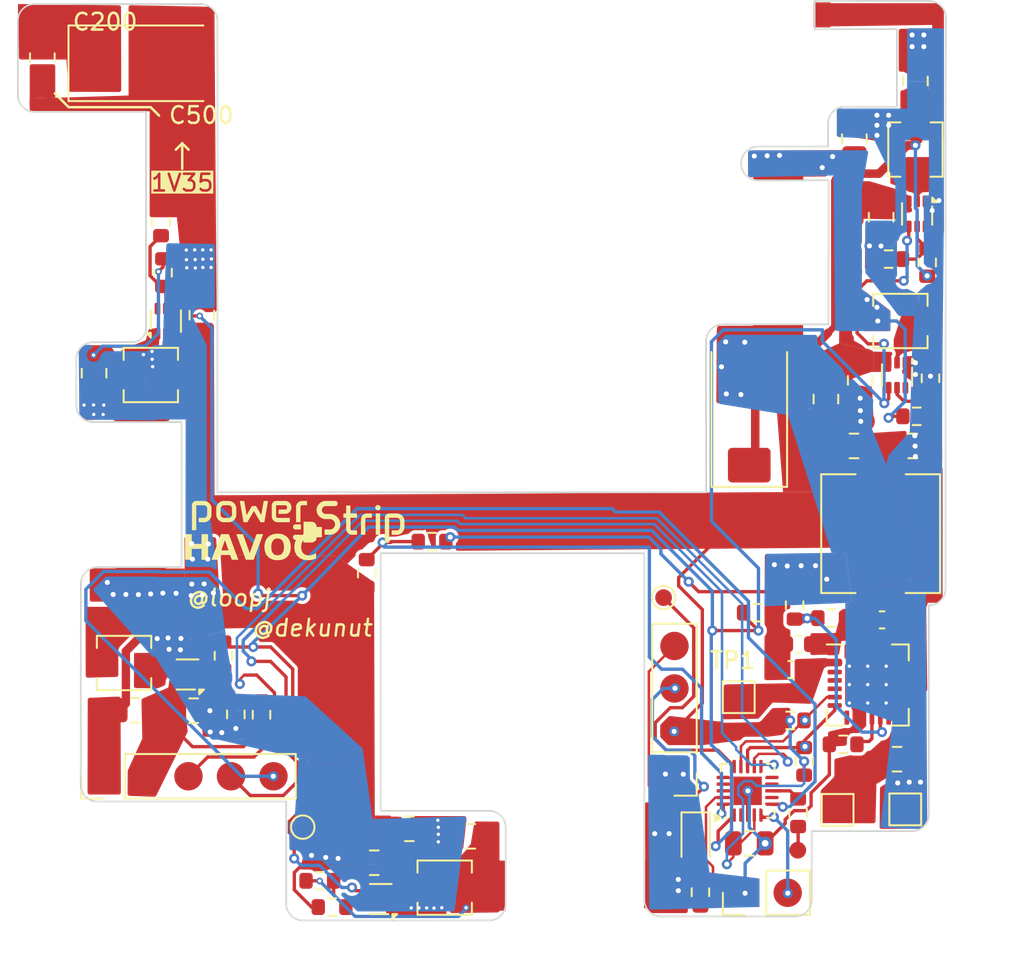
<source format=kicad_pcb>
(kicad_pcb (version 20240108) (generator "pcbnew") (generator_version "8.0")
  (layers (0 "F.Cu" signal) (31 "B.Cu" signal) (34 "B.Paste" user) (35 "F.Paste" user) (36 "B.SilkS" user "B.Silkscreen") (37 "F.SilkS" user "F.Silkscreen") (38 "B.Mask" user) (39 "F.Mask" user) (44 "Edge.Cuts" user))
  (net 0 "")
  (net 1 "Net-(U5-VBUS)")
  (net 2 "GND")
  (net 3 "VIN")
  (net 4 "1V35")
  (net 5 "3V")
  (net 6 "1V")
  (net 7 "Net-(U5-BTST)")
  (net 8 "Net-(U5-REGN)")
  (net 9 "Net-(C12-Pad1)")
  (net 10 "1V08")
  (net 11 "5V")
  (net 12 "Net-(D1-A)")
  (net 13 "Net-(D1-K)")
  (net 14 "NeoPixelDIN")
  (net 15 "Net-(U5-ILIM)")
  (net 16 "Net-(U5-TS)")
  (net 17 "SDA")
  (net 18 "SCL")
  (net 19 "Net-(U7-FB)")
  (net 20 "Net-(U8-FB)")
  (net 21 "Net-(U10-FB)")
  (net 22 "Net-(U9-FB)")
  (net 23 "UPDI")
  (net 24 "PA7")
  (net 25 "Net-(U11-FB)")
  (net 26 "EN")
  (net 27 "Net-(U11-EN)")
  (net 35 "RX")
  (net 37 "TX")
  (net 38 "PA1")
  (net 41 "PA6")
  (net 42 "PA3")
  (net 45 "BTN")
  (net 46 "PA4")
  (net 51 "/LBQ")
  (net 52 "/L1v")
  (net 53 "/L1v08")
  (net 54 "/L1v35")
  (net 55 "/Inductor3vIn")
  (net 56 "/L5v")
  (net 57 "PC0")
  (footprint "Resistor_SMD:R_0603_1608Metric" (layer "F.Cu") (at 152.24 157.64 180)
    (property "Reference" "R17" (hide yes))
    (property "Value" "100K")
  )
  (footprint "Resistor_SMD:R_0603_1608Metric" (layer "F.Cu") (at 142.14 119.71 -90)
    (property "Reference" "R14" (hide yes))
    (property "Value" "66.5K")
  )
  (footprint "Connector_PinHeader_2.54mm:PinHeader_1x02_P2.54mm_Vertical" (layer "F.Cu") (at 176.925 156.785 90)
    (property "Reference" "J3" (hide yes))
    (property "Value" "Fan")
  )
  (footprint "Capacitor_SMD:C_0805_2012Metric" (layer "F.Cu") (at 183.8 126.15 -90)
    (property "Reference" "C18" (hide yes))
    (property "Value" "10uF")
  )
  (footprint "Capacitor_SMD:C_0805_2012Metric" (layer "F.Cu") (at 187.1 108.25 90)
    (property "Reference" "C23" (hide yes))
    (property "Value" "22uF")
  )
  (footprint "Capacitor_SMD:C_0805_2012Metric" (layer "F.Cu") (at 156.86 152.96)
    (property "Reference" "C17" (hide yes))
    (property "Value" "10uF")
  )
  (footprint "Package_TO_SOT_SMD:SOT-563" (layer "F.Cu") (at 187.2 116.2 -90)
    (property "Reference" "U10" (hide yes))
    (property "Value" "TLV62585DRL")
  )
  (footprint "Resistor_SMD:R_0603_1608Metric" (layer "F.Cu") (at 174.2525 156.7525 -90)
    (property "Reference" "R20" (hide yes))
    (property "Value" "470")
  )
  (footprint "Diode_SMD:D_SOD-323" (layer "F.Cu") (at 173.97 153.59 -90)
    (property "Reference" "D1" (hide yes))
    (property "Value" "B5819W")
  )
  (footprint "Capacitor_SMD:C_0805_2012Metric" (layer "F.Cu") (at 140.47 145.87 180)
    (property "Reference" "C25" (hide yes))
    (property "Value" "22uF")
  )
  (footprint "Capacitor_SMD:C_0805_2012Metric" (layer "F.Cu") (at 183.43 130.07)
    (property "Reference" "C13" (hide yes))
    (property "Value" "10uf")
  )
  (footprint "Capacitor_SMD:C_0805_2012Metric" (layer "F.Cu") (at 186.94 130.07 180)
    (property "Reference" "C14" (hide yes))
    (property "Value" "10uf")
  )
  (footprint "Resistor_SMD:R_0603_1608Metric" (layer "F.Cu") (at 187.8 119.1 90)
    (property "Reference" "R18" (hide yes))
    (property "Value" "414k")
  )
  (footprint "Connector_PinHeader_2.54mm:PinHeader_1x04_P2.54mm_Vertical" (layer "F.Cu") (at 172.7 149.65 180)
    (property "Reference" "J1" (hide yes))
    (property "Value" "Conn_01x04_Socket")
  )
  (footprint "Package_TO_SOT_SMD:SOT-563" (layer "F.Cu") (at 143.6 143.735 180)
    (property "Reference" "U11" (hide yes))
    (property "Value" "TPS61023DRLR")
  )
  (footprint "Capacitor_SMD:C_0805_2012Metric" (layer "F.Cu") (at 160.53 153.41 180)
    (property "Reference" "C21" (hide yes))
    (property "Value" "22uF")
  )
  (footprint "Package_TO_SOT_SMD:SOT-563" (layer "F.Cu") (at 142.31 122.61 90)
    (property "Reference" "U7" (hide yes))
    (property "Value" "TLV62585DRL")
  )
  (footprint "Capacitor_Tantalum_SMD:CP_EIA-7343-20_Kemet-V" (layer "F.Cu") (at 177.17 128.1075 90)
    (property "Reference" "C189" (hide yes))
    (property "Value" "220uF")
  )
  (footprint "Resistor_SMD:R_0603_1608Metric" (layer "F.Cu") (at 158.215 135.79)
    (property "Reference" "TH1" (hide yes))
    (property "Value" "10k")
  )
  (footprint "TestPoint:TestPoint_Pad_1.5x1.5mm" (layer "F.Cu") (at 182.45 151.83)
    (property "Reference" "TP2" (hide yes))
    (property "Value" "BAT+")
  )
  (footprint "Capacitor_SMD:C_0603_1608Metric" (layer "F.Cu") (at 179.645 143.44)
    (property "Reference" "C1" (hide yes))
    (property "Value" "1uf")
  )
  (footprint "Resistor_SMD:R_0603_1608Metric" (layer "F.Cu") (at 179.88 139.6 -90)
    (property "Reference" "R11" (hide yes))
    (property "Value" "10k")
  )
  (footprint "project-footprints:TestPoint_Pad_3x1.0mm" (layer "F.Cu") (at 134.972776 104.153785)
    (property "Reference" "TP20" (hide yes))
    (property "Value" "1V8" (hide yes))
  )
  (footprint "Inductor_SMD:L_Wuerth_HCI-7030" (layer "F.Cu") (at 185.02 135.315 -90)
    (property "Reference" "L5" (hide yes))
    (property "Value" "2.2uh")
  )
  (footprint "TestPoint:TestPoint_Pad_D1.0mm" (layer "F.Cu") (at 172.05 139.14)
    (property "Reference" "TP4" (hide yes))
    (property "Value" "U10" (hide yes))
  )
  (footprint "Package_TO_SOT_SMD:SOT-563" (layer "F.Cu") (at 155.15 157.16 180)
    (property "Reference" "U8" (hide yes))
    (property "Value" "TLV62585DRL")
  )
  (footprint "Resistor_SMD:R_0603_1608Metric" (layer "F.Cu") (at 177.655 140.04 180)
    (property "Reference" "R28" (hide yes))
    (property "Value" "10k")
  )
  (footprint "project-footprints:TestPoint_Pad_3x1.0mm" (layer "F.Cu") (at 178.886523 123.309192)
    (property "Reference" "TP5" (hide yes))
    (property "Value" "GND" (hide yes))
  )
  (footprint "Inductor_SMD:L_Vishay_IHLP-1212" (layer "F.Cu") (at 141.41 125.83 180)
    (property "Reference" "L6" (hide yes))
    (property "Value" "1uH")
  )
  (footprint "Resistor_SMD:R_0603_1608Metric" (layer "F.Cu") (at 151.51 156.07)
    (property "Reference" "R16" (hide yes))
    (property "Value" "80k")
  )
  (footprint "Capacitor_SMD:C_0603_1608Metric" (layer "F.Cu") (at 180.115 141.92 180)
    (property "Reference" "C11" (hide yes))
    (property "Value" "4.7uf")
  )
  (footprint "Capacitor_SMD:C_0805_2012Metric" (layer "F.Cu") (at 154.76 154.99)
    (property "Reference" "C14" (hide yes))
    (property "Value" "10uf")
  )
  (footprint "Inductor_SMD:L_Vishay_IHLP-1212" (layer "F.Cu") (at 187.1 112.35 90)
    (property "Reference" "L9" (hide yes))
    (property "Value" "1uH")
  )
  (footprint "Resistor_SMD:R_0603_1608Metric" (layer "F.Cu") (at 180.45 148.93 -90)
    (property "Reference" "R12" (hide yes))
    (property "Value" "10k")
  )
  (footprint "Capacitor_SMD:C_0805_2012Metric" (layer "F.Cu") (at 181.75 127.27 90)
    (property "Reference" "C15" (hide yes))
    (property "Value" "10uf")
  )
  (footprint "Resistor_SMD:R_0603_1608Metric" (layer "F.Cu") (at 182.095 140.365)
    (property "Reference" "R10" (hide yes))
    (property "Value" "10k")
  )
  (footprint "Resistor_SMD:R_0603_1608Metric" (layer "F.Cu") (at 185.5 118.9 180)
    (property "Reference" "R21" (hide yes))
    (property "Value" "100K")
  )
  (footprint "Resistor_SMD:R_0603_1608Metric" (layer "F.Cu") (at 146.49 146.12 -90)
    (property "Reference" "R25" (hide yes))
    (property "Value" "100k")
  )
  (footprint "Resistor_SMD:R_0603_1608Metric" (layer "F.Cu") (at 154.31 137.695 -90)
    (property "Reference" "R27" (hide yes))
    (property "Value" "10k")
  )
  (footprint "" (layer "F.Cu") (at 171.38 156.21 90)
    (property "Reference" "")
    (property "Value" "")
  )
  (footprint "" (layer "F.Cu") (at 178.9 113.7)
    (property "Reference" "")
    (property "Value" "")
  )
  (footprint "Capacitor_SMD:C_0805_2012Metric" (layer "F.Cu") (at 144.46 122.25 90)
    (property "Reference" "C16" (hide yes))
    (property "Value" "10uF")
  )
  (footprint "Capacitor_SMD:C_0805_2012Metric" (layer "F.Cu") (at 177.17 153.83 180)
    (property "Reference" "C26" (hide yes))
    (property "Value" "10uf")
  )
  (footprint "project-footprints:TestPoint_Pad_3x1.0mm" (layer "F.Cu") (at 140.799999 128.148344)
    (property "Reference" "TP40" (hide yes))
    (property "Value" "1V0" (hide yes))
  )
  (footprint "Resistor_SMD:R_0603_1608Metric" (layer "F.Cu") (at 148.025 146.14 90)
    (property "Reference" "R24" (hide yes))
    (property "Value" "732k")
  )
  (footprint "Capacitor_Tantalum_SMD:CP_EIA-7343-20_Kemet-V" (layer "F.Cu") (at 140.901215 107.193785)
    (property "Reference" "C500")
    (property "Value" "150uF" (hide yes))
  )
  (footprint "project-footprints:TestPoint_Pad_3x1.0mm" (layer "F.Cu") (at 162.116215 156.358525 90)
    (property "Reference" "TP30" (hide yes))
    (property "Value" "1V15" (hide yes))
  )
  (footprint "Resistor_SMD:R_0603_1608Metric" (layer "F.Cu") (at 180.09 152 90)
    (property "Reference" "R23" (hide yes))
    (property "Value" "100")
  )
  (footprint "project-footprints:TestPoint_Pad_1.5x1.0mm" (layer "F.Cu") (at 181.52 104.3 90)
    (property "Reference" "TP10" (hide yes))
    (property "Value" "3V3" (hide yes))
  )
  (footprint "Capacitor_SMD:C_0603_1608Metric" (layer "F.Cu") (at 185.105 140.47)
    (property "Reference" "C7" (hide yes))
    (property "Value" "0.047uf")
  )
  (footprint "TestPoint:TestPoint_Pad_D1.0mm" (layer "F.Cu") (at 150.49 152.86)
    (property "Reference" "TP3" (hide yes))
    (property "Value" "TestPoint")
  )
  (footprint "Resistor_SMD:R_0603_1608Metric" (layer "F.Cu") (at 145.75 142.62 90)
    (property "Reference" "R26" (hide yes))
    (property "Value" "100k")
  )
  (footprint "TestPoint:TestPoint_Pad_D1.0mm" (layer "F.Cu") (at 180.07 154.24)
    (property "Reference" "TP60" (hide yes))
    (property "Value" "TestPoint")
  )
  (footprint "Capacitor_SMD:C_0805_2012Metric" (layer "F.Cu") (at 143.97 145.9)
    (property "Reference" "C24" (hide yes))
    (property "Value" "22uF")
  )
  (footprint "Capacitor_SMD:C_0805_2012Metric" (layer "F.Cu") (at 186 148.8)
    (property "Reference" "C12" (hide yes))
    (property "Value" "10uf")
  )
  (footprint "Connector_PinHeader_2.54mm:PinHeader_1x05_P2.54mm_Vertical" (layer "F.Cu") (at 138.58 149.82 90)
    (property "Reference" "J2" (hide yes))
    (property "Value" "Conn_01x04_Socket")
  )
  (footprint "Resistor_SMD:R_0603_1608Metric" (layer "F.Cu") (at 188 126.025 90)
    (property "Reference" "R19" (hide yes))
    (property "Value" "100K")
  )
  (footprint "TestPoint:TestPoint_Pad_1.5x1.5mm" (layer "F.Cu") (at 186.49 151.8)
    (property "Reference" "GND" (hide yes))
    (property "Value" "BAT+" (hide yes))
  )
  (footprint "Inductor_SMD:L_Vishay_IHLP-1212" (layer "F.Cu") (at 186.2 122.6 180)
    (property "Reference" "L8" (hide yes))
    (property "Value" "1uH")
  )
  (footprint "Inductor_SMD:L_Vishay_IHLP-1212" (layer "F.Cu") (at 158.97 156.48)
    (property "Reference" "L7" (hide yes))
    (property "Value" "1uH")
  )
  (footprint "Capacitor_SMD:C_0805_2012Metric" (layer "F.Cu") (at 134.926215 106.860809 -90)
    (property "Reference" "C200")
    (property "Value" "11uF")
  )
  (footprint "TestPoint:TestPoint_Pad_1.5x1.5mm" (layer "F.Cu") (at 176.54 145.09)
    (property "Reference" "TP1")
    (property "Value" "CHRG")
  )
  (footprint "Package_TO_SOT_SMD:SOT-563" (layer "F.Cu") (at 186 125.8425 -90)
    (property "Reference" "U9" (hide yes))
    (property "Value" "TLV62585DRL")
  )
  (footprint "Inductor_SMD:L_Vishay_IHLP-1212" (layer "F.Cu") (at 139.81 143.05 180)
    (property "Reference" "L10" (hide yes))
    (property "Value" "1uH")
  )
  (footprint "Resistor_SMD:R_0603_1608Metric" (layer "F.Cu") (at 142.02 116.675 90)
    (property "Reference" "R15" (hide yes))
    (property "Value" "100K")
  )
  (footprint "Capacitor_SMD:C_0805_2012Metric" (layer "F.Cu") (at 183.45 111.7 90)
    (property "Reference" "C22" (hide yes))
    (property "Value" "22uF")
  )
  (footprint "Capacitor_SMD:C_0805_2012Metric" (layer "F.Cu") (at 185.05 116.4 -90)
    (property "Reference" "C19" (hide yes))
    (property "Value" "10uF")
  )
  (footprint "Resistor_SMD:R_0603_1608Metric" (layer "F.Cu") (at 182.78 147.91)
    (property "Reference" "R1" (hide yes))
    (property "Value" "261")
  )
  (footprint "Resistor_SMD:R_0603_1608Metric" (layer "F.Cu") (at 179.615 146.48)
    (property "Reference" "R13" (hide yes))
    (property "Value" "10k")
  )
  (footprint "project-footprints:TestPoint_Pad_3x1.0mm" (layer "F.Cu") (at 140.799999 137.8)
    (property "Reference" "TP7" (hide yes))
    (property "Value" "GND" (hide yes))
  )
  (footprint "Package_DFN_QFN:VQFN-20-1EP_3x3mm_P0.4mm_EP1.7x1.7mm" (layer "F.Cu") (at 177.07 150.69 90)
    (property "Reference" "U6" (hide yes))
    (property "Value" "ATtiny1616-M")
  )
  (footprint "Capacitor_SMD:C_0805_2012Metric" (layer "F.Cu") (at 138.02 125.72 -90)
    (property "Reference" "C20" (hide yes))
    (property "Value" "22uF")
  )
  (footprint "Resistor_SMD:R_0603_1608Metric" (layer "F.Cu") (at 187.175 128.3)
    (property "Reference" "R22" (hide yes))
    (property "Value" "124k")
  )
  (footprint "RVL-PMS HW2:BQ25895" (layer "F.Cu") (at 184.25 144.34)
    (property "Reference" "U5" (hide yes))
    (property "Value" "BQ25895RTW")
  )
  (gr_poly (pts (xy 144.593146 133.358513) (xy 144.608708 133.359247) (xy 144.624098 133.360471) (xy 144.639315 133.362187) (xy 144.654363 133.364391) (xy 144.669242 133.367088) (xy 144.683947 133.37027) (xy 144.69848 133.373947) (xy 144.712845 133.378109) (xy 144.727035 133.382761) (xy 144.74106 133.387906) (xy 144.754908 133.393538) (xy 144.768591 133.399663) (xy 144.782104 133.406278) (xy 144.795435 133.413378) (xy 144.808607 133.420973) (xy 144.821492 133.428834) (xy 144.834046 133.437028) (xy 144.846266 133.445545) (xy 144.858147 133.454391) (xy 144.869694 133.463565) (xy 144.88091 133.473067) (xy 144.891789 133.482893) (xy 144.902334 133.493052) (xy 144.912541 133.503537) (xy 144.922418 133.514353) (xy 144.931959 133.525492) (xy 144.941162 133.536957) (xy 144.950034 133.548755) (xy 144.958568 133.560879) (xy 144.966772 133.573332) (xy 144.974635 133.586108) (xy 144.98223 133.599089) (xy 144.989333 133.612254) (xy 144.995945 133.625602) (xy 145.00207 133.639136) (xy 145.007705 133.652856) (xy 145.012847 133.666757) (xy 145.017499 133.680846) (xy 145.021664 133.695119) (xy 145.025341 133.709578) (xy 145.028522 133.724223) (xy 145.031217 133.739048) (xy 145.033421 133.75406) (xy 145.035137 133.769257) (xy 145.036364 133.784641) (xy 145.037095 133.800208) (xy 145.037342 133.815958) (xy 145.037342 134.172564) (xy 145.037098 134.188319) (xy 145.036364 134.203905) (xy 145.035137 134.219315) (xy 145.033423 134.234556) (xy 145.031219 134.249623) (xy 145.028525 134.264519) (xy 145.025341 134.279243) (xy 145.021664 134.293791) (xy 145.017502 134.308168) (xy 145.012849 134.322373) (xy 145.007705 134.336402) (xy 145.00207 134.350262) (xy 144.995945 134.363948) (xy 144.989335 134.377463) (xy 144.98223 134.390806) (xy 144.974637 134.403976) (xy 144.966772 134.416868) (xy 144.958568 134.429434) (xy 144.950034 134.441679) (xy 144.941159 134.453598) (xy 144.931956 134.465193) (xy 144.922415 134.476465) (xy 144.912541 134.487411) (xy 144.902332 134.498034) (xy 144.891789 134.508333) (xy 144.880908 134.518306) (xy 144.869696 134.527958) (xy 144.858147 134.537281) (xy 144.846264 134.546282) (xy 144.834046 134.554958) (xy 144.821496 134.563314) (xy 144.808609 134.571339) (xy 144.79544 134.57877) (xy 144.782101 134.585723) (xy 144.768589 134.592198) (xy 144.75491 134.598187) (xy 144.74106 134.603699) (xy 144.727038 134.608735) (xy 144.71284 134.613288) (xy 144.698483 134.617366) (xy 144.683947 134.62096) (xy 144.669242 134.62408) (xy 144.654365 134.626714) (xy 144.639315 134.628872) (xy 144.624096 134.63055) (xy 144.608708 134.63175) (xy 144.593148 134.632469) (xy 144.577419 134.632706) (xy 144.273482 134.632708) (xy 144.273482 134.37318) (xy 144.577417 134.37318) (xy 144.587752 134.372951) (xy 144.597882 134.372255) (xy 144.607814 134.371104) (xy 144.617544 134.369484) (xy 144.627075 134.367403) (xy 144.636406 134.364863) (xy 144.645532 134.36186) (xy 144.654459 134.358393) (xy 144.663192 134.354467) (xy 144.671719 134.350078) (xy 144.680045 134.345228) (xy 144.688174 134.339915) (xy 144.6961 134.33414) (xy 144.703825 134.327904) (xy 144.711348 134.321202) (xy 144.718675 134.314044) (xy 144.725836 134.30642) (xy 144.732537 134.298615) (xy 144.738771 134.290626) (xy 144.744548 134.282456) (xy 144.749862 134.274101) (xy 144.754712 134.265562) (xy 144.759101 134.256839) (xy 144.763029 134.247933) (xy 144.766489 134.238846) (xy 144.769497 134.229578) (xy 144.772039 134.220124) (xy 144.774113 134.210484) (xy 144.775733 134.20067) (xy 144.776889 134.190666) (xy 144.777579 134.180478) (xy 144.777814 134.170111) (xy 144.777811 133.818418) (xy 144.777582 133.808059) (xy 144.776889 133.797902) (xy 144.775733 133.787946) (xy 144.774117 133.778195) (xy 144.772036 133.768644) (xy 144.769494 133.759294) (xy 144.766493 133.750151) (xy 144.763027 133.741204) (xy 144.759099 133.732462) (xy 144.754712 133.723923) (xy 144.749862 133.715587) (xy 144.744546 133.707451) (xy 144.738771 133.699518) (xy 144.732537 133.69179) (xy 144.725838 133.68426) (xy 144.718675 133.676933) (xy 144.711353 133.669775) (xy 144.703825 133.663078) (xy 144.6961 133.656837) (xy 144.688174 133.651062) (xy 144.680048 133.645749) (xy 144.671716 133.640898) (xy 144.663192 133.636512) (xy 144.654462 133.632584) (xy 144.645532 133.629119) (xy 144.636403 133.626119) (xy 144.627073 133.623574) (xy 144.617546 133.621498) (xy 144.607812 133.619878) (xy 144.597882 133.618724) (xy 144.58775 133.618031) (xy 144.577417 133.617802) (xy 144.125976 133.617802) (xy 144.125974 135.107589) (xy 143.866443 135.107586) (xy 143.866446 133.617802) (xy 143.866743 133.604531) (xy 143.867636 133.591511) (xy 143.869121 133.578728) (xy 143.871202 133.566193) (xy 143.873877 133.553905) (xy 143.877148 133.541858) (xy 143.881011 133.530055) (xy 143.88547 133.518493) (xy 143.890523 133.507178) (xy 143.896172 133.496111) (xy 143.902413 133.485281) (xy 143.90925 133.474702) (xy 143.916681 133.464361) (xy 143.924708 133.454268) (xy 143.933327 133.444415) (xy 143.942542 133.434814) (xy 143.952201 133.425541) (xy 143.962102 133.416869) (xy 143.972244 133.408801) (xy 143.982627 133.401324) (xy 143.993247 133.394446) (xy 144.004114 133.388169) (xy 144.015214 133.382486) (xy 144.026561 133.377404) (xy 144.038142 133.372921) (xy 144.049967 133.369029) (xy 144.062036 133.365741) (xy 144.074343 133.363054) (xy 144.08689 133.360961) (xy 144.099676 133.359464) (xy 144.112707 133.358566) (xy 144.125974 133.358264) (xy 144.577415 133.358264)) (stroke (width -0.000001)) (fill solid) (layer "F.SilkS"))
  (gr_poly (pts (xy 154.99005 133.599012) (xy 154.998133 133.59956) (xy 155.006059 133.600477) (xy 155.013826 133.601759) (xy 155.021443 133.603408) (xy 155.0289 133.605419) (xy 155.036205 133.607802) (xy 155.043351 133.610544) (xy 155.050345 133.613656) (xy 155.057185 133.617135) (xy 155.06387 133.620979) (xy 155.070396 133.625192) (xy 155.076769 133.629764) (xy 155.082988 133.634711) (xy 155.08905 133.640015) (xy 155.094955 133.645691) (xy 155.100634 133.651625) (xy 155.10594 133.657711) (xy 155.110882 133.663947) (xy 155.115462 133.670335) (xy 155.11967 133.676875) (xy 155.123513 133.68357) (xy 155.126994 133.690414) (xy 155.130104 133.697408) (xy 155.132851 133.704554) (xy 155.135229 133.711852) (xy 155.137243 133.7193) (xy 155.138892 133.726905) (xy 155.140174 133.734662) (xy 155.141089 133.742563) (xy 155.141637 133.750622) (xy 155.14182 133.75883) (xy 155.141639 133.767041) (xy 155.141089 133.7751) (xy 155.140174 133.783011) (xy 155.138892 133.790773) (xy 155.137243 133.79838) (xy 155.135232 133.80584) (xy 155.132849 133.81315) (xy 155.130104 133.820311) (xy 155.126994 133.827324) (xy 155.123511 133.834183) (xy 155.119672 133.840892) (xy 155.115462 133.847454) (xy 155.110882 133.853863) (xy 155.10594 133.860123) (xy 155.100631 133.866234) (xy 155.094958 133.872195) (xy 155.089026 133.877868) (xy 155.08294 133.883179) (xy 155.076704 133.888121) (xy 155.070313 133.892698) (xy 155.063773 133.896906) (xy 155.057081 133.90075) (xy 155.050237 133.904229) (xy 155.04324 133.907343) (xy 155.036097 133.910086) (xy 155.028796 133.912466) (xy 155.021346 133.914482) (xy 155.013744 133.916128) (xy 155.005989 133.917413) (xy 154.998085 133.918328) (xy 154.990026 133.918873) (xy 154.981818 133.919057) (xy 154.973607 133.918873) (xy 154.965549 133.918328) (xy 154.957637 133.917413) (xy 154.949878 133.916131) (xy 154.942266 133.914482) (xy 154.934804 133.912466) (xy 154.927496 133.910088) (xy 154.920338 133.907341) (xy 154.913327 133.904229) (xy 154.906468 133.90075) (xy 154.899754 133.896904) (xy 154.893197 133.892696) (xy 154.886787 133.888121) (xy 154.880525 133.883179) (xy 154.874414 133.877868) (xy 154.868451 133.872195) (xy 154.862778 133.866258) (xy 154.857469 133.860172) (xy 154.852525 133.853931) (xy 154.847952 133.847538) (xy 154.843739 133.840986) (xy 154.839898 133.834287) (xy 154.83642 133.827433) (xy 154.833305 133.820422) (xy 154.83056 133.813259) (xy 154.82818 133.805946) (xy 154.826164 133.798477) (xy 154.82452 133.790855) (xy 154.823238 133.783079) (xy 154.822323 133.775148) (xy 154.821773 133.767065) (xy 154.821591 133.75883) (xy 154.821775 133.750622) (xy 154.822323 133.742566) (xy 154.823238 133.734662) (xy 154.82452 133.726905) (xy 154.826169 133.719305) (xy 154.82818 133.711852) (xy 154.83056 133.704554) (xy 154.833308 133.697408) (xy 154.83642 133.690411) (xy 154.839898 133.68357) (xy 154.843739 133.676875) (xy 154.847952 133.670337) (xy 154.852525 133.663947) (xy 154.857472 133.657711) (xy 154.862778 133.651625) (xy 154.868454 133.645691) (xy 154.874388 133.640015) (xy 154.880477 133.634706) (xy 154.886715 133.629764) (xy 154.893113 133.625187) (xy 154.899662 133.620979) (xy 154.906362 133.617133) (xy 154.913218 133.613654) (xy 154.920227 133.610542) (xy 154.927387 133.607795) (xy 154.934702 133.605417) (xy 154.942172 133.603401) (xy 154.949796 133.601757) (xy 154.957572 133.600475) (xy 154.965498 133.59956) (xy 154.973583 133.599012) (xy 154.981818 133.598826)) (stroke (width -0.000001)) (fill solid) (layer "F.SilkS"))
  (gr_poly (pts (xy 156.121802 134.106084) (xy 156.137364 134.106817) (xy 156.152755 134.108044) (xy 156.167972 134.109758) (xy 156.18302 134.111965) (xy 156.197894 134.114654) (xy 156.212599 134.117841) (xy 156.227137 134.121518) (xy 156.241502 134.12568) (xy 156.255695 134.130334) (xy 156.269716 134.135479) (xy 156.283569 134.141111) (xy 156.297248 134.147234) (xy 156.310756 134.153844) (xy 156.324097 134.160951) (xy 156.337266 134.168544) (xy 156.350153 134.176407) (xy 156.362705 134.184594) (xy 156.374921 134.193106) (xy 156.386806 134.20195) (xy 156.398353 134.211114) (xy 156.409567 134.220607) (xy 156.420448 134.230425) (xy 156.430988 134.240567) (xy 156.4412 134.251038) (xy 156.451075 134.261837) (xy 156.460616 134.272959) (xy 156.469821 134.284405) (xy 156.478691 134.296179) (xy 156.487225 134.308279) (xy 156.495429 134.320705) (xy 156.503294 134.333457) (xy 156.510887 134.34646) (xy 156.517989 134.359651) (xy 156.524602 134.373016) (xy 156.530727 134.386567) (xy 156.536362 134.400296) (xy 156.541506 134.41421) (xy 156.546161 134.428304) (xy 156.550323 134.442579) (xy 156.553995 134.457035) (xy 156.557179 134.471673) (xy 156.559876 134.486494) (xy 156.562083 134.501493) (xy 156.563794 134.516674) (xy 156.565021 134.532038) (xy 156.565755 134.547583) (xy 156.566001 134.563307) (xy 156.566001 134.920132) (xy 156.565755 134.935887) (xy 156.565021 134.951471) (xy 156.563794 134.966879) (xy 156.562078 134.98211) (xy 156.559876 134.997175) (xy 156.557182 135.012056) (xy 156.553995 135.026768) (xy 156.550323 135.041304) (xy 156.546156 135.055669) (xy 156.541504 135.069852) (xy 156.536362 135.083867) (xy 156.530727 135.09771) (xy 156.524604 135.111374) (xy 156.517989 135.124865) (xy 156.510887 135.138179) (xy 156.503294 135.151322) (xy 156.495429 135.164241) (xy 156.487225 135.176831) (xy 156.478686 135.18909) (xy 156.469819 135.201028) (xy 156.460616 135.212636) (xy 156.451075 135.223915) (xy 156.4412 135.234871) (xy 156.430991 135.245496) (xy 156.420448 135.25579) (xy 156.409565 135.265756) (xy 156.398355 135.275401) (xy 156.386806 135.284712) (xy 156.374923 135.293698) (xy 156.362702 135.302355) (xy 156.350153 135.310687) (xy 156.337264 135.318687) (xy 156.324097 135.326147) (xy 156.310758 135.333122) (xy 156.297246 135.339619) (xy 156.283569 135.345635) (xy 156.269712 135.351166) (xy 156.255692 135.356219) (xy 156.241502 135.360789) (xy 156.227137 135.364881) (xy 156.212601 135.368488) (xy 156.197896 135.371617) (xy 156.18302 135.374263) (xy 156.167972 135.376428) (xy 156.152755 135.378111) (xy 156.137364 135.379318) (xy 156.121802 135.380035) (xy 156.106074 135.380276) (xy 155.802134 135.380274) (xy 155.802136 135.120524) (xy 156.106074 135.120524) (xy 156.116407 135.120295) (xy 156.126542 135.119607) (xy 156.136478 135.118453) (xy 156.146215 135.116842) (xy 156.155754 135.114771) (xy 156.165092 135.112241) (xy 156.174229 135.10925) (xy 156.183174 135.105797) (xy 156.191921 135.101886) (xy 156.200462 135.097512) (xy 156.208811 135.092681) (xy 156.216954 135.087387) (xy 156.224904 135.081631) (xy 156.232656 135.075422) (xy 156.240203 135.068746) (xy 156.247554 135.06161) (xy 156.254686 135.053986) (xy 156.261361 135.046181) (xy 156.267575 135.038192) (xy 156.273331 135.030025) (xy 156.278625 135.021667) (xy 156.283458 135.01313) (xy 156.287825 135.004408) (xy 156.291741 134.995502) (xy 156.295194 134.986414) (xy 156.298185 134.977144) (xy 156.300715 134.96769) (xy 156.302786 134.958055) (xy 156.304399 134.948236) (xy 156.305551 134.938234) (xy 156.306241 134.928046) (xy 156.306468 134.917677) (xy 156.306466 134.565757) (xy 156.306241 134.555429) (xy 156.305551 134.545299) (xy 156.304397 134.535365) (xy 156.302789 134.525633) (xy 156.300715 134.516104) (xy 156.298182 134.506773) (xy 156.295194 134.497645) (xy 156.291741 134.488717) (xy 156.287828 134.479987) (xy 156.283456 134.471458) (xy 156.278622 134.463134) (xy 156.273333 134.455005) (xy 156.267577 134.447082) (xy 156.261366 134.439354) (xy 156.254686 134.431829) (xy 156.247554 134.424504) (xy 156.240203 134.417341) (xy 156.232651 134.410639) (xy 156.224901 134.404403) (xy 156.216959 134.398631) (xy 156.208811 134.393317) (xy 156.200465 134.388467) (xy 156.191921 134.384078) (xy 156.183174 134.38015) (xy 156.174232 134.376685) (xy 156.165094 134.373685) (xy 156.155754 134.371142) (xy 156.146215 134.369061) (xy 156.136478 134.367449) (xy 156.126542 134.36629) (xy 156.116409 134.365597) (xy 156.106076 134.365368) (xy 155.654408 134.36537) (xy 155.654406 135.85493) (xy 155.39488 135.85493) (xy 155.3951 134.365368) (xy 155.395397 134.352099) (xy 155.39629 134.339074) (xy 155.397775 134.326291) (xy 155.399856 134.313747) (xy 155.402533 134.301454) (xy 155.4058 134.289395) (xy 155.409665 134.277582) (xy 155.414124 134.266006) (xy 155.419175 134.254676) (xy 155.424826 134.243595) (xy 155.431069 134.23275) (xy 155.437902 134.222142) (xy 155.445335 134.211785) (xy 155.453362 134.201665) (xy 155.461983 134.191791) (xy 155.471196 134.182154) (xy 155.480858 134.172914) (xy 155.490761 134.164271) (xy 155.5009 134.15622) (xy 155.511284 134.148767) (xy 155.521907 134.141913) (xy 155.532768 134.135653) (xy 155.543873 134.129987) (xy 155.555215 134.124917) (xy 155.566801 134.120446) (xy 155.578624 134.116571) (xy 155.590688 134.11329) (xy 155.602998 134.110608) (xy 155.615544 134.108522) (xy 155.628335 134.10703) (xy 155.641362 134.106137) (xy 155.654633 134.10584) (xy 156.106076 134.10584)) (stroke (width -0.000001)) (fill solid) (layer "F.SilkS"))
  (gr_poly (pts (xy 151.02025 134.601171) (xy 151.035994 134.602241) (xy 151.051445 134.60402) (xy 151.066611 134.606519) (xy 151.08148 134.609727) (xy 151.096062 134.613653) (xy 151.110349 134.618285) (xy 151.124347 134.623633) (xy 151.138052 134.629695) (xy 151.151468 134.636469) (xy 151.164591 134.643961) (xy 151.177428 134.652162) (xy 151.18997 134.661073) (xy 151.202219 134.670703) (xy 151.214179 134.681041) (xy 151.225847 134.692095) (xy 151.237011 134.70365) (xy 151.247455 134.715494) (xy 151.257177 134.727623) (xy 151.266177 134.740042) (xy 151.27446 134.75275) (xy 151.282024 134.765746) (xy 151.288866 134.779029) (xy 151.294986 134.792601) (xy 151.300389 134.806464) (xy 151.30507 134.820611) (xy 151.309029 134.835048) (xy 151.312269 134.84977) (xy 151.314792 134.864789) (xy 151.316593 134.88009) (xy 151.31767 134.895681) (xy 151.318032 134.911557) (xy 151.631846 134.911557) (xy 151.63185 135.533048) (xy 151.318034 135.533048) (xy 151.31767 135.548926) (xy 151.316593 135.56452) (xy 151.314787 135.579816) (xy 151.312269 135.59483) (xy 151.309027 135.609557) (xy 151.30507 135.623999) (xy 151.300386 135.638142) (xy 151.294983 135.652002) (xy 151.288866 135.665581) (xy 151.282024 135.678862) (xy 151.27446 135.691857) (xy 151.266177 135.704566) (xy 151.257177 135.716987) (xy 151.247455 135.729116) (xy 151.237011 135.740958) (xy 151.225847 135.752512) (xy 151.214182 135.763567) (xy 151.202219 135.773907) (xy 151.18997 135.783532) (xy 151.177428 135.792448) (xy 151.164594 135.800649) (xy 151.151468 135.808138) (xy 151.138054 135.81491) (xy 151.124349 135.820972) (xy 151.110349 135.826322) (xy 151.096064 135.830957) (xy 151.08148 135.834878) (xy 151.066608 135.838089) (xy 151.051449 135.840585) (xy 151.035994 135.842367) (xy 151.02025 135.843436) (xy 151.004215 135.843796) (xy 150.53349 135.843793) (xy 150.533487 134.60081) (xy 151.004213 134.600814)) (stroke (width -0.000001)) (fill solid) (layer "F.SilkS"))
  (gr_poly (pts (xy 150.376578 135.066931) (xy 150.062764 135.066931) (xy 150.054512 135.066757) (xy 150.046429 135.066236) (xy 150.038513 135.065359) (xy 150.030771 135.064138) (xy 150.02319 135.062568) (xy 150.015783 135.060649) (xy 150.008543 135.05838) (xy 150.001472 135.055763) (xy 149.994567 135.052798) (xy 149.987834 135.049481) (xy 149.98127 135.045819) (xy 149.974872 135.041804) (xy 149.968643 135.037444) (xy 149.962581 135.032734) (xy 149.956688 135.027671) (xy 149.950964 135.022261) (xy 149.945503 135.016595) (xy 149.94039 135.010757) (xy 149.935636 135.00476) (xy 149.931233 134.998592) (xy 149.927177 134.992257) (xy 149.923476 134.985755) (xy 149.92013 134.979087) (xy 149.917134 134.972253) (xy 149.91449 134.965249) (xy 149.912199 134.958079) (xy 149.91026 134.950744) (xy 149.908674 134.943241) (xy 149.90744 134.935571) (xy 149.906559 134.927732) (xy 149.906031 134.919729) (xy 149.905854 134.911557) (xy 149.906031 134.90339) (xy 149.906557 134.895382) (xy 149.90744 134.88755) (xy 149.908677 134.879878) (xy 149.91026 134.872377) (xy 149.912199 134.86504) (xy 149.914488 134.857867) (xy 149.917131 134.850866) (xy 149.92013 134.844031) (xy 149.923478 134.837361) (xy 149.927179 134.830862) (xy 149.931228 134.824525) (xy 149.935634 134.818356) (xy 149.940392 134.812357) (xy 149.945505 134.806524) (xy 149.950969 134.800856) (xy 149.956686 134.795443) (xy 149.962584 134.790388) (xy 149.968643 134.785677) (xy 149.974867 134.781313) (xy 149.98127 134.777298) (xy 149.987834 134.773633) (xy 149.994567 134.770318) (xy 150.001472 134.767356) (xy 150.008545 134.764737) (xy 150.015783 134.76247) (xy 150.023192 134.760548) (xy 150.030771 134.758979) (xy 150.038513 134.757757) (xy 150.046428 134.756883) (xy 150.054514 134.756362) (xy 150.062764 134.756185) (xy 150.37658 134.756185)) (stroke (width -0.000001)) (fill solid) (layer "F.SilkS"))
  (gr_poly (pts (xy 150.741192 133.616681) (xy 150.457118 133.616684) (xy 150.451614 133.616802) (xy 150.446211 133.617162) (xy 150.440902 133.617763) (xy 150.435695 133.618606) (xy 150.430584 133.619692) (xy 150.425569 133.621015) (xy 150.420652 133.622577) (xy 150.415833 133.624378) (xy 150.411111 133.626428) (xy 150.40649 133.628709) (xy 150.401963 133.631237) (xy 150.397535 133.634006) (xy 150.393204 133.637009) (xy 150.388972 133.640261) (xy 150.384837 133.64375) (xy 150.3808 133.647477) (xy 150.37707 133.651214) (xy 150.373579 133.655053) (xy 150.370332 133.659) (xy 150.367324 133.663056) (xy 150.364557 133.667216) (xy 150.362034 133.671484) (xy 150.359748 133.675859) (xy 150.357701 133.680337) (xy 150.355898 133.684924) (xy 150.354333 133.689615) (xy 150.35301 133.694417) (xy 150.351929 133.69932) (xy 150.351084 133.704327) (xy 150.350482 133.709448) (xy 150.350123 133.714672) (xy 150.35 133.72) (xy 150.350002 134.632708) (xy 150.090474 134.632708) (xy 150.090474 133.715092) (xy 150.090662 133.702862) (xy 150.091237 133.690762) (xy 150.092198 133.678792) (xy 150.093543 133.666962) (xy 150.095269 133.655263) (xy 150.097376 133.643704) (xy 150.09987 133.632275) (xy 150.102746 133.620979) (xy 150.106005 133.609818) (xy 150.10965 133.59879) (xy 150.113677 133.587897) (xy 150.118085 133.577139) (xy 150.12288 133.566514) (xy 150.128061 133.556029) (xy 150.133621 133.54567) (xy 150.13957 133.535453) (xy 150.146023 133.525429) (xy 150.152727 133.515666) (xy 150.159678 133.506164) (xy 150.166877 133.496917) (xy 150.174322 133.487931) (xy 150.182011 133.479204) (xy 150.189957 133.470745) (xy 150.198146 133.462539) (xy 150.206583 133.454594) (xy 150.215265 133.446904) (xy 150.224195 133.439481) (xy 150.233374 133.432313) (xy 150.242804 133.425406) (xy 150.252477 133.418762) (xy 150.2624 133.412374) (xy 150.272569 133.406244) (xy 150.283095 133.400433) (xy 150.293758 133.395001) (xy 150.304552 133.389941) (xy 150.315484 133.385255) (xy 150.326548 133.380943) (xy 150.337745 133.377008) (xy 150.34908 133.373447) (xy 150.360547 133.37026) (xy 150.37215 133.36745) (xy 150.383886 133.365017) (xy 150.395754 133.362952) (xy 150.407757 133.361265) (xy 150.419896 133.359954) (xy 150.43217 133.35902) (xy 150.444576 133.358455) (xy 150.457113 133.358264) (xy 150.741192 133.358266)) (stroke (width -0.000001)) (fill solid) (layer "F.SilkS"))
  (gr_poly (pts (xy 150.37658 135.688422) (xy 150.062764 135.688422) (xy 150.054514 135.688248) (xy 150.046429 135.687722) (xy 150.038513 135.686848) (xy 150.030771 135.685631) (xy 150.023192 135.684062) (xy 150.015783 135.68214) (xy 150.008545 135.679873) (xy 150.001472 135.677254) (xy 149.994567 135.674287) (xy 149.987836 135.670974) (xy 149.981267 135.667307) (xy 149.974872 135.663295) (xy 149.968641 135.65893) (xy 149.962581 135.65422) (xy 149.956688 135.64916) (xy 149.950966 135.643752) (xy 149.945505 135.638086) (xy 149.940392 135.63225) (xy 149.935634 135.626249) (xy 149.93123 135.62008) (xy 149.927179 135.613748) (xy 149.923476 135.607244) (xy 149.92013 135.600576) (xy 149.917131 135.593741) (xy 149.914488 135.586738) (xy 149.912196 135.57957) (xy 149.91026 135.572233) (xy 149.908677 135.564732) (xy 149.90744 135.55706) (xy 149.906557 135.549221) (xy 149.906033 135.54122) (xy 149.905852 135.533048) (xy 149.906031 135.524878) (xy 149.906559 135.516875) (xy 149.90744 135.509036) (xy 149.908674 135.501366) (xy 149.91026 135.493863) (xy 149.912194 135.486526) (xy 149.914488 135.479361) (xy 149.917134 135.472357) (xy 149.92013 135.46552) (xy 149.923476 135.458852) (xy 149.927177 135.452348) (xy 149.93123 135.446016) (xy 149.935634 135.439847) (xy 149.940392 135.433848) (xy 149.945505 135.428013) (xy 149.950966 135.422344) (xy 149.956688 135.416936) (xy 149.962581 135.411879) (xy 149.968643 135.407166) (xy 149.974872 135.402804) (xy 149.98127 135.398791) (xy 149.987836 135.395126) (xy 149.994567 135.391812) (xy 150.001472 135.388842) (xy 150.008543 135.386225) (xy 150.015781 135.383956) (xy 150.023192 135.382041) (xy 150.030771 135.38047) (xy 150.038513 135.379246) (xy 150.046429 135.378374) (xy 150.054512 135.377848) (xy 150.062764 135.377679) (xy 150.376578 135.377674)) (stroke (width -0.000001)) (fill solid) (layer "F.SilkS"))
  (gr_poly (pts (xy 146.074034 133.358735) (xy 146.089618 133.359466) (xy 146.105025 133.360688) (xy 146.120261 133.362397) (xy 146.135319 133.364592) (xy 146.150205 133.367279) (xy 146.164915 133.370449) (xy 146.179451 133.374111) (xy 146.193815 133.378261) (xy 146.208003 133.382899) (xy 146.222016 133.388024) (xy 146.235854 133.393637) (xy 146.249518 133.39974) (xy 146.263006 133.406329) (xy 146.276328 133.413407) (xy 146.289469 133.420976) (xy 146.302382 133.428844) (xy 146.314955 133.437045) (xy 146.3272 133.445584) (xy 146.339107 133.454463) (xy 146.350674 133.463673) (xy 146.361905 133.473224) (xy 146.3728 133.483113) (xy 146.38336 133.493332) (xy 146.393582 133.503892) (xy 146.403468 133.514787) (xy 146.413016 133.526018) (xy 146.422231 133.537587) (xy 146.431106 133.549491) (xy 146.439645 133.561734) (xy 146.447851 133.574312) (xy 146.455719 133.587226) (xy 146.463285 133.600369) (xy 146.470363 133.613685) (xy 146.476952 133.627174) (xy 146.483055 133.640838) (xy 146.488668 133.654679) (xy 146.493791 133.668691) (xy 146.498428 133.682882) (xy 146.502579 133.697239) (xy 146.506238 133.711777) (xy 146.509412 133.726487) (xy 146.512098 133.741373) (xy 146.514295 133.756433) (xy 146.516006 133.771669) (xy 146.517226 133.787077) (xy 146.517957 133.802658) (xy 146.518198 133.818416) (xy 146.518201 134.172564) (xy 146.517957 134.188319) (xy 146.517226 134.203905) (xy 146.516006 134.21932) (xy 146.514295 134.234556) (xy 146.512098 134.249625) (xy 146.509413 134.264521) (xy 146.506238 134.279243) (xy 146.502579 134.293791) (xy 146.498431 134.308168) (xy 146.493791 134.322373) (xy 146.488665 134.336404) (xy 146.483055 134.350267) (xy 146.476952 134.363951) (xy 146.470361 134.377465) (xy 146.463285 134.390809) (xy 146.455719 134.403976) (xy 146.447851 134.416868) (xy 146.439645 134.429434) (xy 146.431108 134.441681) (xy 146.422229 134.4536) (xy 146.413016 134.465193) (xy 146.403468 134.476465) (xy 146.393582 134.487416) (xy 146.383357 134.498036) (xy 146.372802 134.508335) (xy 146.361905 134.518308) (xy 146.350674 134.527958) (xy 146.339102 134.537279) (xy 146.327198 134.546284) (xy 146.31496 134.554961) (xy 146.302382 134.563316) (xy 146.289464 134.571339) (xy 146.276326 134.578772) (xy 146.263011 134.585725) (xy 146.249518 134.592198) (xy 146.235854 134.59819) (xy 146.222016 134.603706) (xy 146.208001 134.608735) (xy 146.193815 134.613293) (xy 146.179453 134.617368) (xy 146.164915 134.620963) (xy 146.150205 134.62408) (xy 146.135321 134.626716) (xy 146.120259 134.628872) (xy 146.105023 134.63055) (xy 146.089618 134.63175) (xy 146.074034 134.632469) (xy 146.058279 134.632708) (xy 145.780227 134.63271) (xy 145.764495 134.632469) (xy 145.748933 134.63175) (xy 145.733548 134.630545) (xy 145.718328 134.62886) (xy 145.703281 134.626694) (xy 145.688404 134.624051) (xy 145.673702 134.620922) (xy 145.659166 134.617313) (xy 145.644799 134.613218) (xy 145.630608 134.608653) (xy 145.616586 134.6036) (xy 145.602734 134.598064) (xy 145.589055 134.59205) (xy 145.575542 134.585554) (xy 145.562206 134.578579) (xy 145.549039 134.571119) (xy 145.536145 134.563142) (xy 145.523579 134.554833) (xy 145.511334 134.546197) (xy 145.499412 134.537226) (xy 145.487817 134.527924) (xy 145.476547 134.518294) (xy 145.465599 134.50833) (xy 145.454979 134.498034) (xy 145.44468 134.487411) (xy 145.434707 134.476453) (xy 145.425057 134.465164) (xy 145.415729 134.453542) (xy 145.406728 134.441592) (xy 145.398052 134.429311) (xy 145.389701 134.416699) (xy 145.381674 134.403754) (xy 145.374243 134.390611) (xy 145.36729 134.377294) (xy 145.360815 134.363803) (xy 145.354823 134.350139) (xy 145.349311 134.336301) (xy 145.344275 134.322286) (xy 145.339719 134.308098) (xy 145.335647 134.293738) (xy 145.332049 134.279202) (xy 145.328935 134.26449) (xy 145.326296 134.249604) (xy 145.324138 134.234544) (xy 145.322458 134.219308) (xy 145.321263 134.203903) (xy 145.320541 134.188319) (xy 145.320304 134.172566) (xy 145.3203 134.170106) (xy 145.579832 134.170108) (xy 145.580064 134.180475) (xy 145.580757 134.190663) (xy 145.581911 134.200663) (xy 145.583526 134.210484) (xy 145.585607 134.220119) (xy 145.588147 134.229573) (xy 145.591153 134.238844) (xy 145.594615 134.247933) (xy 145.598545 134.256837) (xy 145.602934 134.265559) (xy 145.607784 134.274096) (xy 145.613095 134.282451) (xy 145.618873 134.290624) (xy 145.625108 134.298615) (xy 145.631805 134.306415) (xy 145.638966 134.314039) (xy 145.646426 134.321202) (xy 145.654062 134.327899) (xy 145.661887 134.33414) (xy 145.669887 134.339912) (xy 145.678076 134.345226) (xy 145.686446 134.350076) (xy 145.695002 134.354467) (xy 145.703739 134.358393) (xy 145.71266 134.36186) (xy 145.721764 134.364863) (xy 145.731049 134.367403) (xy 145.740518 134.369481) (xy 145.750172 134.371099) (xy 145.760005 134.372253) (xy 145.770024 134.372946) (xy 145.780227 134.373178) (xy 146.058276 134.373178) (xy 146.068636 134.372946) (xy 146.078795 134.372255) (xy 146.088749 134.371099) (xy 146.098502 134.369484) (xy 146.10805 134.367403) (xy 146.117398 134.364863) (xy 146.126543 134.361856) (xy 146.135488 134.358393) (xy 146.14423 134.354465) (xy 146.152771 134.350076) (xy 146.161105 134.345226) (xy 146.169243 134.339915) (xy 146.177171 134.334135) (xy 146.184904 134.327904) (xy 146.192434 134.321202) (xy 146.199756 134.314039) (xy 146.206917 134.306415) (xy 146.213616 134.298612) (xy 146.219852 134.290624) (xy 146.22563 134.282454) (xy 146.230941 134.274096) (xy 146.235793 134.265557) (xy 146.240185 134.256837) (xy 146.244108 134.247933) (xy 146.247575 134.238846) (xy 146.250576 134.229573) (xy 146.253118 134.220121) (xy 146.255199 134.210484) (xy 146.256814 134.200665) (xy 146.257968 134.190663) (xy 146.258661 134.180473) (xy 146.258895 134.170106) (xy 146.258895 133.820871) (xy 146.258661 133.810504) (xy 146.257968 133.800333) (xy 146.256814 133.79035) (xy 146.255196 133.780561) (xy 146.253118 133.770964) (xy 146.250576 133.761558) (xy 146.247572 133.752343) (xy 146.244108 133.743319) (xy 146.240182 133.734495) (xy 146.235793 133.725852) (xy 146.230943 133.71741) (xy 146.22563 133.709153) (xy 146.219855 133.701092) (xy 146.213616 133.693217) (xy 146.206917 133.685537) (xy 146.199759 133.678051) (xy 146.192432 133.670755) (xy 146.184904 133.663928) (xy 146.177169 133.657571) (xy 146.169241 133.65169) (xy 146.161105 133.646277) (xy 146.152771 133.641333) (xy 146.14423 133.636862) (xy 146.135488 133.632859) (xy 146.126545 133.629332) (xy 146.1174 133.626271) (xy 146.108053 133.623683) (xy 146.0985 133.621563) (xy 146.088749 133.619916) (xy 146.078795 133.618741) (xy 146.068638 133.618036) (xy 146.058274 133.617797) (xy 145.780224 133.617799) (xy 145.770024 133.618033) (xy 145.760005 133.618741) (xy 145.750172 133.619919) (xy 145.74052 133.621563) (xy 145.731049 133.623685) (xy 145.721761 133.626271) (xy 145.712657 133.629332) (xy 145.703737 133.632859) (xy 145.695 133.636862) (xy 145.686449 133.641335) (xy 145.678079 133.646277) (xy 145.66989 133.65169) (xy 145.661882 133.657571) (xy 145.654065 133.66393) (xy 145.646424 133.670755) (xy 145.638971 133.678051) (xy 145.631805 133.685537) (xy 145.625108 133.693217) (xy 145.618873 133.701092) (xy 145.613098 133.709151) (xy 145.607784 133.71741) (xy 145.602934 133.725855) (xy 145.59854 133.734493) (xy 145.594615 133.743319) (xy 145.591153 133.752346) (xy 145.588147 133.761558) (xy 145.585607 133.770967) (xy 145.583528 133.780561) (xy 145.581913 133.790353) (xy 145.580757 133.800333) (xy 145.580062 133.810507) (xy 145.579832 133.820868) (xy 145.579832 134.170108) (xy 145.3203 134.170106) (xy 145.3203 133.818416) (xy 145.320541 133.802658) (xy 145.32126 133.787074) (xy 145.32246 133.771667) (xy 145.324138 133.756433) (xy 145.326294 133.741376) (xy 145.328933 133.726487) (xy 145.332049 133.711777) (xy 145.335647 133.697244) (xy 145.339719 133.682882) (xy 145.344273 133.668691) (xy 145.349309 133.654679) (xy 145.354823 133.64084) (xy 145.360817 133.627176) (xy 145.36729 133.613685) (xy 145.37424 133.600369) (xy 145.381671 133.587226) (xy 145.389701 133.574312) (xy 145.398052 133.561734) (xy 145.406731 133.549494) (xy 145.415731 133.537587) (xy 145.425055 133.526018) (xy 145.434704 133.514787) (xy 145.444677 133.503892) (xy 145.454979 133.493332) (xy 145.465599 133.48311) (xy 145.476547 133.473224) (xy 145.487815 133.463671) (xy 145.499415 133.454461) (xy 145.511334 133.445584) (xy 145.523579 133.437045) (xy 145.536145 133.428841) (xy 145.549037 133.420976) (xy 145.562206 133.413407) (xy 145.575545 133.406329) (xy 145.589055 133.399738) (xy 145.602736 133.393637) (xy 145.616586 133.388024) (xy 145.630608 133.382899) (xy 145.644804 133.378261) (xy 145.659166 133.374111) (xy 145.673699 133.370451) (xy 145.688407 133.367279) (xy 145.703281 133.364592) (xy 145.718331 133.362397) (xy 145.733545 133.360688) (xy 145.748936 133.359466) (xy 145.764495 133.358735) (xy 145.780227 133.358491) (xy 146.058279 133.358491)) (stroke (width -0.000001)) (fill solid) (layer "F.SilkS"))
  (gr_poly (pts (xy 148.194991 134.632483) (xy 147.967374 134.632486) (xy 147.572387 133.964806) (xy 147.176511 134.632708) (xy 146.948892 134.632706) (xy 146.727518 133.358491) (xy 146.988169 133.358269) (xy 147.134557 134.202242) (xy 147.449428 133.664439) (xy 147.694229 133.664437) (xy 148.009098 134.202242) (xy 148.155492 133.358266) (xy 148.41502 133.358266)) (stroke (width -0.000001)) (fill solid) (layer "F.SilkS"))
  (gr_poly (pts (xy 149.452451 133.358464) (xy 149.464995 133.359056) (xy 149.47738 133.360041) (xy 149.489613 133.361417) (xy 149.501693 133.363194) (xy 149.513612 133.365359) (xy 149.525379 133.367921) (xy 149.536994 133.370876) (xy 149.548449 133.374224) (xy 149.559753 133.377969) (xy 149.570897 133.382104) (xy 149.581891 133.386636) (xy 149.592726 133.391561) (xy 149.603406 133.396879) (xy 149.613928 133.402594) (xy 149.624304 133.408702) (xy 149.634627 133.414979) (xy 149.644685 133.421536) (xy 149.654467 133.428373) (xy 149.663982 133.435495) (xy 149.673228 133.442892) (xy 149.682199 133.45057) (xy 149.690902 133.458536) (xy 149.69934 133.466778) (xy 149.707503 133.4753) (xy 149.715395 133.484102) (xy 149.723019 133.49319) (xy 149.73037 133.502552) (xy 149.737451 133.512197) (xy 149.744266 133.522126) (xy 149.750809 133.532329) (xy 149.757078 133.542819) (xy 149.763189 133.553352) (xy 149.768901 133.564023) (xy 149.774219 133.574841) (xy 149.779147 133.585804) (xy 149.783676 133.596907) (xy 149.787814 133.608152) (xy 149.791556 133.619542) (xy 149.794904 133.631075) (xy 149.797859 133.64275) (xy 149.800423 133.65457) (xy 149.802589 133.66653) (xy 149.804363 133.678637) (xy 149.805742 133.690885) (xy 149.806724 133.703272) (xy 149.807316 133.715804) (xy 149.807514 133.728484) (xy 149.807511 133.764187) (xy 149.807316 133.776729) (xy 149.806724 133.789136) (xy 149.805742 133.80141) (xy 149.804361 133.813546) (xy 149.802586 133.825552) (xy 149.800421 133.83742) (xy 149.797862 133.849158) (xy 149.794907 133.860761) (xy 149.791558 133.872228) (xy 149.787811 133.883558) (xy 149.783678 133.894758) (xy 149.779142 133.905825) (xy 149.774219 133.916751) (xy 149.768901 133.927548) (xy 149.763189 133.938209) (xy 149.757081 133.94874) (xy 149.750809 133.958935) (xy 149.744264 133.968874) (xy 149.737456 133.978565) (xy 149.730368 133.988) (xy 149.723019 133.997181) (xy 149.715397 134.006111) (xy 149.707503 134.01479) (xy 149.699338 134.023216) (xy 149.690905 134.031388) (xy 149.682202 134.039309) (xy 149.673226 134.046974) (xy 149.663984 134.054388) (xy 149.65447 134.061551) (xy 149.644682 134.068456) (xy 149.634627 134.075114) (xy 149.624302 134.081514) (xy 149.613906 134.087487) (xy 149.603356 134.093071) (xy 149.592656 134.098276) (xy 149.581807 134.103092) (xy 149.570803 134.107525) (xy 149.559646 134.111569) (xy 149.548341 134.115229) (xy 149.536883 134.118505) (xy 149.525273 134.121392) (xy 149.513511 134.123898) (xy 149.501597 134.126018) (xy 149.48953 134.127751) (xy 149.477312 134.129098) (xy 149.464947 134.130064) (xy 149.452426 134.130641) (xy 149.439754 134.130834) (xy 149.043652 134.130832) (xy 149.043652 133.872419) (xy 149.442207 133.872419) (xy 149.447707 133.872296) (xy 149.453093 133.871922) (xy 149.458375 133.871299) (xy 149.463544 133.870425) (xy 149.468611 133.869302) (xy 149.473568 133.867931) (xy 149.478415 133.866313) (xy 149.483157 133.864445) (xy 149.48779 133.862323) (xy 149.492312 133.859952) (xy 149.49673 133.85734) (xy 149.501034 133.854469) (xy 149.505235 133.851353) (xy 149.509329 133.84799) (xy 149.51331 133.844376) (xy 149.517188 133.840508) (xy 149.521077 133.836467) (xy 149.52472 133.832319) (xy 149.528107 133.828065) (xy 149.531246 133.823703) (xy 149.534133 133.819234) (xy 149.536765 133.814659) (xy 149.539155 133.809983) (xy 149.541289 133.805198) (xy 149.543169 133.800302) (xy 149.544804 133.795302) (xy 149.546182 133.790198) (xy 149.547315 133.784986) (xy 149.548191 133.779665) (xy 149.548819 133.774243) (xy 149.549198 133.768712) (xy 149.549321 133.763072) (xy 149.549323 133.728486) (xy 149.549195 133.722711) (xy 149.548819 133.717055) (xy 149.548193 133.711514) (xy 149.547315 133.706087) (xy 149.546182 133.700776) (xy 149.544804 133.695578) (xy 149.543169 133.690494) (xy 149.541289 133.685528) (xy 149.539155 133.680675) (xy 149.536769 133.675941) (xy 149.534131 133.671317) (xy 149.531246 133.666813) (xy 149.52811 133.662419) (xy 149.52472 133.658143) (xy 149.521077 133.653981) (xy 149.517185 133.649935) (xy 149.51331 133.646043) (xy 149.509327 133.642402) (xy 149.505237 133.639015) (xy 149.501034 133.635873) (xy 149.496725 133.632987) (xy 149.492312 133.630356) (xy 149.487785 133.627968) (xy 149.483157 133.625836) (xy 149.478415 133.623951) (xy 149.473568 133.622319) (xy 149.468611 133.620938) (xy 149.463544 133.61981) (xy 149.458375 133.618929) (xy 149.453093 133.618301) (xy 149.447702 133.617925) (xy 149.442207 133.617799) (xy 148.896146 133.617799) (xy 148.896146 134.272317) (xy 148.896254 134.277483) (xy 148.896585 134.282563) (xy 148.897131 134.287541) (xy 148.897903 134.292427) (xy 148.898891 134.297219) (xy 148.900098 134.301917) (xy 148.901529 134.306524) (xy 148.903176 134.311036) (xy 148.905042 134.315449) (xy 148.907126 134.319768) (xy 148.909436 134.323998) (xy 148.911964 134.328133) (xy 148.914709 134.332175) (xy 148.917673 134.336117) (xy 148.92086 134.33997) (xy 148.924264 134.343729) (xy 148.927854 134.347292) (xy 148.931545 134.350631) (xy 148.935331 134.353736) (xy 148.939213 134.356614) (xy 148.943196 134.35926) (xy 148.947274 134.361674) (xy 148.951453 134.363864) (xy 148.955729 134.365822) (xy 148.960101 134.367548) (xy 148.964572 134.36904) (xy 148.969137 134.370307) (xy 148.973804 134.371343) (xy 148.978567 134.372149) (xy 148.983427 134.372724) (xy 148.988388 134.373069) (xy 148.993441 134.37318) (xy 149.717802 134.373182) (xy 149.717804 134.632713) (xy 148.993216 134.632713) (xy 148.98101 134.632529) (xy 148.968932 134.631962) (xy 148.956986 134.631025) (xy 148.945169 134.629714) (xy 148.933484 134.628027) (xy 148.921932 134.625968) (xy 148.910508 134.623529) (xy 148.899214 134.620719) (xy 148.888051 134.617532) (xy 148.877023 134.613974) (xy 148.866118 134.610036) (xy 148.855348 134.605727) (xy 148.844711 134.601041) (xy 148.834204 134.595981) (xy 148.823826 134.590546) (xy 148.813575 134.584733) (xy 148.803578 134.578473) (xy 148.793841 134.571959) (xy 148.78436 134.565195) (xy 148.775138 134.558179) (xy 148.766174 134.550912) (xy 148.757468 134.543394) (xy 148.749019 134.535628) (xy 148.74083 134.527608) (xy 148.732897 134.519337) (xy 148.725222 134.510814) (xy 148.717805 134.502041) (xy 148.710647 134.493019) (xy 148.70375 134.483744) (xy 148.697103 134.474217) (xy 148.69072 134.46444) (xy 148.684595 134.454416) (xy 148.678784 134.44403) (xy 148.67335 134.433528) (xy 148.66829 134.422901) (xy 148.663604 134.412153) (xy 148.659292 134.401284) (xy 148.655357 134.390292) (xy 148.651798 134.379177) (xy 148.648612 134.367939) (xy 148.645799 134.35658) (xy 148.643361 134.345098) (xy 148.641301 134.3335) (xy 148.639616 134.321777) (xy 148.638303 134.309928) (xy 148.637366 134.297963) (xy 148.636804 134.28587) (xy 148.636615 134.273657) (xy 148.636613 133.621588) (xy 148.636929 133.608053) (xy 148.637863 133.59477) (xy 148.639423 133.581748) (xy 148.641606 133.568979) (xy 148.644416 133.556476) (xy 148.647851 133.544226) (xy 148.651905 133.532235) (xy 148.656591 133.520504) (xy 148.661895 133.509027) (xy 148.667819 133.497808) (xy 148.674376 133.486852) (xy 148.681556 133.47615) (xy 148.689354 133.465706) (xy 148.697782 133.455523) (xy 148.706833 133.445596) (xy 148.716507 133.435927) (xy 148.726616 133.426521) (xy 148.736979 133.417726) (xy 148.747597 133.409535) (xy 148.758461 133.401952) (xy 148.769573 133.394975) (xy 148.780942 133.388606) (xy 148.792559 133.382838) (xy 148.804427 133.377682) (xy 148.816547 133.373133) (xy 148.82892 133.369186) (xy 148.841541 133.365852) (xy 148.854414 133.363121) (xy 148.86754 133.360997) (xy 148.880917 133.359481) (xy 148.89454 133.358571) (xy 148.90842 133.358266) (xy 149.439754 133.358269)) (stroke (width -0.000001)) (fill solid) (layer "F.SilkS"))
  (gr_poly (pts (xy 153.340735 134.10584) (xy 153.733264 134.105842) (xy 153.733262 134.365368) (xy 153.340735 134.365368) (xy 153.340735 135.018545) (xy 153.340858 135.023719) (xy 153.341234 135.028806) (xy 153.341862 135.033808) (xy 153.342743 135.038728) (xy 153.343873 135.043559) (xy 153.345252 135.048303) (xy 153.346884 135.052965) (xy 153.348767 135.05754) (xy 153.350901 135.06203) (xy 153.353286 135.066434) (xy 153.35592 135.070755) (xy 153.358807 135.074987) (xy 153.361946 135.079135) (xy 153.365335 135.083198) (xy 153.368974 135.087176) (xy 153.372868 135.091068) (xy 153.377042 135.094634) (xy 153.38132 135.097973) (xy 153.385692 135.10108) (xy 153.390161 135.103958) (xy 153.394729 135.106604) (xy 153.399395 135.109023) (xy 153.404156 135.111205) (xy 153.409018 135.113163) (xy 153.413975 135.114889) (xy 153.41903 135.116384) (xy 153.424187 135.117651) (xy 153.429438 135.118687) (xy 153.434783 135.119491) (xy 153.440232 135.120065) (xy 153.445775 135.120411) (xy 153.451417 135.120524) (xy 153.733262 135.120529) (xy 153.733262 135.380279) (xy 153.447624 135.380279) (xy 153.435111 135.380093) (xy 153.422729 135.37953) (xy 153.410476 135.378591) (xy 153.398362 135.37728) (xy 153.38638 135.375595) (xy 153.374529 135.373534) (xy 153.362805 135.371095) (xy 153.351222 135.368285) (xy 153.339767 135.365098) (xy 153.328446 135.36154) (xy 153.317254 135.357602) (xy 153.306197 135.353293) (xy 153.295275 135.348607) (xy 153.284481 135.343547) (xy 153.273822 135.338112) (xy 153.263299 135.332304) (xy 153.253103 135.326041) (xy 153.243162 135.319523) (xy 153.233474 135.312753) (xy 153.224034 135.305733) (xy 153.214855 135.298459) (xy 153.205923 135.290934) (xy 153.197246 135.28315) (xy 153.18882 135.275118) (xy 153.180648 135.266833) (xy 153.172727 135.258296) (xy 153.16506 135.249503) (xy 153.157648 135.24046) (xy 153.150485 135.231165) (xy 153.143578 135.221612) (xy 153.136922 135.211813) (xy 153.130519 135.20176) (xy 153.124576 135.191372) (xy 153.119011 135.180848) (xy 153.113837 135.170199) (xy 153.109043 135.159415) (xy 153.104629 135.148495) (xy 153.100605 135.137448) (xy 153.096959 135.126263) (xy 153.093695 135.11495) (xy 153.09082 135.103499) (xy 153.088329 135.091923) (xy 153.086219 135.080209) (xy 153.084495 135.068365) (xy 153.083153 135.056388) (xy 153.082192 135.044278) (xy 153.081617 135.032036) (xy 153.081424 135.019661) (xy 153.081426 134.36537) (xy 152.915174 134.36537) (xy 152.915172 134.10584) (xy 153.081204 134.105842) (xy 153.081202 133.630964) (xy 153.340735 133.630964)) (stroke (width -0.000001)) (fill solid) (layer "F.SilkS"))
  (gr_line (start 141.401215 109.818785) (end 136.501215 109.818785) (stroke (width 0.15)) (layer "F.SilkS"))
  (gr_poly (pts (xy 154.617627 134.364028) (xy 154.333326 134.364028) (xy 154.327822 134.364146) (xy 154.322419 134.364511) (xy 154.317113 134.365112) (xy 154.311905 134.365954) (xy 154.306794 134.367036) (xy 154.301778 134.368359) (xy 154.29686 134.369921) (xy 154.292041 134.371727) (xy 154.287319 134.373772) (xy 154.282698 134.376058) (xy 154.278174 134.378583) (xy 154.273744 134.38135) (xy 154.269415 134.384358) (xy 154.265178 134.387605) (xy 154.261045 134.391096) (xy 154.257006 134.394823) (xy 154.253278 134.398585) (xy 154.24979 134.40245) (xy 154.246543 134.406417) (xy 154.243535 134.410487) (xy 154.240766 134.414659) (xy 154.238243 134.418937) (xy 154.235954 134.423314) (xy 154.233909 134.427794) (xy 154.232108 134.432379) (xy 154.230541 134.437065) (xy 154.229218 134.441857) (xy 154.228137 134.446751) (xy 154.227292 134.451743) (xy 154.226691 134.45684) (xy 154.226333 134.462045) (xy 154.226213 134.467349) (xy 154.226213 135.380057) (xy 153.96668 135.380057) (xy 153.966904 134.462441) (xy 153.967095 134.450232) (xy 153.96767 134.438159) (xy 153.968631 134.426218) (xy 153.969973 134.414405) (xy 153.971701 134.40273) (xy 153.973809 134.391183) (xy 153.976303 134.379771) (xy 153.979178 134.368492) (xy 153.98244 134.357345) (xy 153.98608 134.346329) (xy 153.99011 134.335448) (xy 153.994518 134.324694) (xy 153.999315 134.314083) (xy 154.004494 134.303598) (xy 154.010056 134.293243) (xy 154.015997 134.283021) (xy 154.022429 134.272997) (xy 154.029109 134.263232) (xy 154.036043 134.253725) (xy 154.043222 134.244471) (xy 154.050658 134.235481) (xy 154.058343 134.226746) (xy 154.066281 134.21827) (xy 154.074467 134.210054) (xy 154.082905 134.202092) (xy 154.091594 134.194391) (xy 154.100533 134.186945) (xy 154.109727 134.179756) (xy 154.119166 134.172829) (xy 154.128862 134.166159) (xy 154.138804 134.159747) (xy 154.149001 134.153595) (xy 154.15953 134.147811) (xy 154.170188 134.142398) (xy 154.180985 134.137362) (xy 154.191916 134.132698) (xy 154.202981 134.128408) (xy 154.214178 134.124492) (xy 154.225515 134.120948) (xy 154.23698 134.117778) (xy 154.248583 134.11498) (xy 154.260316 134.112554) (xy 154.272189 134.110504) (xy 154.284192 134.108826) (xy 154.296331 134.10752) (xy 154.308602 134.106588) (xy 154.321012 134.106026) (xy 154.333551 134.105842) (xy 154.617629 134.10584)) (stroke (width -0.000001)) (fill solid) (layer "F.SilkS"))
  (gr_line (start 141.901215 110.318785) (end 141.401215 109.818785) (stroke (width 0.15)) (layer "F.SilkS"))
  (gr_poly (pts (xy 155.11214 135.380057) (xy 154.851045 135.380057) (xy 154.851272 134.10584) (xy 155.112137 134.10584)) (stroke (width -0.000001)) (fill solid) (layer "F.SilkS"))
  (gr_line (start 136.501215 109.818785) (end 135.676215 108.993785) (stroke (width 0.15)) (layer "F.SilkS"))
  (gr_poly (pts (xy 152.424642 133.358008) (xy 152.432725 133.358532) (xy 152.440639 133.359403) (xy 152.448386 133.360623) (xy 152.455962 133.362194) (xy 152.463371 133.364116) (xy 152.470611 133.366383) (xy 152.477685 133.369) (xy 152.484587 133.371967) (xy 152.49132 133.375282) (xy 152.497887 133.378947) (xy 152.504282 133.382959) (xy 152.510516 133.387324) (xy 152.516573 133.392034) (xy 152.522466 133.397092) (xy 152.52819 133.402502) (xy 152.533653 133.408171) (xy 152.538762 133.414003) (xy 152.54352 133.420005) (xy 152.547924 133.426173) (xy 152.551977 133.432508) (xy 152.555681 133.43901) (xy 152.559027 133.445678) (xy 152.56202 133.45251) (xy 152.564664 133.459516) (xy 152.566953 133.466684) (xy 152.568896 133.474023) (xy 152.57048 133.481522) (xy 152.571711 133.489194) (xy 152.572595 133.497031) (xy 152.573123 133.505034) (xy 152.5733 133.513206) (xy 152.573123 133.521375) (xy 152.572595 133.529381) (xy 152.571713 133.53722) (xy 152.57048 133.544888) (xy 152.568896 133.552391) (xy 152.566955 133.559723) (xy 152.564664 133.566895) (xy 152.562023 133.573897) (xy 152.559027 133.580734) (xy 152.555676 133.587402) (xy 152.55198 133.593906) (xy 152.547924 133.600236) (xy 152.543515 133.606407) (xy 152.538762 133.612406) (xy 152.533651 133.618241) (xy 152.528188 133.62391) (xy 152.522463 133.629315) (xy 152.516575 133.63438) (xy 152.510513 133.63909) (xy 152.504282 133.643453) (xy 152.497887 133.647463) (xy 152.49132 133.651126) (xy 152.484584 133.654445) (xy 152.477685 133.657412) (xy 152.470613 133.660031) (xy 152.463373 133.662296) (xy 152.455962 133.664215) (xy 152.448386 133.665787) (xy 152.440641 133.667011) (xy 152.432727 133.667882) (xy 152.424644 133.668406) (xy 152.416393 133.66858) (xy 151.86721 133.668577) (xy 151.855069 133.668843) (xy 151.843154 133.66964) (xy 151.831472 133.67097) (xy 151.820017 133.672829) (xy 151.808793 133.675219) (xy 151.797796 133.678138) (xy 151.787034 133.681588) (xy 151.776496 133.685571) (xy 151.766192 133.690086) (xy 151.75612 133.695134) (xy 151.746275 133.700708) (xy 151.736659 133.706814) (xy 151.727275 133.713453) (xy 151.718118 133.720623) (xy 151.709192 133.728322) (xy 151.700496 133.736554) (xy 151.692182 133.745163) (xy 151.684408 133.754002) (xy 151.677165 133.76307) (xy 151.670461 133.772362) (xy 151.664295 133.781884) (xy 151.658665 133.791635) (xy 151.653569 133.801608) (xy 151.649013 133.811813) (xy 151.644989 133.822247) (xy 151.641502 133.832906) (xy 151.638555 133.843789) (xy 151.636138 133.854904) (xy 151.634265 133.866246) (xy 151.63292 133.877815) (xy 151.632116 133.889613) (xy 151.631846 133.901636) (xy 151.632118 133.913661) (xy 151.632922 133.925462) (xy 151.634262 133.937031) (xy 151.636141 133.948373) (xy 151.638555 133.959483) (xy 151.6415 133.970371) (xy 151.644989 133.98103) (xy 151.649013 133.991462) (xy 151.653569 134.001664) (xy 151.658663 134.011642) (xy 151.664295 134.021391) (xy 151.670463 134.030912) (xy 151.677168 134.040204) (xy 151.684408 134.04927) (xy 151.692182 134.058106) (xy 151.700494 134.06672) (xy 151.709192 134.07495) (xy 151.718118 134.082654) (xy 151.727272 134.089821) (xy 151.736659 134.096458) (xy 151.746275 134.102568) (xy 151.75612 134.108143) (xy 151.766197 134.113189) (xy 151.776498 134.117703) (xy 151.787034 134.121684) (xy 151.797799 134.125137) (xy 151.808793 134.12806) (xy 151.820014 134.130448) (xy 151.83147 134.132307) (xy 151.843154 134.133632) (xy 151.855069 134.134429) (xy 151.867212 134.134699) (xy 152.102576 134.134697) (xy 152.134649 134.135409) (xy 152.166135 134.137548) (xy 152.197042 134.141114) (xy 152.227367 134.146109) (xy 152.25711 134.152526) (xy 152.286266 134.160367) (xy 152.314844 134.16964) (xy 152.342841 134.180335) (xy 152.370255 134.192459) (xy 152.397086 134.20601) (xy 152.423333 134.220986) (xy 152.449001 134.237388) (xy 152.474085 134.255217) (xy 152.498582 134.274473) (xy 152.522505 134.295153) (xy 152.545843 134.31726) (xy 152.568167 134.340366) (xy 152.589052 134.364052) (xy 152.608499 134.388315) (xy 152.626502 134.413155) (xy 152.643066 134.438567) (xy 152.658191 134.46456) (xy 152.67187 134.491124) (xy 152.684114 134.518272) (xy 152.694918 134.545992) (xy 152.704283 134.574294) (xy 152.712204 134.603163) (xy 152.718686 134.632616) (xy 152.723727 134.662642) (xy 152.727329 134.693247) (xy 152.72949 134.724429) (xy 152.730209 134.756185) (xy 152.72949 134.787944) (xy 152.727329 134.819124) (xy 152.723727 134.849729) (xy 152.718688 134.879757) (xy 152.712204 134.909205) (xy 152.70428 134.938082) (xy 152.694918 134.966379) (xy 152.684117 134.994099) (xy 152.671874 135.021247) (xy 152.658191 135.047813) (xy 152.643066 135.073807) (xy 152.626502 135.099219) (xy 152.608496 135.124056) (xy 152.58905 135.148319) (xy 152.568165 135.172005) (xy 152.545843 135.195114) (xy 152.522505 135.21722) (xy 152.498584 135.237901) (xy 152.474083 135.257156) (xy 152.448999 135.274983) (xy 152.423331 135.291388) (xy 152.397086 135.306363) (xy 152.370255 135.319911) (xy 152.342844 135.332036) (xy 152.314844 135.342733) (xy 152.286269 135.352006) (xy 152.257108 135.359847) (xy 152.227365 135.366267) (xy 152.197042 135.371257) (xy 152.166133 135.374823) (xy 152.134647 135.376962) (xy 152.102574 135.377676) (xy 151.788755 135.377674) (xy 151.788755 135.066931) (xy 152.102574 135.066931) (xy 152.118611 135.066574) (xy 152.134357 135.065504) (xy 152.149808 135.06372) (xy 152.164972 135.061229) (xy 152.179841 135.058018) (xy 152.194423 135.054097) (xy 152.20871 135.049459) (xy 152.222707 135.044109) (xy 152.236415 135.038052) (xy 152.249829 135.031273) (xy 152.262952 135.023786) (xy 152.275786 135.015585) (xy 152.288331 135.00667) (xy 152.300578 134.997042) (xy 152.312538 134.986704) (xy 152.324206 134.975647) (xy 152.335372 134.964095) (xy 152.345813 134.952251) (xy 152.355538 134.940122) (xy 152.364538 134.927701) (xy 152.372821 134.914995) (xy 152.380382 134.901999) (xy 152.387224 134.888716) (xy 152.393347 134.875146) (xy 152.398745 134.861281) (xy 152.403428 134.847136) (xy 152.407388 134.832697) (xy 152.41063 134.817972) (xy 152.41315 134.802958) (xy 152.414949 134.787655) (xy 152.41603 134.772064) (xy 152.416393 134.756188) (xy 152.416028 134.74031) (xy 152.414949 134.724716) (xy 152.41315 134.709415) (xy 152.41063 134.694401) (xy 152.40739 134.679677) (xy 152.403426 134.665237) (xy 152.398747 134.651092) (xy 152.393347 134.63723) (xy 152.387224 134.623657) (xy 152.38038 134.610372) (xy 152.372821 134.597376) (xy 152.36454 134.58467) (xy 152.355538 134.572251) (xy 152.345813 134.56012) (xy 152.335372 134.548276) (xy 152.324211 134.536724) (xy 152.312538 134.525669) (xy 152.300578 134.515329) (xy 152.288328 134.505701) (xy 152.275789 134.496788) (xy 152.262955 134.488587) (xy 152.249829 134.481098) (xy 152.236411 134.474324) (xy 152.222707 134.468264) (xy 152.208712 134.462914) (xy 152.194423 134.458279) (xy 152.179843 134.454356) (xy 152.164972 134.451147) (xy 152.149808 134.448651) (xy 152.134355 134.446867) (xy 152.118609 134.445797) (xy 152.102576 134.445442) (xy 151.86721 134.44544) (xy 151.839031 134.444817) (xy 151.811374 134.442951) (xy 151.784236 134.439839) (xy 151.757621 134.435486) (xy 151.731524 134.429888) (xy 151.705947 134.423046) (xy 151.6809 134.414958) (xy 151.656367 134.405625) (xy 151.632353 134.39505) (xy 151.608862 134.38323) (xy 151.585893 134.37017) (xy 151.563446 134.355858) (xy 151.54152 134.340306) (xy 151.520111 134.32351) (xy 151.499226 134.305469) (xy 151.478864 134.286186) (xy 151.459389 134.26602) (xy 151.441169 134.245338) (xy 151.424204 134.224141) (xy 151.408497 134.202428) (xy 151.39405 134.1802) (xy 151.380857 134.157456) (xy 151.368921 134.134197) (xy 151.35824 134.110422) (xy 151.348815 134.086128) (xy 151.340648 134.061319) (xy 151.333739 134.035994) (xy 151.328084 134.010155) (xy 151.323686 133.983799) (xy 151.320545 133.956931) (xy 151.318662 133.929542) (xy 151.318032 133.901636) (xy 151.318659 133.873732) (xy 151.32054 133.846346) (xy 151.323686 133.819473) (xy 151.328082 133.793119) (xy 151.333739 133.767278) (xy 151.340648 133.741955) (xy 151.348818 133.717149) (xy 151.358238 133.692855) (xy 151.368918 133.669079) (xy 151.380857 133.645819) (xy 151.394048 133.623074) (xy 151.408497 133.600847) (xy 151.424206 133.579136) (xy 151.441166 133.557936) (xy 151.459389 133.537256) (xy 151.478862 133.51709) (xy 151.499228 133.497808) (xy 151.520113 133.479767) (xy 151.541518 133.462966) (xy 151.563449 133.447416) (xy 151.585896 133.433107) (xy 151.608865 133.420044) (xy 151.632355 133.408226) (xy 151.656367 133.397647) (xy 151.680898 133.388316) (xy 151.70595 133.380226) (xy 151.731528 133.373387) (xy 151.757621 133.367786) (xy 151.784236 133.363433) (xy 151.811374 133.360321) (xy 151.839033 133.358455) (xy 151.86721 133.357832) (xy 152.416393 133.357832)) (stroke (width -0.000001)) (fill solid) (layer "F.SilkS"))
  (gr_line (start 183.08 109.79) (end 182.88 109.79) (stroke (width 0.1)) (layer "Edge.Cuts"))
  (gr_line (start 161.615815 158.44024) (end 158.543075 158.44024) (stroke (width 0.1)) (layer "Edge.Cuts"))
  (gr_line (start 140.175405 123.868785) (end 137.959599 123.869622) (stroke (width 0.1)) (layer "Edge.Cuts"))
  (gr_line (start 140.175405 123.868785) (end 140.274824 123.868785) (stroke (width 0.1)) (layer "Edge.Cuts"))
  (gr_line (start 188.9 109.8) (end 188.9 138.6) (stroke (width 0.1)) (layer "Edge.Cuts"))
  (gr_arc (start 134.463795 110.094409) (mid 133.756737 109.801563) (end 133.463793 109.094546) (stroke (width 0.1)) (layer "Edge.Cuts"))
  (gr_arc (start 137.229288 138.318048) (mid 137.522007 137.611862) (end 138.228047 137.318763) (stroke (width 0.1)) (layer "Edge.Cuts"))
  (gr_line (start 133.463793 109.094546) (end 133.463185 104.654196) (stroke (width 0.1)) (layer "Edge.Cuts"))
  (gr_line (start 145.392508 104.654059) (end 145.392508 132.842299) (stroke (width 0.1)) (layer "Edge.Cuts"))
  (gr_line (start 158.543075 158.44) (end 150.5 158.44) (stroke (width 0.1)) (layer "Edge.Cuts"))
  (gr_arc (start 136.959977 124.869599) (mid 137.252736 124.162618) (end 137.959599 123.869622) (stroke (width 0.1)) (layer "Edge.Cuts"))
  (gr_line (start 141.124824 110.094396) (end 141.124824 123.018785) (stroke (width 0.1)) (layer "Edge.Cuts"))
  (gr_line (start 185.99 103.47) (end 187.916835 103.47) (stroke (width 0.1)) (layer "Edge.Cuts"))
  (gr_line (start 136.959977 124.869599) (end 136.959915 127.641226) (stroke (width 0.1)) (layer "Edge.Cuts"))
  (gr_arc (start 177.69 114.19) (mid 176.982893 113.897107) (end 176.69 113.19) (stroke (width 0.1)) (layer "Edge.Cuts"))
  (gr_line (start 140.326078 128.643785) (end 137.958798 128.641141) (stroke (width 0.1)) (layer "Edge.Cuts"))
  (gr_line (start 181.91 114.19) (end 177.69 114.19) (stroke (width 0.1)) (layer "Edge.Cuts"))
  (gr_line (start 155.141746 136.485424) (end 170.900007 136.485424) (stroke (width 0.1)) (layer "Edge.Cuts"))
  (gr_line (start 170.9 152.4) (end 170.9 157.2) (stroke (width 0.1)) (layer "Edge.Cuts"))
  (gr_line (start 180.9 122.8) (end 176.673576 122.805443) (stroke (width 0.1)) (layer "Edge.Cuts"))
  (gr_arc (start 187.916835 103.47) (mid 188.625058 103.764011) (end 188.91683 104.47316) (stroke (width 0.1)) (layer "Edge.Cuts"))
  (gr_line (start 162.615815 157.44024) (end 162.615815 152.885424) (stroke (width 0.1)) (layer "Edge.Cuts"))
  (gr_line (start 134.463185 103.654059) (end 144.392508 103.654059) (stroke (width 0.1)) (layer "Edge.Cuts"))
  (gr_line (start 186.9 153.1) (end 180.9 153.1) (stroke (width 0.1)) (layer "Edge.Cuts"))
  (gr_line (start 181.08 103.46) (end 183.08 103.46) (stroke (width 0.1)) (layer "Edge.Cuts"))
  (gr_line (start 174.592508 132.842299) (end 174.59025 123.802866) (stroke (width 0.1)) (layer "Edge.Cuts"))
  (gr_line (start 171.9 158.2) (end 179.9 158.2) (stroke (width 0.1)) (layer "Edge.Cuts"))
  (gr_line (start 177.69 112.17) (end 181.88 112.17) (stroke (width 0.1)) (layer "Edge.Cuts"))
  (gr_line (start 181.88 112.17) (end 181.88 110.79) (stroke (width 0.1)) (layer "Edge.Cuts"))
  (gr_arc (start 141.124824 123.018785) (mid 140.875857 123.619818) (end 140.274824 123.868785) (stroke (width 0.1)) (layer "Edge.Cuts"))
  (gr_line (start 155.141746 151.885424) (end 155.141746 136.485424) (stroke (width 0.1)) (layer "Edge.Cuts"))
  (gr_arc (start 188.9 138.6) (mid 188.607107 139.307107) (end 187.9 139.6) (stroke (width 0.1)) (layer "Edge.Cuts"))
  (gr_line (start 137.229288 138.318048) (end 137.220714 150.329286) (stroke (width 0.1)) (layer "Edge.Cuts"))
  (gr_arc (start 138.220714 151.33) (mid 137.513346 151.036859) (end 137.220714 150.329286) (stroke (width 0.1)) (layer "Edge.Cuts"))
  (gr_line (start 145.392508 132.842299) (end 174.592508 132.842299) (stroke (width 0.1)) (layer "Edge.Cuts"))
  (gr_line (start 176.673576 122.805443) (end 175.592862 122.80262) (stroke (width 0.1)) (layer "Edge.Cuts"))
  (gr_line (start 181.9 122.8) (end 181.91 114.19) (stroke (width 0.1)) (layer "Edge.Cuts"))
  (gr_line (start 134.463795 110.094409) (end 141.124824 110.094409) (stroke (width 0.1)) (layer "Edge.Cuts"))
  (gr_line (start 185.99 103.47) (end 183.08 103.46) (stroke (width 0.1)) (layer "Edge.Cuts"))
  (gr_arc (start 176.69 113.17) (mid 176.982893 112.462893) (end 177.69 112.17) (stroke (width 0.1)) (layer "Edge.Cuts"))
  (gr_arc (start 161.615815 151.885424) (mid 162.32293 152.178309) (end 162.615815 152.885424) (stroke (width 0.1)) (layer "Edge.Cuts"))
  (gr_arc (start 150.5 158.44) (mid 149.792893 158.147107) (end 149.5 157.44) (stroke (width 0.1)) (layer "Edge.Cuts"))
  (gr_line (start 161.615815 151.885424) (end 155.141746 151.885424) (stroke (width 0.1)) (layer "Edge.Cuts"))
  (gr_line (start 188.9 109.8) (end 188.91683 104.47316) (stroke (width 0.1)) (layer "Edge.Cuts"))
  (gr_line (start 187.9 139.6) (end 187.9 152.1) (stroke (width 0.1)) (layer "Edge.Cuts"))
  (gr_arc (start 171.9 158.2) (mid 171.192893 157.907107) (end 170.9 157.2) (stroke (width 0.1)) (layer "Edge.Cuts"))
  (gr_arc (start 162.615815 157.44024) (mid 162.322955 158.14738) (end 161.615815 158.44024) (stroke (width 0.1)) (layer "Edge.Cuts"))
  (gr_line (start 176.69 113.19) (end 176.69 113.17) (stroke (width 0.1)) (layer "Edge.Cuts"))
  (gr_line (start 181.88 105.16) (end 181.08 105.16) (stroke (width 0.1)) (layer "Edge.Cuts"))
  (gr_arc (start 180.9 157.2) (mid 180.607107 157.907107) (end 179.9 158.2) (stroke (width 0.1)) (layer "Edge.Cuts"))
  (gr_line (start 143.243576 128.643785) (end 140.326078 128.643785) (stroke (width 0.1)) (layer "Edge.Cuts"))
  (gr_line (start 185.99 105.15) (end 185.99 109.795) (stroke (width 0.1)) (layer "Edge.Cuts"))
  (gr_line (start 149.5 151.33) (end 149.5 157.44) (stroke (width 0.1)) (layer "Edge.Cuts"))
  (gr_arc (start 174.59025 123.802866) (mid 174.883979 123.094675) (end 175.592862 122.80262) (stroke (width 0.1)) (layer "Edge.Cuts"))
  (gr_arc (start 181.88 110.79) (mid 182.172893 110.082893) (end 182.88 109.79) (stroke (width 0.1)) (layer "Edge.Cuts"))
  (gr_line (start 180.9 153.1) (end 180.9 157.2) (stroke (width 0.1)) (layer "Edge.Cuts"))
  (gr_line (start 180.9 122.8) (end 181.9 122.8) (stroke (width 0.1)) (layer "Edge.Cuts"))
  (gr_line (start 183.08 109.79) (end 185.99 109.795) (stroke (width 0.1)) (layer "Edge.Cuts"))
  (gr_line (start 170.900007 136.485424) (end 170.9 152.4) (stroke (width 0.1)) (layer "Edge.Cuts"))
  (gr_line (start 138.220714 151.33) (end 149.5 151.33) (stroke (width 0.1)) (layer "Edge.Cuts"))
  (gr_arc (start 144.392508 103.654059) (mid 145.099598 103.946969) (end 145.392508 104.654059) (stroke (width 0.1)) (layer "Edge.Cuts"))
  (gr_line (start 181.08 105.16) (end 181.08 103.46) (stroke (width 0.1)) (layer "Edge.Cuts"))
  (gr_arc (start 137.958798 128.641141) (mid 137.252419 128.347891) (end 136.959915 127.641226) (stroke (width 0.1)) (layer "Edge.Cuts"))
  (gr_line (start 143.243576 137.312546) (end 138.228047 137.318763) (stroke (width 0.1)) (layer "Edge.Cuts"))
  (gr_arc (start 187.9 152.1) (mid 187.607107 152.807107) (end 186.9 153.1) (stroke (width 0.1)) (layer "Edge.Cuts"))
  (gr_arc (start 133.463185 104.654196) (mid 133.756047 103.947018) (end 134.463185 103.654059) (stroke (width 0.1)) (layer "Edge.Cuts"))
  (gr_line (start 143.243576 128.643785) (end 143.243576 137.312546) (stroke (width 0.1)) (layer "Edge.Cuts"))
  (gr_line (start 181.88 105.16) (end 185.99 105.15) (stroke (width 0.1)) (layer "Edge.Cuts"))
  (gr_text "HAVOC" (at 143.27 137.13 0) (layer "F.SilkS") (effects (font (size 1.5 1.5) (thickness 0.3) (bold yes)) (justify left bottom)))
  (gr_text "@dekunut\n" (at 151.03 140.95 0) (layer "F.SilkS") (effects (font (size 1 1) (thickness 0.15) (italic yes))))
  (gr_text "→" (at 143.13 112.74 90) (layer "F.SilkS") (effects (font (size 2 2))))
  (gr_text "@loopj" (at 146.08 139.15 0) (layer "F.SilkS") (effects (font (size 1 1) (thickness 0.15) (italic yes))))
  (gr_text "1V35\n" (at 143.291215 114.343785 0) (layer "F.SilkS" knockout) (effects (font (size 1 1))))
  (segment (start 185.77 143.59) (end 185.7 143.59) (width 0.2) (layer "F.Cu") (net 2))
  (segment (start 179.315 152.412352) (end 179.852352 151.875) (width 0.2) (layer "F.Cu") (net 2))
  (segment (start 145.615 147.245) (end 145.65 147.21) (width 0.5) (layer "F.Cu") (net 2))
  (segment (start 186.225 143.59) (end 186.405 143.41) (width 0.2) (layer "F.Cu") (net 2))
  (segment (start 187.06 129.46) (end 187.16 129.56) (width 0.2) (layer "F.Cu") (net 2))
  (segment (start 173.551421 138.188579) (end 174.147842 138.785) (width 0.2) (layer "F.Cu") (net 2))
  (segment (start 185.79 143.38) (end 185.77 143.38) (width 0.2) (layer "F.Cu") (net 2))
  (segment (start 186.005 143.37) (end 186.165 143.37) (width 0.2) (layer "F.Cu") (net 2))
  (segment (start 181.955 149.725) (end 181.955 147.91) (width 0.2) (layer "F.Cu") (net 2))
  (segment (start 185.7 143.59) (end 185.35 143.24) (width 0.2) (layer "F.Cu") (net 2))
  (segment (start 177.07 152.14) (end 177.09 150.69) (width 0.2) (layer "F.Cu") (net 2))
  (segment (start 186.225 143.59) (end 186.4025 143.4125) (width 0.2) (layer "F.Cu") (net 2))
  (segment (start 183.8 127.97) (end 183.81 127.96) (width 1.27) (layer "F.Cu") (net 2))
  (segment (start 186.225 143.59) (end 185.77 143.59) (width 0.2) (layer "F.Cu") (net 2))
  (segment (start 149.985 156.61) (end 151.015 157.64) (width 0.2) (layer "F.Cu") (net 2))
  (segment (start 177.99 124.7675) (end 177.526215 125.231285) (width 0.635) (layer "F.Cu") (net 2))
  (segment (start 179.852352 151.875) (end 180.577648 151.875) (width 0.2) (layer "F.Cu") (net 2))
  (segment (start 183.8 127.22) (end 183.8 127.1) (width 1.27) (layer "F.Cu") (net 2))
  (segment (start 146.475 146.96) (end 146.49 146.96) (width 0.2) (layer "F.Cu") (net 2))
  (segment (start 139.92 142.86) (end 139.92 142.34) (width 0.5) (layer "F.Cu") (net 2))
  (segment (start 140.67 141.59) (end 141.79 141.59) (width 0.5) (layer "F.Cu") (net 2))
  (segment (start 187.16 129.56) (end 187.2 129.56) (width 0.2) (layer "F.Cu") (net 2))
  (segment (start 144.92 145.9) (end 144.92 145.9) (width 0.2) (layer "F.Cu") (net 2))
  (segment (start 186.225 143.59) (end 186.005 143.37) (width 0.2) (layer "F.Cu") (net 2))
  (segment (start 186.005 143.37) (end 185.65 143.37) (width 0.2) (layer "F.Cu") (net 2))
  (segment (start 151.011724 154.55) (end 149.985 155.576724) (width 0.2) (layer "F.Cu") (net 2))
  (segment (start 159.04 135.79) (end 159.04 135.781473) (width 0.2) (layer "F.Cu") (net 2))
  (segment (start 185.64 143.24) (end 185.65 143.25) (width 0.2) (layer "F.Cu") (net 2))
  (segment (start 183.8 128.37) (end 183.83 128.4) (width 1.27) (layer "F.Cu") (net 2))
  (segment (start 139.92 145.47) (end 139.92 142.86) (width 0.5) (layer "F.Cu") (net 2))
  (segment (start 151.011724 154.55) (end 151.141724 154.68) (width 0.2) (layer "F.Cu") (net 2))
  (segment (start 144.94 147.12) (end 144.96 147.14) (width 0.5) (layer "F.Cu") (net 2))
  (segment (start 149.985 155.576724) (end 149.985 156.61) (width 0.2) (layer "F.Cu") (net 2))
  (segment (start 146.49 146.945) (end 146.49 146.945) (width 0.2) (layer "F.Cu") (net 2))
  (segment (start 183.8 127.95) (end 183.8 127.22) (width 1.27) (layer "F.Cu") (net 2))
  (segment (start 177.09 150.69) (end 177.07 150.69) (width 0.2) (layer "F.Cu") (net 2))
  (segment (start 178.886523 123.309192) (end 178.590808 123.309192) (width 0.635) (layer "F.Cu") (net 2))
  (segment (start 139.92 142.34) (end 140.67 141.59) (width 0.5) (layer "F.Cu") (net 2))
  (segment (start 139.52 145.87) (end 139.92 145.47) (width 0.5) (layer "F.Cu") (net 2))
  (segment (start 185.35 143.82) (end 185.79 143.38) (width 0.2) (layer "F.Cu") (net 2))
  (segment (start 145.65 147.21) (end 145.685 147.245) (width 0.5) (layer "F.Cu") (net 2))
  (segment (start 144.94 145.9) (end 144.92 145.9) (width 0.2) (layer "F.Cu") (net 2))
  (segment (start 186.065 143.25) (end 185.77 143.25) (width 0.2) (layer "F.Cu") (net 2))
  (segment (start 186.225 143.09) (end 186.4025 143.2675) (width 0.2) (layer "F.Cu") (net 2))
  (segment (start 186.165 143.37) (end 186.225 143.31) (width 0.2) (layer "F.Cu") (net 2))
  (segment (start 186.405 143.41) (end 186.58 143.41) (width 0.2) (layer "F.Cu") (net 2))
  (segment (start 184.03 128.6) (end 183.83 128.4) (width 1.27) (layer "F.Cu") (net 2))
  (segment (start 183.83 128.4) (end 183.83 128.6) (width 1.27) (layer "F.Cu") (net 2))
  (segment (start 186.225 143.31) (end 186.225 143.09) (width 0.2) (layer "F.Cu") (net 2))
  (segment (start 179.315 152.635) (end 179.315 152.412352) (width 0.2) (layer "F.Cu") (net 2))
  (segment (start 178.13 124.72) (end 177.99 124.7675) (width 0.635) (layer "F.Cu") (net 2))
  (segment (start 185.35 143.24) (end 185.64 143.24) (width 0.2) (layer "F.Cu") (net 2))
  (segment (start 180.865 150.815) (end 181.955 149.725) (width 0.2) (layer "F.Cu") (net 2))
  (segment (start 159.04 135.781473) (end 159.301473 135.52) (width 0.2) (layer "F.Cu") (net 2))
  (segment (start 183.8 128.37) (end 183.8 127.97) (width 1.27) (layer "F.Cu") (net 2))
  (segment (start 151.677406 154.672594) (end 151.67 154.68) (width 0.2) (layer "F.Cu") (net 2))
  (segment (start 146.19 147.245) (end 146.475 146.96) (width 0.2) (layer "F.Cu") (net 2))
  (segment (start 146.49 146.96) (end 146.49 146.945) (width 0.2) (layer "F.Cu") (net 2))
  (segment (start 184.675 117.725) (end 185.05 117.35) (width 0.2) (layer "F.Cu") (net 2))
  (segment (start 159.301473 135.52) (end 158.981473 135.84) (width 0.2) (layer "F.Cu") (net 2))
  (segment (start 186.225 143.09) (end 186.065 143.25) (width 0.2) (layer "F.Cu") (net 2))
  (segment (start 186.4025 143.2675) (end 186.4025 143.4125) (width 0.2) (layer "F.Cu") (net 2))
  (segment (start 151.015 157.64) (end 151.415 157.64) (width 0.2) (layer "F.Cu") (net 2))
  (segment (start 186.4025 143.4125) (end 186.565 143.25) (width 0.2) (layer "F.Cu") (net 2))
  (segment (start 144.96 147.17) (end 144.99 147.17) (width 0.5) (layer "F.Cu") (net 2))
  (segment (start 144.96 147.14) (end 144.96 147.17) (width 0.5) (layer "F.Cu") (net 2))
  (segment (start 183.81 127.96) (end 183.8 127.95) (width 1.27) (layer "F.Cu") (net 2))
  (segment (start 185.5 143.09) (end 184.25 144.34) (width 0.2) (layer "F.Cu") (net 2))
  (segment (start 186.015 143.38) (end 185.79 143.38) (width 0.2) (layer "F.Cu") (net 2))
  (segment (start 183.83 128.6) (end 184.03 128.6) (width 1.27) (layer "F.Cu") (net 2))
  (segment (start 151.141724 154.68) (end 151.853457 154.68) (width 0.2) (layer "F.Cu") (net 2))
  (segment (start 180.577648 151.875) (end 180.865 151.587648) (width 0.2) (layer "F.Cu") (net 2))
  (segment (start 180.865 151.587648) (end 180.865 150.815) (width 0.2) (layer "F.Cu") (net 2))
  (segment (start 174.147842 138.785) (end 180.36 138.785) (width 0.2) (layer "F.Cu") (net 2))
  (segment (start 186.225 143.09) (end 185.5 143.09) (width 0.2) (layer "F.Cu") (net 2))
  (segment (start 187.22 130.58) (end 187.25 130.58) (width 0.2) (layer "F.Cu") (net 2))
  (segment (start 159.301473 135.52) (end 159.09 135.52) (width 0.2) (layer "F.Cu") (net 2))
  (segment (start 151.853457 154.68) (end 151.860863 154.672594) (width 0.2) (layer "F.Cu") (net 2))
  (segment (start 178.12 153.83) (end 179.315 152.635) (width 0.2) (layer "F.Cu") (net 2))
  (segment (start 187.1 130.7) (end 187.22 130.58) (width 0.2) (layer "F.Cu") (net 2))
  (segment (start 185.35 144.34) (end 185.35 143.82) (width 0.2) (layer "F.Cu") (net 2))
  (segment (start 186.565 143.25) (end 186.57 143.25) (width 0.2) (layer "F.Cu") (net 2))
  (segment (start 159.09 135.52) (end 158.98 135.63) (width 0.2) (layer "F.Cu") (net 2))
  (segment (start 151.860863 154.672594) (end 151.677406 154.672594) (width 0.2) (layer "F.Cu") (net 2))
  (via (at 144.81 136.84) (size 0.6) (drill 0.3) (layers "F.Cu" "B.Cu") (net 2))
  (via (at 145.65 147.21) (size 0.5) (drill 0.3) (layers "F.Cu" "B.Cu") (net 2))
  (via (at 187.06 129.46) (size 0.6) (drill 0.3) (layers "F.Cu" "B.Cu") (net 2))
  (via (at 184.8 110.9) (size 0.6) (drill 0.3) (layers "F.Cu" "B.Cu") (net 2))
  (via (at 184.8 110.3) (size 0.6) (drill 0.3) (layers "F.Cu" "B.Cu") (net 2))
  (via (at 187.6 105.5) (size 0.6) (drill 0.3) (layers "F.Cu" "B.Cu") (net 2))
  (via (at 144.85 135.93) (size 0.6) (drill 0.3) (layers "F.Cu" "B.Cu") (net 2))
  (via (at 172.16 149.69) (size 0.6) (drill 0.3) (layers "F.Cu" "B.Cu") (net 2))
  (via (at 156.97 157.69) (size 0.4) (drill 0.2) (layers "F.Cu" "B.Cu") (net 2))
  (via (at 175.8 126.96) (size 0.6) (drill 0.3) (layers "F.Cu" "B.Cu") (net 2))
  (via (at 158.59 153.29) (size 0.4) (drill 0.2) (layers "F.Cu" "B.Cu") (net 2))
  (via (at 142.13 138.87) (size 0.6) (drill 0.3) (layers "F.Cu" "B.Cu") (net 2))
  (via (at 142.5 142.23) (size 0.6) (drill 0.3) (layers "F.Cu" "B.Cu") (net 2))
  (via (at 137.99 127.62) (size 0.4) (drill 0.2) (layers "F.Cu" "B.Cu") (net 2))
  (via (at 187.6 106.2) (size 0.6) (drill 0.3) (layers "F.Cu" "B.Cu") (net 2))
  (via (at 142.92 138.88) (size 0.6) (drill 0.3) (layers "F.Cu" "B.Cu") (net 2))
  (via (at 188.5 115.4) (size 0.6) (drill 0.3) (layers "F.Cu" "B.Cu") (net 2))
  (via (at 175.51 125.34) (size 0.6) (drill 0.3) (layers "F.Cu" "B.Cu") (net 2))
  (via (at 171.52 153.25) (size 0.6) (drill 0.3) (layers "F.Cu" "B.Cu") (net 2))
  (via (at 143.85 135.91) (size 0.6) (drill 0.3) (layers "F.Cu" "B.Cu") (net 2))
  (via (at 183.81 127.96) (size 0.6) (drill 0.3) (layers "F.Cu" "B.Cu") (net 2))
  (via (at 185.04 118.12) (size 0.6) (drill 0.3) (layers "F.Cu" "B.Cu") (net 2))
  (via (at 178.67 137.17) (size 0.6) (drill 0.3) (layers "F.Cu" "B.Cu") (net 2))
  (via (at 144.51 118.35) (size 0.4) (drill 0.2) (layers "F.Cu" "B.Cu") (net 2))
  (via (at 158.59 152.87) (size 0.4) (drill 0.2) (layers "F.Cu" "B.Cu") (net 2))
  (via (at 158.8 157.68) (size 0.4) (drill 0.2) (layers "F.Cu" "B.Cu") (net 2))
  (via (at 183.83 128.6) (size 0.6) (drill 0.3) (layers "F.Cu" "B.Cu") (net 2))
  (via (at 185.5 110.3) (size 0.6) (drill 0.3) (layers "F.Cu" "B.Cu") (net 2))
  (via (at 145.15 138.86) (size 0.6) (drill 0.3) (layers "F.Cu" "B.Cu") (net 2))
  (via (at 138 128.19) (size 0.4) (drill 0.2) (layers "F.Cu" "B.Cu") (net 2))
  (via (at 188 125.9) (size 0.6) (drill 0.3) (layers "F.Cu" "B.Cu") (net 2))
  (via (at 176.9 123.87) (size 0.6) (drill 0.3) (layers "F.Cu" "B.Cu") (net 2))
  (via (at 159.301473 135.52) (size 0.6) (drill 0.3) (layers "F.Cu" "B.Cu") (net 2))
  (via (at 180.27 137.23) (size 0.6) (drill 0.3) (layers "F.Cu" "B.Cu") (net 2))
  (via (at 151.860863 154.672594) (size 0.6) (drill 0.3) (layers "F.Cu" "B.Cu") (net 2))
  (via (at 176.67 127) (size 0.6) (drill 0.3) (layers "F.Cu" "B.Cu") (net 2))
  (via (at 144.94 145.9) (size 0.6) (drill 0.3) (layers "F.Cu" "B.Cu") (net 2))
  (via (at 143.53 118.36) (size 0.4) (drill 0.2) (layers "F.Cu" "B.Cu") (net 2))
  (via (at 158.33 157.7) (size 0.4) (drill 0.2) (layers "F.Cu" "B.Cu") (net 2))
  (via (at 145.03 118.89) (size 0.4) (drill 0.2) (layers "F.Cu" "B.Cu") (net 2))
  (via (at 143.82 139.02) (size 0.6) (drill 0.3) (layers "F.Cu" "B.Cu") (net 2))
  (via (at 179.44 137.25) (size 0.6) (drill 0.3) (layers "F.Cu" "B.Cu") (net 2))
  (via (at 177.09 150.69) (size 0.6) (drill 0.3) (layers "F.Cu" "B.Cu") (net 2))
  (via (at 187.1 125.1) (size 0.6) (drill 0.3) (layers "F.Cu" "B.Cu") (net 2))
  (via (at 157.89 157.69) (size 0.4) (drill 0.2) (layers "F.Cu" "B.Cu") (net 2))
  (via (at 173.23 149.7) (size 0.6) (drill 0.3) (layers "F.Cu" "B.Cu") (net 2))
  (via (at 144.96 147.17) (size 0.5) (drill 0.3) (layers "F.Cu" "B.Cu") (net 2))
  (via (at 158.56 152.45) (size 0.4) (drill 0.2) (layers "F.Cu" "B.Cu") (net 2))
  (via (at 185.5 110.9) (size 0.6) (drill 0.3) (layers "F.Cu" "B.Cu") (net 2))
  (via (at 181.13 137.23) (size 0.6) (drill 0.3) (layers "F.Cu" "B.Cu") (net 2))
  (via (at 144.06 118.93) (size 0.4) (drill 0.2) (layers "F.Cu" "B.Cu") (net 2))
  (via (at 141.79 141.59) (size 0.6) (drill 0.3) (layers "F.Cu" "B.Cu") (net 2))
  (via (at 175.76 123.85) (size 0.6) (drill 0.3) (layers "F.Cu" "B.Cu") (net 2))
  (via (at 141.52 125.33) (size 0.4) (drill 0.2) (layers "F.Cu" "B.Cu") (net 2))
  (via (at 152.6 154.73) (size 0.6) (drill 0.3) (layers "F.Cu" "B.Cu") (net 2))
  (via (at 141.4 138.92) (size 0.6) (drill 0.3) (layers "F.Cu" "B.Cu") (net 2))
  (via (at 143.9 136.84) (size 0.6) (drill 0.3) (layers "F.Cu" "B.Cu") (net 2))
  (via (at 151.011724 154.55) (size 0.6) (drill 0.3) (layers "F.Cu" "B.Cu") (net 2))
  (via (at 172.38 153.25) (size 0.6) (drill 0.3) (layers "F.Cu" "B.Cu") (net 2))
  (via (at 187.1 125.8) (size 0.6) (drill 0.3) (layers "F.Cu" "B.Cu") (net 2))
  (via (at 186.9 106.2) (size 0.6) (drill 0.3) (layers "F.Cu" "B.Cu") (net 2))
  (via (at 186.73 150.17) (size 0.6) (drill 0.3) (layers "F.Cu" "B.Cu") (net 2))
  (via (at 181.8 138.04) (size 0.6) (drill 0.3) (layers "F.Cu" "B.Cu") (net 2))
  (via (at 187.4 150.17) (size 0.6) (drill 0.3) (layers "F.Cu" "B.Cu") (net 2))
  (via (at 141.48 124.42) (size 0.4) (drill 0.2) (layers "F.Cu" "B.Cu") (net 2))
  (via (at 187.1 130.7) (size 0.6) (drill 0.3) (layers "F.Cu" "B.Cu") (net 2))
  (via (at 173.551421 138.188579) (size 0.6) (drill 0.3) (layers "F.Cu" "B.Cu") (net 2))
  (via (at 188.1 116) (size 0.6) (drill 0.3) (layers "F.Cu" "B.Cu") (net 2))
  (via (at 144.07 119.43) (size 0.4) (drill 0.2) (layers "F.Cu" "B.Cu") (net 2))
  (via (at 172.93 155.99) (size 0.6) (drill 0.3) (layers "F.Cu" "B.Cu") (net 2))
  (via (at 184.35 118.11) (size 0.6) (drill 0.3) (layers "F.Cu" "B.Cu") (net 2))
  (via (at 138.56 128.19) (size 0.4) (drill 0.2) (layers "F.Cu" "B.Cu") (net 2))
  (via (at 144.52 118.91) (size 0.4) (drill 0.2) (layers "F.Cu" "B.Cu") (net 2))
  (via (at 144.6 138.32) (size 0.6) (drill 0.3) (layers "F.Cu" "B.Cu") (net 2))
  (via (at 172.93 156.66) (size 0.6) (drill 0.3) (layers "F.Cu" "B.Cu") (net 2))
  (via (at 140.67 138.96) (size 0.6) (drill 0.3) (layers "F.Cu" "B.Cu") (net 2))
  (via (at 187.08 130.08) (size 0.6) (drill 0.3) (layers "F.Cu" "B.Cu") (net 2))
  (via (at 143.86 138.33) (size 0.6) (drill 0.3) (layers "F.Cu" "B.Cu") (net 2))
  (via (at 143.21 141.58) (size 0.6) (drill 0.3) (layers "F.Cu" "B.Cu") (net 2))
  (via (at 145.01 118.35) (size 0.4) (drill 0.2) (layers "F.Cu" "B.Cu") (net 2))
  (via (at 186.04 150.22) (size 0.6) (drill 0.3) (layers "F.Cu" "B.Cu") (net 2))
  (via (at 143.54 118.94) (size 0.4) (drill 0.2) (layers "F.Cu" "B.Cu") (net 2))
  (via (at 138.6 127.63) (size 0.4) (drill 0.2) (layers "F.Cu" "B.Cu") (net 2))
  (via (at 186.9 105.5) (size 0.6) (drill 0.3) (layers "F.Cu" "B.Cu") (net 2))
  (via (at 139.92 138.95) (size 0.6) (drill 0.3) (layers "F.Cu" "B.Cu") (net 2))
  (via (at 178.12 153.83) (size 0.8) (drill 0.4) (layers "F.Cu" "B.Cu") (net 2))
  (via (at 138.81 138.23) (size 0.6) (drill 0.3) (layers "F.Cu" "B.Cu") (net 2))
  (via (at 143.18 142.26) (size 0.6) (drill 0.3) (layers "F.Cu" "B.Cu") (net 2))
  (via (at 144.52 119.4) (size 0.4) (drill 0.2) (layers "F.Cu" "B.Cu") (net 2))
  (via (at 144.49 138.99) (size 0.6) (drill 0.3) (layers "F.Cu" "B.Cu") (net 2))
  (via (at 145.01 119.4) (size 0.4) (drill 0.2) (layers "F.Cu" "B.Cu") (net 2))
  (via (at 139.16 138.95) (size 0.6) (drill 0.3) (layers "F.Cu" "B.Cu") (net 2))
  (via (at 158.59 153.74) (size 0.4) (drill 0.2) (layers "F.Cu" "B.Cu") (net 2))
  (via (at 137.42 127.63) (size 0.4) (drill 0.2) (layers "F.Cu" "B.Cu") (net 2))
  (via (at 141.49 124.89) (size 0.4) (drill 0.2) (layers "F.Cu" "B.Cu") (net 2))
  (via (at 184.8 111.5) (size 0.6) (drill 0.3) (layers "F.Cu" "B.Cu") (net 2))
  (via (at 176.92 156.81) (size 0.6) (drill 0.3) (layers "F.Cu" "B.Cu") (net 2))
  (via (at 157.43 157.69) (size 0.4) (drill 0.2) (layers "F.Cu" "B.Cu") (net 2))
  (via (at 146.49 146.96) (size 0.6) (drill 0.3) (layers "F.Cu" "B.Cu") (net 2))
  (via (at 144.03 118.35) (size 0.4) (drill 0.2) (layers "F.Cu" "B.Cu") (net 2))
  (via (at 143.56 119.42) (size 0.4) (drill 0.2) (layers "F.Cu" "B.Cu") (net 2))
  (via (at 142.44 141.55) (size 0.6) (drill 0.3) (layers "F.Cu" "B.Cu") (net 2))
  (via (at 140.97 124.61) (size 0.4) (drill 0.2) (layers "F.Cu" "B.Cu") (net 2))
  (via (at 183.8 127.22) (size 0.6) (drill 0.3) (layers "F.Cu" "B.Cu") (net 2))
  (segment (start 173.551421 138.188579) (end 171.89 136.527158) (width 0.2) (layer "B.Cu") (net 2))
  (segment (start 185.49 150.77) (end 186.04 150.22) (width 0.2) (layer "B.Cu") (net 2))
  (segment (start 177.17 152.88) (end 177.17 150.77) (width 0.2) (layer "B.Cu") (net 2))
  (segment (start 178.12 153.83) (end 176.925 155.025) (width 0.2) (layer "B.Cu") (net 2))
  (segment (start 171.165685 135.52) (end 159.301473 135.52) (width 0.2) (layer "B.Cu") (net 2))
  (segment (start 177.17 150.77) (end 177.09 150.69) (width 0.2) (layer "B.Cu") (net 2))
  (segment (start 171.89 136.527158) (end 171.89 136.244315) (width 0.2) (layer "B.Cu") (net 2))
  (segment (start 176.92 156.81) (end 176.925 156.785) (width 0.2) (layer "B.Cu") (net 2))
  (segment (start 176.925 155.025) (end 176.92 156.81) (width 0.2) (layer "B.Cu") (net 2))
  (segment (start 178.12 153.83) (end 177.17 152.88) (width 0.2) (layer "B.Cu") (net 2))
  (segment (start 171.89 136.244315) (end 171.165685 135.52) (width 0.2) (layer "B.Cu") (net 2))
  (segment (start 172.951421 138.437108) (end 172.951421 137.94005) (width 0.2) (layer "F.Cu") (net 3))
  (segment (start 172.951421 137.94005) (end 175.091471 135.8) (width 0.2) (layer "F.Cu") (net 3))
  (segment (start 175.091471 135.8) (end 176.18 135.8) (width 0.2) (layer "F.Cu") (net 3))
  (segment (start 176.22 153.83) (end 176.62 153.83) (width 0.15) (layer "F.Cu") (net 3))
  (segment (start 175.83 155.04) (end 175.83 155.08) (width 0.15) (layer "F.Cu") (net 3))
  (segment (start 176.22 154.65) (end 175.83 155.04) (width 0.15) (layer "F.Cu") (net 3))
  (segment (start 174.365 139.850687) (end 172.951421 138.437108) (width 0.2) (layer "F.Cu") (net 3))
  (segment (start 176.62 153.83) (end 177.47 152.98) (width 0.15) (layer "F.Cu") (net 3))
  (segment (start 180.45 149.755) (end 180.45 148.93) (width 0.2) (layer "F.Cu") (net 3))
  (segment (start 174.365 145.445) (end 174.365 139.850687) (width 0.2) (layer "F.Cu") (net 3))
  (segment (start 172.7 147.11) (end 174.365 145.445) (width 0.2) (layer "F.Cu") (net 3))
  (segment (start 175.83 155.08) (end 175.79 155.08) (width 0.15) (layer "F.Cu") (net 3))
  (segment (start 177.47 152.98) (end 177.47 152.14) (width 0.15) (layer "F.Cu") (net 3))
  (segment (start 176.22 153.83) (end 176.22 154.65) (width 0.15) (layer "F.Cu") (net 3))
  (segment (start 178.79 146.48) (end 179.615 146.48) (width 0.2) (layer "F.Cu") (net 3))
  (via (at 179.615 146.48) (size 0.6) (drill 0.3) (layers "F.Cu" "B.Cu") (net 3))
  (via (at 180.45 148.93) (size 0.6) (drill 0.3) (layers "F.Cu" "B.Cu") (net 3))
  (via (at 172.68 147.14) (size 0.6) (drill 0.3) (layers "F.Cu" "B.Cu") (net 3))
  (via (at 175.83 155.08) (size 0.6) (drill 0.3) (layers "F.Cu" "B.Cu") (net 3))
  (segment (start 176.515 150.928173) (end 176.515 150.451827) (width 0.15) (layer "B.Cu") (net 3))
  (segment (start 177.608173 150.395) (end 180.305 150.395) (width 0.15) (layer "B.Cu") (net 3))
  (segment (start 180.305 150.395) (end 180.45 150.25) (width 0.15) (layer "B.Cu") (net 3))
  (segment (start 176.795 151.208173) (end 176.515 150.928173) (width 0.15) (layer "B.Cu") (net 3))
  (segment (start 176.795 153.250405) (end 176.795 151.208173) (width 0.15) (layer "B.Cu") (net 3))
  (segment (start 175.83 154.215405) (end 176.795 153.250405) (width 0.15) (layer "B.Cu") (net 3))
  (segment (start 175.83 155.08) (end 175.83 154.215405) (width 0.15) (layer "B.Cu") (net 3))
  (segment (start 179.615 146.48) (end 179.615 148.095) (width 0.2) (layer "B.Cu") (net 3))
  (segment (start 180.45 150.25) (end 180.45 148.93) (width 0.15) (layer "B.Cu") (net 3))
  (segment (start 176.515 150.451827) (end 176.851827 150.115) (width 0.15) (layer "B.Cu") (net 3))
  (segment (start 176.851827 150.115) (end 177.328173 150.115) (width 0.15) (layer "B.Cu") (net 3))
  (segment (start 177.328173 150.115) (end 177.608173 150.395) (width 0.15) (layer "B.Cu") (net 3))
  (segment (start 179.615 148.095) (end 180.45 148.93) (width 0.2) (layer "B.Cu") (net 3))
  (segment (start 186.35 128.3) (end 185.580156 128.3) (width 0.2) (layer "F.Cu") (net 4))
  (segment (start 185.580156 128.3) (end 185.79 128.3) (width 0.2) (layer "F.Cu") (net 4))
  (segment (start 185.491282 128.388874) (end 185.580156 128.3) (width 0.2) (layer "F.Cu") (net 4))
  (via (at 181.53 113.43) (size 0.6) (drill 0.3) (layers "F.Cu" "B.Cu") (net 4))
  (via (at 184.8 121.78) (size 0.6) (drill 0.3) (layers "F.Cu" "B.Cu") (net 4))
  (via (at 185.491282 128.388874) (size 0.6) (drill 0.3) (layers "F.Cu" "B.Cu") (net 4))
  (via (at 178.24 112.72) (size 0.6) (drill 0.3) (layers "F.Cu" "B.Cu") (net 4))
  (via (at 184.85 122.6) (size 0.6) (drill 0.3) (layers "F.Cu" "B.Cu") (net 4))
  (via (at 177.47 112.74) (size 0.6) (drill 0.3) (layers "F.Cu" "B.Cu") (net 4))
  (via (at 184.21 121.32) (size 0.6) (drill 0.3) (layers "F.Cu" "B.Cu") (net 4))
  (via (at 182.15 112.77) (size 0.6) (drill 0.3) (layers "F.Cu" "B.Cu") (net 4))
  (via (at 178.98 112.7) (size 0.6) (drill 0.3) (layers "F.Cu" "B.Cu") (net 4))
  (segment (start 184.85 122.6) (end 185.98 122.6) (width 0.2) (layer "B.Cu") (net 4))
  (segment (start 186.49 127.390156) (end 185.491282 128.388874) (width 0.2) (layer "B.Cu") (net 4))
  (segment (start 186.49 123.11) (end 186.49 127.390156) (width 0.2) (layer "B.Cu") (net 4))
  (segment (start 185.98 122.6) (end 186.49 123.11) (width 0.2) (layer "B.Cu") (net 4))
  (segment (start 177.534692 126.4865) (end 178.493534 126.4865) (width 0.508) (layer "F.Cu") (net 5))
  (segment (start 181.88 123.31) (end 182.25 122.94) (width 0.381) (layer "F.Cu") (net 5))
  (segment (start 184.92 113.79) (end 186.61 112.1) (width 0.508) (layer "F.Cu") (net 5))
  (segment (start 186.61 112.1) (end 187.1 112.1) (width 0.508) (layer "F.Cu") (net 5))
  (segment (start 182.25 114.23) (end 182.36 114.12) (width 0.381) (layer "F.Cu") (net 5))
  (segment (start 177.526215 131.456285) (end 177.526215 126.494977) (width 0.508) (layer "F.Cu") (net 5))
  (segment (start 187.1 111.6) (end 187.1 111) (width 0.508) (layer "F.Cu") (net 5))
  (segment (start 182.36 114.12) (end 182.69 113.79) (width 0.508) (layer "F.Cu") (net 5))
  (segment (start 186.92 112.1) (end 187.26 111.76) (width 0.508) (layer "F.Cu") (net 5))
  (segment (start 177.526215 126.494977) (end 177.534692 126.4865) (width 0.508) (layer "F.Cu") (net 5))
  (segment (start 180.926808 124.263192) (end 181.88 123.31) (width 0.508) (layer "F.Cu") (net 5))
  (segment (start 186.61 112.1) (end 186.92 112.1) (width 0.508) (layer "F.Cu") (net 5))
  (segment (start 178.899 126.081034) (end 178.899 125.122192) (width 0.508) (layer "F.Cu") (net 5))
  (segment (start 187.26 111.76) (end 187.1 111.6) (width 0.508) (layer "F.Cu") (net 5))
  (segment (start 178.899 125.122192) (end 179.758 124.263192) (width 0.508) (layer "F.Cu") (net 5))
  (segment (start 182.25 122.94) (end 182.25 114.23) (width 0.381) (layer "F.Cu") (net 5))
  (segment (start 182.69 113.79) (end 184.92 113.79) (width 0.508) (layer "F.Cu") (net 5))
  (segment (start 187.1 112.1) (end 187.1 111) (width 0.2) (layer "F.Cu") (net 5))
  (segment (start 179.758 124.263192) (end 180.926808 124.263192) (width 0.508) (layer "F.Cu") (net 5))
  (segment (start 178.493534 126.4865) (end 178.899 126.081034) (width 0.508) (layer "F.Cu") (net 5))
  (via (at 187.8 119.9) (size 0.6) (drill 0.3) (layers "F.Cu" "B.Cu") (net 5))
  (via (at 187.1 112.1) (size 0.6) (drill 0.3) (layers "F.Cu" "B.Cu") (net 5))
  (segment (start 187.1 112.1) (end 187.1 115.848529) (width 0.2) (layer "B.Cu") (net 5))
  (segment (start 187.2 119.3) (end 187.8 119.9) (width 0.2) (layer "B.Cu") (net 5))
  (segment (start 187.1 115.848529) (end 187.2 115.948529) (width 0.2) (layer "B.Cu") (net 5))
  (segment (start 187.2 115.948529) (end 187.2 119.3) (width 0.2) (layer "B.Cu") (net 5))
  (segment (start 142.14 119.373946) (end 142.14 118.885) (width 0.2) (layer "F.Cu") (net 6))
  (segment (start 141.865 119.648946) (end 142.14 119.373946) (width 0.2) (layer "F.Cu") (net 6))
  (segment (start 141.865 119.648946) (end 141.866054 119.65) (width 0.2) (layer "F.Cu") (net 6))
  (via (at 141.865 119.648946) (size 0.4) (drill 0.2) (layers "F.Cu" "B.Cu") (net 6))
  (via (at 137.99 124.64) (size 0.4) (drill 0.2) (layers "F.Cu" "B.Cu") (net 6))
  (segment (start 141.865 119.648946) (end 141.865 123.327893) (width 0.2) (layer "B.Cu") (net 6))
  (segment (start 138.02 124.61) (end 138.05 124.61) (width 0.2) (layer "B.Cu") (net 6))
  (segment (start 141.865 123.327893) (end 141.082893 124.11) (width 0.2) (layer "B.Cu") (net 6))
  (segment (start 138.52 124.11) (end 137.99 124.64) (width 0.2) (layer "B.Cu") (net 6))
  (segment (start 137.99 124.64) (end 138.02 124.61) (width 0.2) (layer "B.Cu") (net 6))
  (segment (start 141.082893 124.11) (end 138.52 124.11) (width 0.2) (layer "B.Cu") (net 6))
  (segment (start 151.5 156.08) (end 151.5 156.1) (width 0.2) (layer "F.Cu") (net 10))
  (segment (start 151.48 156.08) (end 151.5 156.08) (width 0.2) (layer "F.Cu") (net 10))
  (segment (start 150.685 156.07) (end 151.47 156.07) (width 0.2) (layer "F.Cu") (net 10))
  (segment (start 151.5 156.1) (end 151.51 156.11) (width 0.2) (layer "F.Cu") (net 10))
  (segment (start 151.47 156.07) (end 151.48 156.08) (width 0.2) (layer "F.Cu") (net 10))
  (via (at 151.5 156.08) (size 0.4) (drill 0.2) (layers "F.Cu" "B.Cu") (net 10))
  (via (at 160.25 157.68) (size 0.4) (drill 0.2) (layers "F.Cu" "B.Cu") (net 10))
  (segment (start 154.67 158.2) (end 159.79 158.2) (width 0.2) (layer "B.Cu") (net 10))
  (segment (start 153.62 158.2) (end 154.67 158.2) (width 0.2) (layer "B.Cu") (net 10))
  (segment (start 151.5 156.08) (end 153.62 158.2) (width 0.2) (layer "B.Cu") (net 10))
  (segment (start 159.79 158.2) (end 160.25 157.74) (width 0.2) (layer "B.Cu") (net 10))
  (segment (start 160.25 157.74) (end 160.25 157.68) (width 0.2) (layer "B.Cu") (net 10))
  (segment (start 160.25 157.68) (end 160.31 157.68) (width 0.2) (layer "B.Cu") (net 10))
  (segment (start 160.31 157.68) (end 160.31 157.68) (width 0.2) (layer "B.Cu") (net 10))
  (segment (start 146.94 148.05) (end 143.9 148.05) (width 0.2) (layer "F.Cu") (net 11))
  (segment (start 148.025 146.965) (end 146.94 148.05) (width 0.2) (layer "F.Cu") (net 11))
  (segment (start 143.01 147.16) (end 143.02 147.15) (width 0.2) (layer "F.Cu") (net 11))
  (segment (start 143.02 147.15) (end 143.02 145.9) (width 0.2) (layer "F.Cu") (net 11))
  (segment (start 143.9 148.05) (end 143.01 147.16) (width 0.2) (layer "F.Cu") (net 11))
  (segment (start 173.47 151.13) (end 171.93 151.13) (width 0.15) (layer "F.Cu") (net 12))
  (segment (start 174.2525 154.9225) (end 173.97 154.64) (width 0.15) (layer "F.Cu") (net 12))
  (segment (start 173.97 154.64) (end 173.97 154.55) (width 0.15) (layer "F.Cu") (net 12))
  (segment (start 171.17 150.37) (end 171.17 143.56) (width 0.15) (layer "F.Cu") (net 12))
  (segment (start 173.47 154.05) (end 173.47 151.13) (width 0.15) (layer "F.Cu") (net 12))
  (segment (start 173.97 154.55) (end 173.47 154.05) (width 0.15) (layer "F.Cu") (net 12))
  (segment (start 174.2525 155.9275) (end 174.2525 154.9225) (width 0.15) (layer "F.Cu") (net 12))
  (segment (start 171.17 143.56) (end 172.7 142.03) (width 0.15) (layer "F.Cu") (net 12))
  (segment (start 171.93 151.13) (end 171.17 150.37) (width 0.15) (layer "F.Cu") (net 12))
  (segment (start 174.46 150.44) (end 174.48 150.44) (width 0.2) (layer "F.Cu") (net 13))
  (segment (start 173.97 150.95) (end 174.46 150.46) (width 0.2) (layer "F.Cu") (net 13))
  (segment (start 174.48 150.44) (end 174.48 150.44) (width 0.2) (layer "F.Cu") (net 13))
  (segment (start 173.97 152.54) (end 173.97 150.95) (width 0.2) (layer "F.Cu") (net 13))
  (segment (start 174.46 150.46) (end 174.46 150.44) (width 0.2) (layer "F.Cu") (net 13))
  (via (at 172.73 144.56) (size 0.6) (drill 0.3) (layers "F.Cu" "B.Cu") (net 13))
  (via (at 174.46 150.44) (size 0.6) (drill 0.3) (layers "F.Cu" "B.Cu") (net 13))
  (segment (start 173.92 149.9) (end 173.92 148.59) (width 0.2) (layer "B.Cu") (net 13))
  (segment (start 174.46 150.44) (end 173.92 149.9) (width 0.2) (layer "B.Cu") (net 13))
  (segment (start 172.04 144.57) (end 172.69 144.57) (width 0.2) (layer "B.Cu") (net 13))
  (segment (start 171.38 145.23) (end 172.04 144.57) (width 0.2) (layer "B.Cu") (net 13))
  (segment (start 173.92 148.59) (end 173.59 148.26) (width 0.2) (layer "B.Cu") (net 13))
  (segment (start 172.73 144.56) (end 172.71 144.57) (width 0.2) (layer "B.Cu") (net 13))
  (segment (start 173.59 148.26) (end 172.21 148.26) (width 0.2) (layer "B.Cu") (net 13))
  (segment (start 172.69 144.57) (end 172.73 144.56) (width 0.2) (layer "B.Cu") (net 13))
  (segment (start 172.71 144.57) (end 172.7 144.57) (width 0.2) (layer "B.Cu") (net 13))
  (segment (start 171.38 147.43) (end 171.38 145.23) (width 0.2) (layer "B.Cu") (net 13))
  (segment (start 172.21 148.26) (end 171.38 147.43) (width 0.2) (layer "B.Cu") (net 13))
  (segment (start 180.09 154.22) (end 180.07 154.24) (width 0.2) (layer "F.Cu") (net 14))
  (segment (start 180.09 152.825) (end 180.09 154.22) (width 0.2) (layer "F.Cu") (net 14))
  (segment (start 184.5 146.315) (end 184.5 147.565) (width 0.2) (layer "F.Cu") (net 15))
  (segment (start 184.325 147.74) (end 183.58 147.74) (width 0.2) (layer "F.Cu") (net 15))
  (segment (start 184.5 147.565) (end 184.325 147.74) (width 0.2) (layer "F.Cu") (net 15))
  (segment (start 180.42 140.375) (end 180.36 140.435) (width 0.508) (layer "F.Cu") (net 16))
  (segment (start 185 147.08) (end 185.1 147.18) (width 0.2) (layer "F.Cu") (net 16))
  (segment (start 185 146.315) (end 185 147.08) (width 0.2) (layer "F.Cu") (net 16))
  (segment (start 181.11 140.39) (end 181.095 140.375) (width 0.508) (layer "F.Cu") (net 16))
  (segment (start 181.27 140.365) (end 180.645 140.365) (width 0.508) (layer "F.Cu") (net 16))
  (segment (start 181.125 140.375) (end 181.11 140.39) (width 0.508) (layer "F.Cu") (net 16))
  (segment (start 180.615 140.365) (end 179.94 140.365) (width 0.508) (layer "F.Cu") (net 16))
  (via (at 185.1 147.18) (size 0.6) (drill 0.3) (layers "F.Cu" "B.Cu") (net 16))
  (via (at 180.63 140.38) (size 0.6) (drill 0.3) (layers "F.Cu" "B.Cu") (net 16))
  (segment (start 182.37 141.65) (end 182.37 145.64) (width 0.2) (layer "B.Cu") (net 16))
  (segment (start 181.1 140.38) (end 182.37 141.65) (width 0.2) (layer "B.Cu") (net 16))
  (segment (start 182.37 145.64) (end 183.91 147.18) (width 0.2) (layer "B.Cu") (net 16))
  (segment (start 180.63 140.38) (end 181.1 140.38) (width 0.2) (layer "B.Cu") (net 16))
  (segment (start 183.91 147.18) (end 185.1 147.18) (width 0.2) (layer "B.Cu") (net 16))
  (segment (start 177.235 148.105) (end 180.45 148.105) (width 0.2) (layer "F.Cu") (net 17))
  (segment (start 182.275 145.88) (end 182.275 145.59) (width 0.2) (layer "F.Cu") (net 17))
  (segment (start 180.45 148.105) (end 180.45 148.09) (width 0.2) (layer "F.Cu") (net 17))
  (segment (start 177.07 149.24) (end 177.07 148.27) (width 0.2) (layer "F.Cu") (net 17))
  (segment (start 180.5 148.04) (end 180.45 147.99) (width 0.2) (layer "F.Cu") (net 17))
  (segment (start 177.07 148.27) (end 177.235 148.105) (width 0.2) (layer "F.Cu") (net 17))
  (segment (start 180.45 148.09) (end 180.5 148.04) (width 0.2) (layer "F.Cu") (net 17))
  (segment (start 180.45 147.705) (end 182.275 145.88) (width 0.2) (layer "F.Cu") (net 17))
  (segment (start 180.45 147.99) (end 180.45 147.705) (width 0.2) (layer "F.Cu") (net 17))
  (via (at 180.5 148.04) (size 0.6) (drill 0.3) (layers "F.Cu" "B.Cu") (net 17))
  (segment (start 180.5 146.47) (end 180.5 146.38967) (width 0.15) (layer "F.Cu") (net 18))
  (segment (start 180.5 146.38967) (end 181.79967 145.09) (width 0.15) (layer "F.Cu") (net 18))
  (segment (start 181.79967 145.09) (end 182.275 145.09) (width 0.15) (layer "F.Cu") (net 18))
  (segment (start 179.19 147.73) (end 176.97 147.73) (width 0.15) (layer "F.Cu") (net 18))
  (segment (start 180.44 146.48) (end 179.19 147.73) (width 0.15) (layer "F.Cu") (net 18))
  (segment (start 180.44 146.48) (end 180.44 146.44967) (width 0.15) (layer "F.Cu") (net 18))
  (segment (start 176.97 147.73) (end 176.67 148.03) (width 0.15) (layer "F.Cu") (net 18))
  (segment (start 180.41967 146.47) (end 180.5 146.47) (width 0.15) (layer "F.Cu") (net 18))
  (segment (start 176.67 148.03) (end 176.67 149.24) (width 0.15) (layer "F.Cu") (net 18))
  (segment (start 180.44 146.44967) (end 180.41967 146.47) (width 0.15) (layer "F.Cu") (net 18))
  (via (at 180.5 146.47) (size 0.6) (drill 0.3) (layers "F.Cu" "B.Cu") (net 18))
  (segment (start 142.02 120.545) (end 141.365 119.89) (width 0.2) (layer "F.Cu") (net 19))
  (segment (start 141.365 119.89) (end 141.365 118.155) (width 0.2) (layer "F.Cu") (net 19))
  (segment (start 141.365 118.155) (end 142.02 117.5) (width 0.2) (layer "F.Cu") (net 19))
  (segment (start 142.31 120.905) (end 141.94 120.535) (width 0.2) (layer "F.Cu") (net 19))
  (segment (start 142.31 121.86) (end 142.31 120.905) (width 0.2) (layer "F.Cu") (net 19))
  (segment (start 152.335 156.91) (end 153.065 157.64) (width 0.2) (layer "F.Cu") (net 20))
  (segment (start 152.335 156.07) (end 152.335 156.91) (width 0.2) (layer "F.Cu") (net 20))
  (segment (start 154.4 157.16) (end 153.545 157.16) (width 0.2) (layer "F.Cu") (net 20))
  (segment (start 153.545 157.16) (end 153.065 157.64) (width 0.2) (layer "F.Cu") (net 20))
  (segment (start 186.325 118.9) (end 187.175 118.9) (width 0.2) (layer "F.Cu") (net 21))
  (segment (start 187.2 117.675) (end 187.8 118.275) (width 0.2) (layer "F.Cu") (net 21))
  (segment (start 187.2 116.95) (end 187.2 117.675) (width 0.2) (layer "F.Cu") (net 21))
  (segment (start 187.175 118.9) (end 187.8 118.275) (width 0.2) (layer "F.Cu") (net 21))
  (segment (start 188 128.3) (end 188 127.4) (width 0.2) (layer "F.Cu") (net 22))
  (segment (start 186 126.5925) (end 186 126.989328) (width 0.2) (layer "F.Cu") (net 22))
  (segment (start 186.410672 127.4) (end 188 127.4) (width 0.2) (layer "F.Cu") (net 22))
  (segment (start 186 126.989328) (end 186.410672 127.4) (width 0.2) (layer "F.Cu") (net 22))
  (segment (start 188 127.4) (end 188 126.85) (width 0.2) (layer "F.Cu") (net 22))
  (segment (start 175.146776 151.09) (end 174.585 151.651776) (width 0.15) (layer "F.Cu") (net 23))
  (segment (start 174.585 154.805) (end 175.0025 155.2225) (width 0.15) (layer "F.Cu") (net 23))
  (segment (start 175.0025 155.2225) (end 175.0025 156.8275) (width 0.15) (layer "F.Cu") (net 23))
  (segment (start 175.0025 156.8275) (end 174.2525 157.5775) (width 0.15) (layer "F.Cu") (net 23))
  (segment (start 175.62 151.09) (end 175.146776 151.09) (width 0.15) (layer "F.Cu") (net 23))
  (segment (start 174.585 151.651776) (end 174.585 154.805) (width 0.15) (layer "F.Cu") (net 23))
  (segment (start 180.09 151.175) (end 179.605 150.69) (width 0.2) (layer "F.Cu") (net 24))
  (segment (start 178.52 150.69) (end 179.01636 150.69) (width 0.2) (layer "F.Cu") (net 24))
  (segment (start 179.605 150.69) (end 178.52 150.69) (width 0.2) (layer "F.Cu") (net 24))
  (segment (start 146.51 145.315) (end 146.49 145.295) (width 0.2) (layer "F.Cu") (net 25))
  (segment (start 145.43 144.235) (end 146.49 145.295) (width 0.2) (layer "F.Cu") (net 25))
  (segment (start 148.025 145.315) (end 146.51 145.315) (width 0.2) (layer "F.Cu") (net 25))
  (segment (start 144.35 144.235) (end 145.43 144.235) (width 0.2) (layer "F.Cu") (net 25))
  (segment (start 184.2 120.2) (end 183.61 120.79) (width 0.2) (layer "F.Cu") (net 26))
  (segment (start 148.57 142.09) (end 147.53 142.09) (width 0.2) (layer "F.Cu") (net 26))
  (segment (start 184.27 123.97) (end 185.18 123.97) (width 0.2) (layer "F.Cu") (net 26))
  (segment (start 149.89 143.41) (end 148.57 142.09) (width 0.2) (layer "F.Cu") (net 26))
  (segment (start 149.977333 153.478704) (end 149.69 153.191371) (width 0.2) (layer "F.Cu") (net 26))
  (segment (start 147.95 139.02) (end 150.45 139.02) (width 0.2) (layer "F.Cu") (net 26))
  (segment (start 185.5 126.5925) (end 185.5 127.26) (width 0.2) (layer "F.Cu") (net 26))
  (segment (start 185.2 123.97) (end 185.19 123.97) (width 0.2) (layer "F.Cu") (net 26))
  (segment (start 186.7 117.7) (end 186.6 117.8) (width 0.2) (layer "F.Cu") (net 26))
  (segment (start 154.4 156.66) (end 153.65 156.66) (width 0.2) (layer "F.Cu") (net 26))
  (segment (start 186.7 116.95) (end 186.7 117.7) (width 0.2) (layer "F.Cu") (net 26))
  (segment (start 183.61 123.31) (end 184.27 123.97) (width 0.2) (layer "F.Cu") (net 26))
  (segment (start 183.61 120.79) (end 183.61 123.31) (width 0.2) (layer "F.Cu") (net 26))
  (segment (start 150.56 151.658629) (end 150.56 148.2) (width 0.2) (layer "F.Cu") (net 26))
  (segment (start 143.25 122.3) (end 142.81 121.86) (width 0.2) (layer "F.Cu") (net 26))
  (segment (start 153.43 156.44) (end 153.465 156.475) (width 0.2) (layer "F.Cu") (net 26))
  (segment (start 146.045 142.09) (end 145.75 141.795) (width 0.2) (layer "F.Cu") (net 26))
  (segment (start 147.53 142.09) (end 146.045 142.09) (width 0.2) (layer "F.Cu") (net 26))
  (segment (start 147.82057 138.89057) (end 147.95 139.02) (width 0.2) (layer "F.Cu") (net 26))
  (segment (start 149.977333 154.735861) (end 149.977333 153.478704) (width 0.2) (layer "F.Cu") (net 26))
  (segment (start 185.22 123.96) (end 185.2 123.97) (width 0.2) (layer "F.Cu") (net 26))
  (segment (start 186.4 120.2) (end 184.2 120.2) (width 0.2) (layer "F.Cu") (net 26))
  (segment (start 175.31 153.85) (end 175.31 153.1) (width 0.2) (layer "F.Cu") (net 26))
  (segment (start 150.56 148.2) (end 149.89 147.53) (width 0.2) (layer "F.Cu") (net 26))
  (segment (start 153.65 156.66) (end 153.46 156.47) (width 0.2) (layer "F.Cu") (net 26))
  (segment (start 175.31 153.1) (end 176.27 152.14) (width 0.2) (layer "F.Cu") (net 26))
  (segment (start 185.18 123.97) (end 185.22 123.96) (width 0.2) (layer "F.Cu") (net 26))
  (segment (start 149.89 147.53) (end 149.89 143.41) (width 0.2) (layer "F.Cu") (net 26))
  (segment (start 149.69 153.191371) (end 149.69 152.528629) (width 0.2) (layer "F.Cu") (net 26))
  (segment (start 174.965 141.11) (end 177.72 141.11) (width 0.2) (layer "F.Cu") (net 26))
  (segment (start 153.46 156.47) (end 153.43 156.47) (width 0.2) (layer "F.Cu") (net 26))
  (segment (start 175.16 154) (end 175.31 153.85) (width 0.2) (layer "F.Cu") (net 26))
  (segment (start 176.83 140.04) (end 176.83 140.22) (width 0.2) (layer "F.Cu") (net 26))
  (segment (start 185.5 127.26) (end 185.24 127.52) (width 0.2) (layer "F.Cu") (net 26))
  (segment (start 149.69 152.528629) (end 150.56 151.658629) (width 0.2) (layer "F.Cu") (net 26))
  (segment (start 153.43 156.47) (end 153.43 156.44) (width 0.2) (layer "F.Cu") (net 26))
  (segment (start 144.33 122.3) (end 143.25 122.3) (width 0.2) (layer "F.Cu") (net 26))
  (segment (start 176.83 140.22) (end 177.72 141.11) (width 0.2) (layer "F.Cu") (net 26))
  (via (at 185.24 127.52) (size 0.6) (drill 0.3) (layers "F.Cu" "B.Cu") (net 26))
  (via (at 174.965 141.11) (size 0.6) (drill 0.3) (layers "F.Cu" "B.Cu") (net 26))
  (via (at 186.4 120.2) (size 0.6) (drill 0.3) (layers "F.Cu" "B.Cu") (net 26))
  (via (at 149.977333 154.735861) (size 0.6) (drill 0.3) (layers "F.Cu" "B.Cu") (net 26))
  (via (at 177.72 141.11) (size 0.6) (drill 0.3) (layers "F.Cu" "B.Cu") (net 26))
  (via (at 153.43 156.47) (size 0.6) (drill 0.3) (layers "F.Cu" "B.Cu") (net 26))
  (via (at 185.22 123.96) (size 0.6) (drill 0.3) (layers "F.Cu" "B.Cu") (net 26))
  (via (at 147.82057 138.89057) (size 0.6) (drill 0.3) (layers "F.Cu" "B.Cu") (net 26))
  (via (at 186.6 117.8) (size 0.6) (drill 0.3) (layers "F.Cu" "B.Cu") (net 26))
  (via (at 175.16 154) (size 0.6) (drill 0.3) (layers "F.Cu" "B.Cu") (net 26))
  (via (at 150.45 139.02) (size 0.6) (drill 0.3) (layers "F.Cu" "B.Cu") (net 26))
  (via (at 147.53 142.09) (size 0.6) (drill 0.3) (layers "F.Cu" "B.Cu") (net 26))
  (via (at 144.33 122.3) (size 0.4) (drill 0.2) (layers "F.Cu" "B.Cu") (net 26))
  (segment (start 147.53 142.09) (end 147.53 141.81647) (width 0.2) (layer "B.Cu") (net 26))
  (segment (start 147.53 141.81647) (end 147.613235 141.733235) (width 0.2) (layer "B.Cu") (net 26))
  (segment (start 154.426471 134.92) (end 150.45 139.02) (width 0.2) (layer "B.Cu") (net 26))
  (segment (start 171.331371 135.12) (end 159.75 135.12) (width 0.2) (layer "B.Cu") (net 26))
  (segment (start 185.24 127.52) (end 181.54 123.82) (width 0.2) (layer "B.Cu") (net 26))
  (segment (start 185.22 123.96) (end 185.22 127.5) (width 0.2) (layer "B.Cu") (net 26))
  (segment (start 186.6 117.8) (end 186.6 120) (width 0.2) (layer "B.Cu") (net 26))
  (segment (start 147.82057 138.89057) (end 147.82057 136.05057) (width 0.2) (layer "B.Cu") (net 26))
  (segment (start 174.89 147.73) (end 174.89 147.93) (width 0.2) (layer "B.Cu") (net 26))
  (segment (start 186.6 120) (end 186.4 120.2) (width 0.2) (layer "B.Cu") (net 26))
  (segment (start 181.54 123.13) (end 175.62 123.13) (width 0.2) (layer "B.Cu") (net 26))
  (segment (start 176.11 153.05) (end 175.16 154) (width 0.2) (layer "B.Cu") (net 26))
  (segment (start 150.04 154.798528) (end 150.04 154.798529) (width 0.2) (layer "B.Cu") (net 26))
  (segment (start 174.965 138.753629) (end 171.331371 135.12) (width 0.2) (layer "B.Cu") (net 26))
  (segment (start 174.91 134.57) (end 177.72 137.38) (width 0.2) (layer "B.Cu") (net 26))
  (segment (start 185.22 127.5) (end 185.24 127.52) (width 0.2) (layer "B.Cu") (net 26))
  (segment (start 175.62 123.13) (end 174.91 123.84) (width 0.2) (layer "B.Cu") (net 26))
  (segment (start 177.72 137.38) (end 177.72 141.11) (width 0.2) (layer "B.Cu") (net 26))
  (segment (start 145.06 123.03) (end 144.33 122.3) (width 0.2) (layer "B.Cu") (net 26))
  (segment (start 150.45 139.02) (end 147.613235 141.733235) (width 0.2) (layer "B.Cu") (net 26))
  (segment (start 174.91 123.84) (end 174.91 134.57) (width 0.2) (layer "B.Cu") (net 26))
  (segment (start 174.89 147.93) (end 176.11 149.15) (width 0.2) (layer "B.Cu") (net 26))
  (segment (start 174.9 141.11) (end 174.9 147.72) (width 0.2) (layer "B.Cu") (net 26))
  (segment (start 145.06 133.29) (end 145.06 123.03) (width 0.2) (layer "B.Cu") (net 26))
  (segment (start 181.54 123.82) (end 181.54 123.13) (width 0.2) (layer "B.Cu") (net 26))
  (segment (start 149.977333 154.735861) (end 150.04 154.798528) (width 0.2) (layer "B.Cu") (net 26))
  (segment (start 151.49743 155.15) (end 152.81743 156.47) (width 0.2) (layer "B.Cu") (net 26))
  (segment (start 150.391471 155.15) (end 151.49743 155.15) (width 0.2) (layer "B.Cu") (net 26))
  (segment (start 174.965 141.11) (end 174.965 138.753629) (width 0.2) (layer "B.Cu") (net 26))
  (segment (start 159.75 135.12) (end 159.55 134.92) (width 0.2) (layer "B.Cu") (net 26))
  (segment (start 174.9 147.72) (end 174.89 147.73) (width 0.2) (layer "B.Cu") (net 26))
  (segment (start 159.55 134.92) (end 154.426471 134.92) (width 0.2) (layer "B.Cu") (net 26))
  (segment (start 174.965 141.11) (end 174.95 141.11) (width 0.2) (layer "B.Cu") (net 26))
  (segment (start 174.965 141.11) (end 174.9 141.11) (width 0.2) (layer "B.Cu") (net 26))
  (segment (start 176.11 149.15) (end 176.11 153.05) (width 0.2) (layer "B.Cu") (net 26))
  (segment (start 152.81743 156.47) (end 153.43 156.47) (width 0.2) (layer "B.Cu") (net 26))
  (segment (start 150.04 154.798529) (end 150.391471 155.15) (width 0.2) (layer "B.Cu") (net 26))
  (segment (start 147.82057 136.05057) (end 145.06 133.29) (width 0.2) (layer "B.Cu") (net 26))
  (segment (start 145.75 143.445) (end 145.46 143.735) (width 0.2) (layer "F.Cu") (net 27))
  (segment (start 145.46 143.735) (end 144.35 143.735) (width 0.2) (layer "F.Cu") (net 27))
  (segment (start 177.87 149.24) (end 177.99 149.12) (width 0.15) (layer "F.Cu") (net 35))
  (segment (start 178.64 149.13) (end 178.65 149.12) (width 0.15) (layer "F.Cu") (net 35))
  (segment (start 177.99 149.12) (end 178.64 149.13) (width 0.15) (layer "F.Cu") (net 35))
  (segment (start 147.35 150.97) (end 149.33 150.97) (width 0.2) (layer "F.Cu") (net 35))
  (segment (start 148.56 142.95) (end 147.42 142.95) (width 0.2) (layer "F.Cu") (net 35))
  (segment (start 150.16 148.98) (end 149.49 148.31) (width 0.2) (layer "F.Cu") (net 35))
  (segment (start 150.16 150.14) (end 150.16 148.98) (width 0.2) (layer "F.Cu") (net 35))
  (segment (start 147.42 142.95) (end 147.43 142.95) (width 0.2) (layer "F.Cu") (net 35))
  (segment (start 146.2 149.82) (end 147.35 150.97) (width 0.2) (layer "F.Cu") (net 35))
  (segment (start 149.33 150.97) (end 150.16 150.14) (width 0.2) (layer "F.Cu") (net 35))
  (segment (start 149.49 148.31) (end 149.49 143.88) (width 0.2) (layer "F.Cu") (net 35))
  (segment (start 149.49 143.88) (end 148.56 142.95) (width 0.2) (layer "F.Cu") (net 35))
  (via (at 178.64 149.13) (size 0.6) (drill 0.3) (layers "F.Cu" "B.Cu") (net 35))
  (via (at 147.42 142.95) (size 0.6) (drill 0.3) (layers "F.Cu" "B.Cu") (net 35))
  (segment (start 147.44 142.848529) (end 146.93 142.338529) (width 0.2) (layer "B.Cu") (net 35))
  (segment (start 171.486701 134.745) (end 159.90533 134.745) (width 0.15) (layer "B.Cu") (net 35))
  (segment (start 175.54 147.23) (end 175.54 138.798299) (width 0.15) (layer "B.Cu") (net 35))
  (segment (start 146.93 142.338529) (end 146.93 141.7) (width 0.2) (layer "B.Cu") (net 35))
  (segment (start 159.70533 134.545) (end 154.085 134.545) (width 0.15) (layer "B.Cu") (net 35))
  (segment (start 154.085 134.545) (end 149.17 139.46) (width 0.15) (layer "B.Cu") (net 35))
  (segment (start 146.93 141.7) (end 149.17 139.46) (width 0.2) (layer "B.Cu") (net 35))
  (segment (start 177.29 149.13) (end 176.39 148.23) (width 0.15) (layer "B.Cu") (net 35))
  (segment (start 149.17 139.46) (end 149.305 139.325) (width 0.2) (layer "B.Cu") (net 35))
  (segment (start 176.39 148.23) (end 176.39 148.08) (width 0.15) (layer "B.Cu") (net 35))
  (segment (start 176.39 148.08) (end 175.54 147.23) (width 0.15) (layer "B.Cu") (net 35))
  (segment (start 178.64 149.13) (end 177.29 149.13) (width 0.15) (layer "B.Cu") (net 35))
  (segment (start 175.54 138.798299) (end 171.486701 134.745) (width 0.15) (layer "B.Cu") (net 35))
  (segment (start 159.90533 134.745) (end 159.70533 134.545) (width 0.15) (layer "B.Cu") (net 35))
  (segment (start 179.47 148.74) (end 179.47 148.95) (width 0.15) (layer "F.Cu") (net 37))
  (segment (start 146.73 144.03) (end 146.99 143.77) (width 0.15) (layer "F.Cu") (net 37))
  (segment (start 179.47 148.95) (end 179.47 148.92) (width 0.15) (layer "F.Cu") (net 37))
  (segment (start 148.8 144.83) (end 147.74 143.77) (width 0.2) (layer "F.Cu") (net 37))
  (segment (start 147.57 148.67) (end 148.8 147.44) (width 0.2) (layer "F.Cu") (net 37))
  (segment (start 143.66 149.82) (end 144.81 148.67) (width 0.2) (layer "F.Cu") (net 37))
  (segment (start 177.47 149.24) (end 177.47 148.75) (width 0.15) (layer "F.Cu") (net 37))
  (segment (start 177.74 148.48) (end 179.05 148.48) (width 0.15) (layer "F.Cu") (net 37))
  (segment (start 146.73 144.3) (end 146.73 144.03) (width 0.15) (layer "F.Cu") (net 37))
  (segment (start 179.21 148.48) (end 179.46 148.73) (width 0.15) (layer "F.Cu") (net 37))
  (segment (start 179.46 148.73) (end 179.47 148.74) (width 0.15) (layer "F.Cu") (net 37))
  (segment (start 177.47 148.75) (end 177.74 148.48) (width 0.15) (layer "F.Cu") (net 37))
  (segment (start 144.81 148.67) (end 147.57 148.67) (width 0.2) (layer "F.Cu") (net 37))
  (segment (start 147.74 143.77) (end 146.99 143.77) (width 0.2) (layer "F.Cu") (net 37))
  (segment (start 179.05 148.48) (end 179.21 148.48) (width 0.15) (layer "F.Cu") (net 37))
  (segment (start 148.8 147.44) (end 148.8 144.83) (width 0.2) (layer "F.Cu") (net 37))
  (via (at 146.73 144.3) (size 0.6) (drill 0.3) (layers "F.Cu" "B.Cu") (net 37))
  (via (at 179.47 148.95) (size 0.6) (drill 0.3) (layers "F.Cu" "B.Cu") (net 37))
  (segment (start 176.745 139.508324) (end 171.631676 134.395) (width 0.15) (layer "B.Cu") (net 37))
  (segment (start 176.745 146.225) (end 176.745 139.508324) (width 0.15) (layer "B.Cu") (net 37))
  (segment (start 146.71 144.3) (end 146.555 144.145) (width 0.15) (layer "B.Cu") (net 37))
  (segment (start 179.47 148.95) (end 176.745 146.225) (width 0.15) (layer "B.Cu") (net 37))
  (segment (start 146.73 144.3) (end 146.71 144.3) (width 0.15) (layer "B.Cu") (net 37))
  (segment (start 146.75 144.34) (end 146.73 144.32) (width 0.15) (layer "B.Cu") (net 37))
  (segment (start 160.03 134.195) (end 153.895 134.195) (width 0.15) (layer "B.Cu") (net 37))
  (segment (start 146.555 144.145) (end 146.555 141.54467) (width 0.15) (layer "B.Cu") (net 37))
  (segment (start 146.73 144.32) (end 146.73 144.3) (width 0.15) (layer "B.Cu") (net 37))
  (segment (start 146.555 141.54467) (end 153.90467 134.195) (width 0.15) (layer "B.Cu") (net 37))
  (segment (start 153.90467 134.195) (end 154.03 134.195) (width 0.15) (layer "B.Cu") (net 37))
  (segment (start 160.23 134.395) (end 160.03 134.195) (width 0.15) (layer "B.Cu") (net 37))
  (segment (start 171.631676 134.395) (end 160.23 134.395) (width 0.15) (layer "B.Cu") (net 37))
  (segment (start 155.26 135.84) (end 155.26 135.92) (width 0.2) (layer "F.Cu") (net 38))
  (segment (start 175.51 152.052796) (end 175.509108 152.053688) (width 0.2) (layer "F.Cu") (net 38))
  (segment (start 155.74 135.84) (end 155.79 135.79) (width 0.2) (layer "F.Cu") (net 38))
  (segment (start 155.26 135.84) (end 155.74 135.84) (width 0.2) (layer "F.Cu") (net 38))
  (segment (start 155.26 135.92) (end 154.31 136.87) (width 0.2) (layer "F.Cu") (net 38))
  (segment (start 175.509108 152.053688) (end 175.509108 152.220892) (width 0.2) (layer "F.Cu") (net 38))
  (segment (start 175.537204 152.052796) (end 175.62 151.97) (width 0.2) (layer "F.Cu") (net 38))
  (segment (start 175.62 151.97) (end 175.62 151.49) (width 0.2) (layer "F.Cu") (net 38))
  (segment (start 155.79 135.79) (end 157.39 135.79) (width 0.2) (layer "F.Cu") (net 38))
  (segment (start 175.51 152.052796) (end 175.537204 152.052796) (width 0.2) (layer "F.Cu") (net 38))
  (via (at 175.51 152.052796) (size 0.6) (drill 0.3) (layers "F.Cu" "B.Cu") (net 38))
  (via (at 155.26 135.84) (size 0.6) (drill 0.3) (layers "F.Cu" "B.Cu") (net 38))
  (segment (start 155.26 135.84) (end 155.26 136.01) (width 0.2) (layer "B.Cu") (net 38))
  (segment (start 175.51 152.052796) (end 175.51 149.64) (width 0.2) (layer "B.Cu") (net 38))
  (segment (start 174.32 144.563654) (end 174.32 148.43) (width 0.2) (layer "B.Cu") (net 38))
  (segment (start 174.86 148.97) (end 174.84 148.97) (width 0.2) (layer "B.Cu") (net 38))
  (segment (start 171.2 142.69) (end 171.93 143.42) (width 0.2) (layer "B.Cu") (net 38))
  (segment (start 171.2 136.12) (end 171.2 142.69) (width 0.2) (layer "B.Cu") (net 38))
  (segment (start 155.26 136.01) (end 155.37 136.12) (width 0.2) (layer "B.Cu") (net 38))
  (segment (start 175.51 149.64) (end 174.86 148.99) (width 0.2) (layer "B.Cu") (net 38))
  (segment (start 174.32 148.43) (end 174.86 148.97) (width 0.2) (layer "B.Cu") (net 38))
  (segment (start 155.37 136.12) (end 171.2 136.12) (width 0.2) (layer "B.Cu") (net 38))
  (segment (start 171.93 143.42) (end 173.176346 143.42) (width 0.2) (layer "B.Cu") (net 38))
  (segment (start 173.176346 143.42) (end 174.32 144.563654) (width 0.2) (layer "B.Cu") (net 38))
  (segment (start 174.86 148.99) (end 174.86 148.97) (width 0.2) (layer "B.Cu") (net 38))
  (segment (start 174.84 148.97) (end 174.86 148.99) (width 0.2) (layer "B.Cu") (net 38))
  (segment (start 148.74 149.82) (end 148.74 149.82) (width 0.2) (layer "F.Cu") (net 45))
  (segment (start 179.15 151.65) (end 179.17 151.65) (width 0.2) (layer "F.Cu") (net 45))
  (segment (start 148.74 149.82) (end 148.73 149.82) (width 0.2) (layer "F.Cu") (net 45))
  (segment (start 179.17 151.67) (end 179.28 151.78) (width 0.2) (layer "F.Cu") (net 45))
  (segment (start 179.17 151.65) (end 179.17 151.67) (width 0.2) (layer "F.Cu") (net 45))
  (segment (start 178.52 151.49) (end 178.99 151.49) (width 0.2) (layer "F.Cu") (net 45))
  (segment (start 148.73 149.82) (end 148.73 149.83) (width 0.2) (layer "F.Cu") (net 45))
  (segment (start 178.99 151.49) (end 179.15 151.65) (width 0.2) (layer "F.Cu") (net 45))
  (segment (start 148.73 149.83) (end 148.8 149.76) (width 0.2) (layer "F.Cu") (net 45))
  (via (at 148.73 149.82) (size 0.6) (drill 0.3) (layers "F.Cu" "B.Cu") (net 45))
  (via (at 179.17 151.65) (size 0.6) (drill 0.3) (layers "F.Cu" "B.Cu") (net 45))
  (segment (start 171.787006 134.02) (end 169.18 134.02) (width 0.2) (layer "B.Cu") (net 45))
  (segment (start 146.832182 149.82) (end 137.53 140.517818) (width 0.2) (layer "B.Cu") (net 45))
  (segment (start 148.73 149.82) (end 146.832182 149.82) (width 0.2) (layer "B.Cu") (net 45))
  (segment (start 138.59 137.58) (end 141.87 137.58) (width 0.2) (layer "B.Cu") (net 45))
  (segment (start 181.1 145.51) (end 177.12 141.53) (width 0.2) (layer "B.Cu") (net 45))
  (segment (start 147.75967 139.8) (end 153.73967 133.82) (width 0.2) (layer "B.Cu") (net 45))
  (segment (start 177.12 139.352994) (end 171.787006 134.02) (width 0.2) (layer "B.Cu") (net 45))
  (segment (start 179.17 151.65) (end 179.58033 151.65) (width 0.2) (layer "B.Cu") (net 45))
  (segment (start 153.73967 133.82) (end 154.69 133.82) (width 0.2) (layer "B.Cu") (net 45))
  (segment (start 137.53 138.64) (end 138.59 137.58) (width 0.2) (layer "B.Cu") (net 45))
  (segment (start 141.87 137.58) (end 141.9 137.61) (width 0.2) (layer "B.Cu") (net 45))
  (segment (start 181.1 150.13033) (end 181.1 145.51) (width 0.2) (layer "B.Cu") (net 45))
  (segment (start 137.53 140.517818) (end 137.53 138.64) (width 0.2) (layer "B.Cu") (net 45))
  (segment (start 144.91 137.61) (end 147.1 139.8) (width 0.2) (layer "B.Cu") (net 45))
  (segment (start 169.18 134.02) (end 168.98 133.82) (width 0.2) (layer "B.Cu") (net 45))
  (segment (start 177.12 141.53) (end 177.12 139.352994) (width 0.2) (layer "B.Cu") (net 45))
  (segment (start 141.9 137.61) (end 144.91 137.61) (width 0.2) (layer "B.Cu") (net 45))
  (segment (start 168.98 133.82) (end 153.73967 133.82) (width 0.2) (layer "B.Cu") (net 45))
  (segment (start 179.58033 151.65) (end 181.1 150.13033) (width 0.2) (layer "B.Cu") (net 45))
  (segment (start 147.1 139.8) (end 147.75967 139.8) (width 0.2) (layer "B.Cu") (net 45))
  (segment (start 177.87 152.14) (end 178.01 152.28) (width 0.2) (layer "F.Cu") (net 46))
  (segment (start 178.01 152.28) (end 178.64 152.26) (width 0.2) (layer "F.Cu") (net 46))
  (segment (start 178.64 152.26) (end 178.66 152.28) (width 0.2) (layer "F.Cu") (net 46))
  (via (at 179.47 156.81) (size 0.6) (drill 0.3) (layers "F.Cu" "B.Cu") (net 46))
  (via (at 178.64 152.26) (size 0.6) (drill 0.3) (layers "F.Cu" "B.Cu") (net 46))
  (segment (start 179.465 153.085) (end 179.47 156.81) (width 0.2) (layer "B.Cu") (net 46))
  (segment (start 178.64 152.26) (end 179.465 153.085) (width 0.2) (layer "B.Cu") (net 46))
  (segment (start 179.47 156.81) (end 179.465 156.785) (width 0.2) (layer "B.Cu") (net 46))
  (segment (start 173.176346 145.72) (end 173.85 145.046346) (width 0.2) (layer "F.Cu") (net 57))
  (segment (start 171.55 147.605) (end 171.55 146.62) (width 0.2) (layer "F.Cu") (net 57))
  (segment (start 173.85 145.046346) (end 173.85 140.94) (width 0.2) (layer "F.Cu") (net 57))
  (segment (start 173.85 140.94) (end 172.05 139.14) (width 0.2) (layer "F.Cu") (net 57))
  (segment (start 171.55 146.62) (end 172.45 145.72) (width 0.2) (layer "F.Cu") (net 57))
  (segment (start 172.205 148.26) (end 171.55 147.605) (width 0.2) (layer "F.Cu") (net 57))
  (segment (start 175.29 148.26) (end 172.205 148.26) (width 0.2) (layer "F.Cu") (net 57))
  (segment (start 172.45 145.72) (end 173.176346 145.72) (width 0.2) (layer "F.Cu") (net 57))
  (segment (start 176.27 149.24) (end 175.29 148.26) (width 0.2) (layer "F.Cu") (net 57))
  (zone (net 3) (net_name "VIN") (layer "F.Cu") (priority 68) (connect_pads yes (clearance 0.000003)) (min_thickness 0.25) (fill yes (thermal_gap 0.5) (thermal_bridge_width 0.5))
    (polygon (pts (xy 143.85 139.67) (xy 143.89 136.5) (xy 152.5 136.66) (xy 154.75 138.22) (xy 154.8 153.76) (xy 150.61 153.73) (xy 150.25 147.72) (xy 148.57 143.77) (xy 147.59 140.95) (xy 143.87 141.02)))
  )
  (zone (net 3) (net_name "VIN") (layer "F.Cu") (priority 54) (connect_pads yes (clearance 0.000003)) (min_thickness 0.25) (fill yes (thermal_gap 0.5) (thermal_bridge_width 0.5))
    (polygon (pts (xy 171.83 146.15) (xy 171.84 148.29) (xy 179.18 147.34) (xy 179.63 146.79) (xy 179.62 145.72) (xy 178.42 145.75) (xy 177.79 146.57) (xy 175.3 146.54)))
  )
  (zone (net 3) (net_name "VIN") (layer "F.Cu") (priority 18) (connect_pads yes (clearance 0.000003)) (min_thickness 0.25) (fill yes (thermal_gap 0.5) (thermal_bridge_width 0.5))
    (polygon (pts (xy 185.9 114.7) (xy 183.96 114.13) (xy 182.59 114.16) (xy 182.53 125.49) (xy 184.6 125.59) (xy 184.6 124.43) (xy 183.42 123.77) (xy 183.41 120.39) (xy 183.91 119.76) (xy 184 116.49) (xy 185.98 116.53)))
  )
  (zone (net 2) (net_name "GND") (layer "F.Cu") (priority 55) (connect_pads yes (clearance 0.000003)) (min_thickness 0.25) (fill yes (thermal_gap 0.5) (thermal_bridge_width 0.5))
    (polygon (pts (xy 182.95 136.47) (xy 182.94 139.22) (xy 179.62 139.33) (xy 179.63 144.23) (xy 179.63 144.21) (xy 179.61 144.18) (xy 178.07 144.21) (xy 178.1 136.53)))
  )
  (zone (net 2) (net_name "GND") (layer "F.Cu") (priority 13) (connect_pads yes (clearance 0.000003)) (min_thickness 0.25) (fill yes (thermal_gap 0.5) (thermal_bridge_width 0.5))
    (polygon (pts (xy 182.7 110.3) (xy 184.6 110) (xy 185.8 110) (xy 185.8 112) (xy 182.7 111.5)))
  )
  (zone (net 3) (net_name "VIN") (layer "F.Cu") (priority 63) (connect_pads yes (clearance 0.000003)) (min_thickness 0.25) (fill yes (thermal_gap 0.5) (thermal_bridge_width 0.5))
    (polygon (pts (xy 137.52 143.92) (xy 137.51 139.69) (xy 142.32 139.68) (xy 139.79 142.52) (xy 139.77 143.87) (xy 137.52 143.93)))
  )
  (zone (net 51) (net_name "/LBQ") (layer "F.Cu") (priority 23) (connect_pads yes (clearance 0.000003)) (min_thickness 0.25) (fill yes (thermal_gap 0.5) (thermal_bridge_width 0.5))
    (polygon (pts (xy 186.52 142.54) (xy 186.706 136.555) (xy 183.32 136.505) (xy 183.39 139.305) (xy 185.8 140.305) (xy 185.95 142.66)))
  )
  (zone (net 8) (net_name "Net-(U5-REGN)") (layer "F.Cu") (priority 20) (connect_pads yes (clearance 0.000003)) (min_thickness 0.25) (fill yes (thermal_gap 0.5) (thermal_bridge_width 0.5))
    (polygon (pts (xy 184.21 142.785) (xy 184 139.825) (xy 182.71 139.815) (xy 182.33 141.255) (xy 180.82 141.265) (xy 180.81 142.635) (xy 182.51 142.655) (xy 182.68 141.725) (xy 183.71 141.715) (xy 183.77 142.805)))
  )
  (zone (net 54) (net_name "/L1v35") (layer "F.Cu") (priority 6) (connect_pads yes (clearance 0.000003)) (min_thickness 0.25) (fill yes (thermal_gap 0.5) (thermal_bridge_width 0.5))
    (polygon (pts (xy 185.8 125.4) (xy 185.8 123.7) (xy 186.5 121.5) (xy 188.6 121.5) (xy 188.6 124) (xy 186.4 124.5) (xy 186.2 124.7) (xy 186.2 125.4)))
  )
  (zone (net 51) (net_name "/LBQ") (layer "F.Cu") (priority 22) (connect_pads yes (clearance 0.000003)) (min_thickness 0.25) (fill yes (thermal_gap 0.5) (thermal_bridge_width 0.5))
    (polygon (pts (xy 184.85 142.805) (xy 184.85 141.865) (xy 185.36 141.475) (xy 185.5 140.275) (xy 186.65 140.335) (xy 186.36 142.6)))
  )
  (zone (net 2) (net_name "GND") (layer "F.Cu") (priority 67) (connect_pads yes (clearance 0.000003)) (min_thickness 0.25) (fill yes (thermal_gap 0.5) (thermal_bridge_width 0.5))
    (polygon (pts (xy 139.62 150.91) (xy 139.6 145.05) (xy 137.64 145.13) (xy 137.63 150.91)))
  )
  (zone (net 1) (net_name "Net-(U5-VBUS)") (layer "F.Cu") (priority 57) (connect_pads yes (clearance 0.000003)) (min_thickness 0.25) (fill yes (thermal_gap 0.5) (thermal_bridge_width 0.5))
    (polygon (pts (xy 179.88 142.815) (xy 179.88 144.25) (xy 175.65 144.33) (xy 175.57 146.42) (xy 177.72 146.38) (xy 178.57 145.41) (xy 180.89 145.49) (xy 181.85 142.75)))
  )
  (zone (net 2) (net_name "GND") (layer "F.Cu") (priority 8) (connect_pads yes (clearance 0)) (min_thickness 0.25) (fill yes (thermal_gap 0.5) (thermal_bridge_width 0.5))
    (polygon (pts (xy 134.175 109.5) (xy 135.7 109.5) (xy 135.7 107.275) (xy 135.675 107.25) (xy 134.175 107.25)))
  )
  (zone (net 3) (net_name "VIN") (layer "F.Cu") (priority 59) (connect_pads yes (clearance 0.000003)) (min_thickness 0.25) (fill yes (thermal_gap 0.5) (thermal_bridge_width 0.5))
    (polygon (pts (xy 149.69 153.8) (xy 155.78 153.79) (xy 155.79 152.17) (xy 149.69 152.16)))
  )
  (zone (net 2) (net_name "GND") (layer "F.Cu") (priority 33) (connect_pads yes (clearance 0.000003)) (min_thickness 0.25) (fill yes (thermal_gap 0.5) (thermal_bridge_width 0.5))
    (polygon (pts (xy 186.8 129.15) (xy 186.79 131.05) (xy 188.7 131.06) (xy 188.68 129.12)))
  )
  (zone (net 6) (net_name "1V") (layer "F.Cu") (priority 41) (connect_pads yes (clearance 0.000003)) (min_thickness 0.25) (fill yes (thermal_gap 0.5) (thermal_bridge_width 0.5))
    (polygon (pts (xy 139.15 124.98) (xy 139.23 128.69) (xy 142.53 128.58) (xy 142.53 128.54) (xy 142.54 128.48) (xy 142.48 127.52) (xy 142.01 126.74) (xy 140.94 126.55) (xy 140.91 125.06)))
  )
  (zone (net 4) (net_name "1V35") (layer "F.Cu") (priority 15) (connect_pads yes (clearance 0.000003)) (min_thickness 0.25) (fill yes (thermal_gap 0.5) (thermal_bridge_width 0.5))
    (polygon (pts (xy 177.1 114) (xy 177.1 112.4) (xy 183.81 112.38) (xy 181.75 113.96)))
  )
  (zone (net 10) (net_name "1V08") (layer "F.Cu") (priority 35) (connect_pads yes (clearance 0.000003)) (min_thickness 0.25) (fill yes (thermal_gap 0.5) (thermal_bridge_width 0.5))
    (polygon (pts (xy 160.75 152.52) (xy 162.24 152.53) (xy 162.25 157.96) (xy 159.19 158) (xy 159.19 155.51) (xy 160.53 153.86)))
  )
  (zone (net 9) (net_name "Net-(C12-Pad1)") (layer "F.Cu") (priority 29) (connect_pads yes (clearance 0.000003)) (min_thickness 0.25) (fill yes (thermal_gap 0.5) (thermal_bridge_width 0.5))
    (polygon (pts (xy 187.51 146.59) (xy 186.25 146.63) (xy 184.42 148.28) (xy 181.45 148.97) (xy 181.43 152.62) (xy 184.71 152.63) (xy 184.77 150.28) (xy 185.98 149.57) (xy 186 148.43) (xy 187.61 148.02)))
  )
  (zone (net 3) (net_name "VIN") (layer "F.Cu") (priority 66) (connect_pads yes (clearance 0.000003)) (min_thickness 0.25) (fill yes (thermal_gap 0.5) (thermal_bridge_width 0.5))
    (polygon (pts (xy 143.95 143.42) (xy 144.78 143.4) (xy 144.71 139.68) (xy 141.44 139.68) (xy 140.92 141.02) (xy 143.87 141.02)))
  )
  (zone (net 2) (net_name "GND") (layer "F.Cu") (priority 70) (connect_pads yes (clearance 0.000003)) (min_thickness 0.25) (fill yes (thermal_gap 0.5) (thermal_bridge_width 0.5))
    (polygon (pts (xy 180.83 127.63) (xy 181.67 130.89) (xy 183.18 130.89) (xy 183.24 129.16) (xy 184.61 128.73) (xy 184.49 126.44)))
  )
  (zone (net 3) (net_name "VIN") (layer "F.Cu") (priority 58) (connect_pads yes (clearance 0.000003)) (min_thickness 0.25) (fill yes (thermal_gap 0.5) (thermal_bridge_width 0.5))
    (polygon (pts (xy 188.06 132.78) (xy 188.08 136.11) (xy 158.28 136.35) (xy 157.83 135.08) (xy 154.44 135.87) (xy 153.05 137.22) (xy 143.49 137.34) (xy 143.5 133.03)))
  )
  (zone (net 55) (net_name "/Inductor3vIn") (layer "F.Cu") (priority 2) (connect_pads yes (clearance 0.000003)) (min_thickness 0.25) (fill yes (thermal_gap 0.5) (thermal_bridge_width 0.5))
    (polygon (pts (xy 187 115.8) (xy 187.4 115.8) (xy 187.4 115.1) (xy 188.7 114.5) (xy 188.7 112.8) (xy 185.6 112.8) (xy 185.6 114.4) (xy 187 115.1)))
  )
  (zone (net 2) (net_name "GND") (layer "F.Cu") (priority 47) (connect_pads yes (clearance 0.000003)) (min_thickness 0.25) (fill yes (thermal_gap 0.5) (thermal_bridge_width 0.5))
    (polygon (pts (xy 137.17 126.26) (xy 138.84 126.24) (xy 138.86 128.5) (xy 137.14 128.53)))
  )
  (zone (net 2) (net_name "GND") (layer "F.Cu") (priority 25) (connect_pads yes (clearance 0.000003)) (min_thickness 0.25) (fill yes (thermal_gap 0.5) (thermal_bridge_width 0.5))
    (polygon (pts (xy 181.85 148.06) (xy 181.88 147.16) (xy 183.27 146.835) (xy 183.28 144.905) (xy 184.18 144.895) (xy 184.18 146.795) (xy 182.97 147.99)))
  )
  (zone (net 4) (net_name "1V35") (layer "F.Cu") (priority 45) (connect_pads yes (clearance 0.000003)) (min_thickness 0.25) (fill yes (thermal_gap 0.5) (thermal_bridge_width 0.5))
    (polygon (pts (xy 133.48 103.66) (xy 133.53 106.97) (xy 136.37 106.97) (xy 136.49 108.9) (xy 139.64 108.91) (xy 139.63 103.73)))
  )
  (zone (net 2) (net_name "GND") (layer "F.Cu") (priority 60) (connect_pads yes (clearance 0.000003)) (min_thickness 0.25) (fill yes (thermal_gap 0.5) (thermal_bridge_width 0.5))
    (polygon (pts (xy 154.39 154.22) (xy 154.39 155.78) (xy 153.1 155.76) (xy 150.31 155.4) (xy 150.31 154.22)))
  )
  (zone (net 7) (net_name "Net-(U5-BTST)") (layer "F.Cu") (priority 21) (connect_pads yes (clearance 0.000003)) (min_thickness 0.25) (fill yes (thermal_gap 0.5) (thermal_bridge_width 0.5))
    (polygon (pts (xy 184.46 142.775) (xy 183.93 140.03) (xy 185.11 139.92) (xy 184.98 141.425) (xy 184.79 141.755) (xy 184.7 142.765)))
  )
  (zone (net 56) (net_name "/L5v") (layer "F.Cu") (priority 51) (connect_pads yes (clearance 0.000003)) (min_thickness 0.25) (fill yes (thermal_gap 0.5) (thermal_bridge_width 0.5))
    (polygon (pts (xy 140.42 142.46) (xy 140.4 144.55) (xy 142.16 144.56) (xy 142.51 143.97) (xy 143.32 143.96) (xy 143.32 143.52) (xy 142.38 143.52) (xy 141.96 142.44)))
  )
  (zone (net 3) (net_name "VIN") (layer "F.Cu") (priority 36) (connect_pads yes (clearance 0.000003)) (min_thickness 0.25) (fill yes (thermal_gap 0.5) (thermal_bridge_width 0.5))
    (polygon (pts (xy 156.44 152.25) (xy 156.4 156.82) (xy 155.35 156.9) (xy 154.41 152.25)))
  )
  (zone (net 53) (net_name "/L1v08") (layer "F.Cu") (priority 34) (connect_pads yes (clearance 0.000003)) (min_thickness 0.25) (fill yes (thermal_gap 0.5) (thermal_bridge_width 0.5))
    (polygon (pts (xy 155.41 156.98) (xy 155.42 157.38) (xy 156.35 157.41) (xy 158.52 157.4) (xy 158.53 154.96) (xy 156.82 154.97) (xy 156.6 156.89)))
  )
  (zone (net 1) (net_name "Net-(U5-VBUS)") (layer "F.Cu") (priority 24) (connect_pads yes (clearance 0.000003)) (min_thickness 0.25) (fill yes (thermal_gap 0.5) (thermal_bridge_width 0.5))
    (polygon (pts (xy 179.92 143.855) (xy 180.83 143.855) (xy 181.78 143.275) (xy 182.73 143.245) (xy 182.73 142.785) (xy 179.88 142.815)))
  )
  (zone (net 52) (net_name "/L1v") (layer "F.Cu") (priority 40) (connect_pads yes (clearance 0.000003)) (min_thickness 0.25) (fill yes (thermal_gap 0.5) (thermal_bridge_width 0.5))
    (polygon (pts (xy 142.03 123.02) (xy 141.82 126.57) (xy 143.79 126.64) (xy 143.73 124.62) (xy 142.59 123.71) (xy 142.56 123)))
  )
  (zone (net 4) (net_name "1V35") (layer "F.Cu") (priority 17) (connect_pads yes (clearance 0.000003)) (min_thickness 0.25) (fill yes (thermal_gap 0.5) (thermal_bridge_width 0.5))
    (polygon (pts (xy 185.59 123.2) (xy 185.61 121.99) (xy 183.92 120.7) (xy 183.92 123.2)))
  )
  (zone (net 2) (net_name "GND") (layer "F.Cu") (priority 52) (connect_pads yes (clearance 0.000003)) (min_thickness 0.25) (fill yes (thermal_gap 0.5) (thermal_bridge_width 0.5))
    (polygon (pts (xy 171 158) (xy 173.5 158) (xy 173.49 155.25) (xy 172.92 155.26) (xy 172.87 151.36) (xy 170.91 151.38)))
  )
  (zone (net 3) (net_name "VIN") (layer "F.Cu") (priority 28) (connect_pads yes (clearance 0.000003)) (min_thickness 0.25) (fill yes (thermal_gap 0.5) (thermal_bridge_width 0.5))
    (polygon (pts (xy 185.674 144.78) (xy 185.674 143.764) (xy 186.944 143.764) (xy 186.79 142.43) (xy 186.888 134.316) (xy 186.436 134.112) (xy 186.436 131.318) (xy 188.722 131.318) (xy 188.722 139.446) (xy 187.84 139.45) (xy 187.74 139.75) (xy 187.81 144.76)))
  )
  (zone (net 11) (net_name "5V") (layer "F.Cu") (priority 56) (connect_pads yes (clearance 0.000003)) (min_thickness 0.25) (fill yes (thermal_gap 0.5) (thermal_bridge_width 0.5))
    (polygon (pts (xy 140.85 145.2) (xy 140.9 147.57) (xy 140.03 149.48) (xy 140.02 150.99) (xy 141.7 151.05) (xy 143.62 147.15) (xy 143.25 144.08) (xy 142.53 144.08) (xy 142.45 144.52)))
  )
  (zone (net 2) (net_name "GND") (layer "F.Cu") (priority 31) (connect_pads yes (clearance 0.000003)) (min_thickness 0.25) (fill yes (thermal_gap 0.5) (thermal_bridge_width 0.5))
    (polygon (pts (xy 186.12 148.48) (xy 187.68 148.48) (xy 187.67 152.95) (xy 184.96 152.97) (xy 184.98 150.48) (xy 186.06 149.82)))
  )
  (zone (net 2) (net_name "GND") (layer "F.Cu") (connect_pads yes (clearance 0)) (min_thickness 0.25) (fill yes (thermal_gap 0.5) (thermal_bridge_width 0.5))
    (polygon (pts (xy 188 107.7) (xy 188 105) (xy 186.1 105) (xy 186.1 107.7)))
  )
  (zone (net 6) (net_name "1V") (layer "F.Cu") (priority 44) (connect_pads yes (clearance 0.000003)) (min_thickness 0.25) (fill yes (thermal_gap 0.5) (thermal_bridge_width 0.5))
    (polygon (pts (xy 137.1 124.05) (xy 138.99 124.05) (xy 139.71 125.16) (xy 139.41 126.34) (xy 137.15 125.85)))
  )
  (zone (net 3) (net_name "VIN") (layer "F.Cu") (priority 27) (connect_pads yes (clearance 0.000003)) (min_thickness 0.25) (fill yes (thermal_gap 0.5) (thermal_bridge_width 0.5))
    (polygon (pts (xy 182.56 123.93) (xy 179.38 125.38) (xy 178.756 127.16) (xy 179.256 133.71) (xy 186.76 134.33) (xy 186.8 129.15) (xy 183.34 129.37) (xy 183.28 131.06) (xy 181.34 131.1) (xy 181.34 129.02) (xy 180.67 128.64) (xy 180.83 127.63) (xy 182.65 127.1) (xy 183.38 126.03) (xy 184.6 125.59) (xy 184.6 124.43)))
  )
  (zone (net 2) (net_name "GND") (layer "F.Cu") (priority 7) (connect_pads yes (clearance 0.000003)) (min_thickness 0.25) (fill yes (thermal_gap 0.5) (thermal_bridge_width 0.5))
    (polygon (pts (xy 186.3 124.7) (xy 188.7 124.7) (xy 188.7 126.3) (xy 186.8 126.2) (xy 186.3 125.7)))
  )
  (zone (net 2) (net_name "GND") (layer "F.Cu") (priority 64) (connect_pads yes (clearance 0.000003)) (min_thickness 0.25) (fill yes (thermal_gap 0.5) (thermal_bridge_width 0.5))
    (polygon (pts (xy 143.33 143.39) (xy 142.44 143.39) (xy 141.2 141.25) (xy 143.72 141.2)))
  )
  (zone (net 3) (net_name "VIN") (layer "F.Cu") (priority 16) (connect_pads yes (clearance 0.000003)) (min_thickness 0.25) (fill yes (thermal_gap 0.5) (thermal_bridge_width 0.5))
    (polygon (pts (xy 183.09 125.66) (xy 185.71 125.64) (xy 185.75 124.44) (xy 183.05 124.43)))
  )
  (zone (net 2) (net_name "GND") (layer "F.Cu") (priority 37) (connect_pads yes (clearance 0.000003)) (min_thickness 0.25) (fill yes (thermal_gap 0.5) (thermal_bridge_width 0.5))
    (polygon (pts (xy 155.47 157.48) (xy 155.47 158.29) (xy 159.07 158.26) (xy 159.06 157.48)))
  )
  (zone (net 2) (net_name "GND") (layer "F.Cu") (priority 42) (connect_pads yes (clearance 0.000003)) (min_thickness 0.25) (fill yes (thermal_gap 0.5) (thermal_bridge_width 0.5))
    (polygon (pts (xy 141.97 123.02) (xy 141.73 126.04) (xy 141.03 125.94) (xy 141.03 124.89) (xy 139.62 124.87) (xy 139.66 124.33) (xy 141.11 123.75) (xy 141.29 123.07)))
  )
  (zone (net 5) (net_name "3V") (layer "F.Cu") (priority 1) (connect_pads yes (clearance 0.000003)) (min_thickness 0.25) (fill yes (thermal_gap 0.5) (thermal_bridge_width 0.5))
    (polygon (pts (xy 186.2 108.8) (xy 188.1 108.8) (xy 188.1 104.9) (xy 181.2 105) (xy 181.2 103.6) (xy 188.8 103.6) (xy 188.8 111.8) (xy 186.2 111.8)))
  )
  (zone (net 2) (net_name "GND") (layer "F.Cu") (priority 46) (connect_pads yes (clearance 0.000003)) (min_thickness 0.25) (fill yes (thermal_gap 0.5) (thermal_bridge_width 0.5))
    (polygon (pts (xy 145.2 103.82) (xy 140.08 103.72) (xy 140.08 109.12) (xy 134.16 109.3) (xy 134.18 110.19) (xy 141.34 110.06) (xy 141.34 116.4) (xy 142.97 116.4) (xy 143.53 122.1) (xy 145.34 122.06) (xy 145.21 103.82)))
  )
  (zone (net 2) (net_name "GND") (layer "F.Cu") (priority 78) (connect_pads yes (clearance 0.000003)) (min_thickness 0.25) (fill yes (thermal_gap 0.5) (thermal_bridge_width 0.5))
    (polygon (pts (xy 143.45 139.24) (xy 145.53 139.23) (xy 145.31 135.53) (xy 143.42 135.47)))
  )
  (zone (net 3) (net_name "VIN") (layer "F.Cu") (priority 3) (connect_pads yes (clearance 0.000003)) (min_thickness 0.25) (fill yes (thermal_gap 0.5) (thermal_bridge_width 0.5))
    (polygon (pts (xy 186.9 115.2) (xy 186.9 116.1) (xy 184.1 116.3) (xy 184.1 114.7) (xy 185.9 114.7)))
  )
  (zone (net 2) (net_name "GND") (layer "F.Cu") (priority 38) (connect_pads yes (clearance 0.000003)) (min_thickness 0.25) (fill yes (thermal_gap 0.5) (thermal_bridge_width 0.5))
    (polygon (pts (xy 160.27 152.46) (xy 160.07 154.2) (xy 156.88 154.19) (xy 156.92 152.2) (xy 160.26 152.2)))
  )
  (zone (net 2) (net_name "GND") (layer "F.Cu") (priority 30) (connect_pads yes (clearance 0.000003)) (min_thickness 0.25) (fill yes (thermal_gap 0.5) (thermal_bridge_width 0.5))
    (polygon (pts (xy 186.83 142.68) (xy 186.85 143.69) (xy 185.17 143.87) (xy 183.61 145.06) (xy 183.17 143.41)))
  )
  (zone (net 2) (net_name "GND") (layer "F.Cu") (priority 67) (connect_pads yes (clearance 0.000003)) (min_thickness 0.25) (fill yes (thermal_gap 0.5) (thermal_bridge_width 0.5))
    (polygon (pts (xy 137.76 139.38) (xy 143.62 139.36) (xy 143.54 137.4) (xy 137.76 137.39)))
  )
  (zone (net 2) (net_name "GND") (layer "F.Cu") (priority 73) (connect_pads yes (clearance 0.000003)) (min_thickness 0.25) (fill yes (thermal_gap 0.5) (thermal_bridge_width 0.5))
    (polygon (pts (xy 184.11 116.79) (xy 184.08 119.55) (xy 185.51 119.56) (xy 185.55 118.12) (xy 186.03 117.62) (xy 186.05 116.74)))
  )
  (zone (net 3) (net_name "VIN") (layer "F.Cu") (priority 50) (connect_pads yes (clearance 0.000003)) (min_thickness 0.25) (fill yes (thermal_gap 0.5) (thermal_bridge_width 0.5))
    (polygon (pts (xy 142.59 122.85) (xy 142.6 123.8) (xy 143.52 124.05) (xy 143.67 124.85) (xy 143.45 137.04) (xy 145.23 137.04) (xy 145.18 122.82)))
  )
  (zone (net 2) (net_name "GND") (layer "F.Cu") (priority 77) (connect_pads yes (clearance 0.000003)) (min_thickness 0.25) (fill yes (thermal_gap 0.5) (thermal_bridge_width 0.5))
    (polygon (pts (xy 144.22 144.98) (xy 144.53 147.45) (xy 147.07 147.56) (xy 147.13 146.31) (xy 145.25 144.97)))
  )
  (zone (net 2) (net_name "GND") (layer "F.Cu") (priority 4) (connect_pads yes (clearance 0.000003)) (min_thickness 0.25) (fill yes (thermal_gap 0.5) (thermal_bridge_width 0.5))
    (polygon (pts (xy 187.6 115.1) (xy 187.6 116.4) (xy 188.2 116.4) (xy 188.2 117.4) (xy 188.8 117.4) (xy 188.8 115.1)))
  )
  (zone (net 9) (net_name "Net-(C12-Pad1)") (layer "F.Cu") (priority 26) (connect_pads yes (clearance 0.000003)) (min_thickness 0.25) (fill yes (thermal_gap 0.5) (thermal_bridge_width 0.5))
    (polygon (pts (xy 185.81 145.735) (xy 185.79 144.945) (xy 187.7 144.91) (xy 187.69 147.91) (xy 185.95 147.88)))
  )
  (zone (net 2) (net_name "GND") (layer "F.Cu") (priority 71) (connect_pads yes (clearance 0.000003)) (min_thickness 0.25) (fill yes (thermal_gap 0.5) (thermal_bridge_width 0.5))
    (polygon (pts (xy 175.23 123.18) (xy 175.2 127.5) (xy 177.08 127.8) (xy 177.07 125.39) (xy 180.1 122.88) (xy 175.26 122.89)))
  )
  (zone (net 2) (net_name "GND") (layer "B.Cu") (priority 39) (connect_pads yes (clearance 0.000003)) (min_thickness 0.25) (fill yes (thermal_gap 0.5) (thermal_bridge_width 0.5))
    (polygon (pts (xy 149.67 152.52) (xy 160.27 152.22) (xy 159.55 157.97) (xy 149.74 158.2)))
  )
  (zone (net 2) (net_name "GND") (layer "B.Cu") (priority 62) (connect_pads (clearance 0.000003)) (min_thickness 0.25) (fill yes (thermal_gap 0.5) (thermal_bridge_width 0.5))
    (polygon (pts (xy 144.51 145.13) (xy 144.59 147.44) (xy 152.09 149.16) (xy 154.06 148.14) (xy 150.65 145.04) (xy 144.5 144.81)))
  )
  (zone (net 2) (net_name "GND") (layer "B.Cu") (priority 48) (connect_pads yes (clearance 0.000003)) (min_thickness 0.25) (fill yes (thermal_gap 0.5) (thermal_bridge_width 0.5))
    (polygon (pts (xy 137.14 128.48) (xy 137.1 124.03) (xy 141.85 124.03) (xy 141.82 128.55) (xy 137.14 128.49)))
  )
  (zone (net 2) (net_name "GND") (layer "B.Cu") (priority 12) (connect_pads yes (clearance 0.000003)) (min_thickness 0.25) (fill yes (thermal_gap 0.5) (thermal_bridge_width 0.5))
    (polygon (pts (xy 184 119.6) (xy 184.5 120.2) (xy 186.1 122.3) (xy 187.3 122.3) (xy 187.3 121) (xy 186 120.4) (xy 186 117.8)))
  )
  (zone (net 2) (net_name "GND") (layer "B.Cu") (priority 10) (connect_pads yes (clearance 0.000003)) (min_thickness 0.25) (fill yes (thermal_gap 0.5) (thermal_bridge_width 0.5))
    (polygon (pts (xy 187.6 116.4) (xy 187.6 119.2) (xy 188.4 119.9) (xy 187.1 121) (xy 186.8 126.2) (xy 188.7 126.3) (xy 188.8 116.4)))
  )
  (zone (net 2) (net_name "GND") (layer "B.Cu") (priority 32) (connect_pads yes (clearance 0.000003)) (min_thickness 0.25) (fill yes (thermal_gap 0.5) (thermal_bridge_width 0.5))
    (polygon (pts (xy 182.96 145.59) (xy 185.72 146.54) (xy 185 152.9) (xy 187.81 152.99) (xy 187.72 138.9) (xy 188.68 138.9) (xy 188.7 125.82) (xy 186.86 125.85) (xy 186.76 129.23) (xy 185.52 130.59) (xy 182.9 139.03)))
  )
  (zone (net 2) (net_name "GND") (layer "B.Cu") (priority 49) (connect_pads yes (clearance 0.000003)) (min_thickness 0.25) (fill yes (thermal_gap 0.5) (thermal_bridge_width 0.5))
    (polygon (pts (xy 141.1 124.03) (xy 141.09 128.49) (xy 144.81 128.49) (xy 144.81 124.14) (xy 143.94 122.42) (xy 144.15 121.84) (xy 145.23 121.83) (xy 145.23 117.99) (xy 142.34 117.95) (xy 142.12 124.05)))
  )
  (zone (net 2) (net_name "GND") (layer "B.Cu") (priority 75) (connect_pads yes (clearance 0.000003)) (min_thickness 0.25) (fill yes (thermal_gap 0.5) (thermal_bridge_width 0.5))
    (polygon (pts (xy 182.94 136.45) (xy 178.14 136.52) (xy 178.07 139.66) (xy 183.31 139.44)))
  )
  (zone (net 2) (net_name "GND") (layer "B.Cu") (priority 61) (connect_pads yes (clearance 0.000003)) (min_thickness 0.25) (fill yes (thermal_gap 0.5) (thermal_bridge_width 0.5))
    (polygon (pts (xy 155.04 155.09) (xy 149.83 155.13) (xy 150.27 148.23) (xy 154.06 148.14)))
  )
  (zone (net 2) (net_name "GND") (layer "B.Cu") (priority 69) (connect_pads yes (clearance 0.000003)) (min_thickness 0.25) (fill yes (thermal_gap 0.5) (thermal_bridge_width 0.5))
    (polygon (pts (xy 143.49 128.49) (xy 143.48 142.55) (xy 146.04 142.53) (xy 144.77 132.88) (xy 144.81 128.49)))
  )
  (zone (net 2) (net_name "GND") (layer "B.Cu") (priority 5) (connect_pads yes (clearance 0.000003)) (min_thickness 0.25) (fill yes (thermal_gap 0.5) (thermal_bridge_width 0.5))
    (polygon (pts (xy 187.6 116.4) (xy 188.8 116.4) (xy 188.8 105.1) (xy 186.6 105.1) (xy 186.6 108.3) (xy 187.9 108.3) (xy 187.9 115.1) (xy 187.6 115.1)))
  )
  (zone (net 2) (net_name "GND") (layer "B.Cu") (priority 19) (connect_pads yes (clearance 0.000003)) (min_thickness 0.25) (fill yes (thermal_gap 0.5) (thermal_bridge_width 0.5))
    (polygon (pts (xy 184.5 129.04) (xy 175.33 127.55) (xy 175.24 123.31) (xy 181.84 123.33) (xy 183.01 126.08) (xy 184.63 126.15)))
  )
  (zone (net 4) (net_name "1V35") (layer "B.Cu") (priority 14) (connect_pads yes (clearance 0.000003)) (min_thickness 0.25) (fill yes (thermal_gap 0.5) (thermal_bridge_width 0.5))
    (polygon (pts (xy 185.6 123.2) (xy 182.3 123.2) (xy 182.2 113.9) (xy 177.1 114) (xy 177.1 112.4) (xy 184.3 112.4) (xy 183.9 114.7) (xy 183.9 120.7) (xy 185.6 122)))
  )
  (zone (net 2) (net_name "GND") (layer "B.Cu") (priority 72) (connect_pads yes (clearance 0.000003)) (min_thickness 0.25) (fill yes (thermal_gap 0.5) (thermal_bridge_width 0.5))
    (polygon (pts (xy 179.2 127.35) (xy 182.9 139.03) (xy 188.01 137.78) (xy 184.5 129.04) (xy 179.2 127.34)))
  )
  (zone (net 2) (net_name "GND") (layer "B.Cu") (priority 65) (connect_pads yes (clearance 0.000003)) (min_thickness 0.25) (fill yes (thermal_gap 0.5) (thermal_bridge_width 0.5))
    (polygon (pts (xy 143.45 142.67) (xy 141.51 142.68) (xy 137.48 138.17) (xy 137.48 137.38) (xy 144.08 137.4)))
  )
  (zone (net 2) (net_name "GND") (layer "B.Cu") (priority 53) (connect_pads yes (clearance 0.000003)) (min_thickness 0.25) (fill yes (thermal_gap 0.5) (thermal_bridge_width 0.5))
    (polygon (pts (xy 177.78 155.93) (xy 177.78 157.63) (xy 171.19 157.8) (xy 171.12 148.52) (xy 173.82 148.58) (xy 174.79 155.57)))
  )
  (zone (net 2) (net_name "GND") (layer "B.Cu") (priority 76) (connect_pads yes (clearance 0.000003)) (min_thickness 0.25) (fill yes (thermal_gap 0.5) (thermal_bridge_width 0.5))
    (polygon (pts (xy 141.43 142.27) (xy 144.71 147.64) (xy 146.99 147.62) (xy 145.78 141.15)))
  )
  (zone (net 2) (net_name "GND") (layer "B.Cu") (priority 11) (connect_pads yes (clearance 0.000003)) (min_thickness 0.25) (fill yes (thermal_gap 0.5) (thermal_bridge_width 0.5))
    (polygon (pts (xy 186.6 108.3) (xy 187.9 108.3) (xy 187.9 111.8) (xy 186.5 111.8) (xy 186.6 117.3) (xy 185.6 118.2) (xy 185.6 119.6) (xy 184 119.6) (xy 184.1 116.6) (xy 185.9 116.6) (xy 185.9 114.4) (xy 184.6 111.7) (xy 182.4 111.6) (xy 182.4 109.9) (xy 186.6 109.9)))
  )
)
</source>
